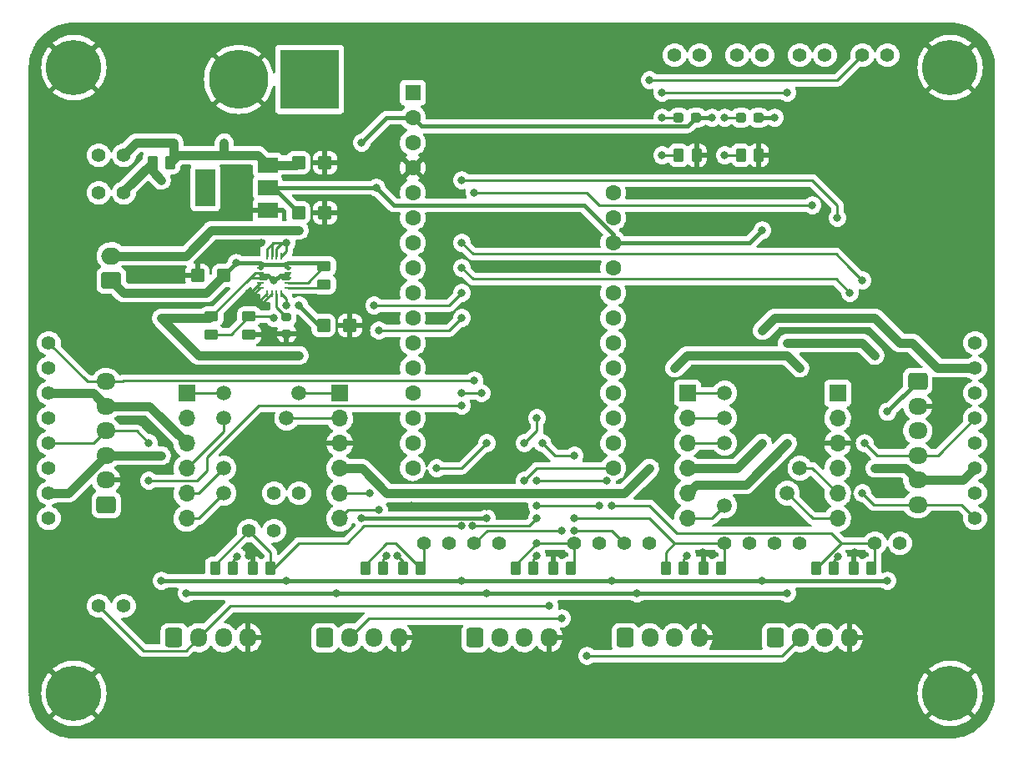
<source format=gbr>
%TF.GenerationSoftware,KiCad,Pcbnew,(6.0.6)*%
%TF.CreationDate,2024-02-28T23:36:51-08:00*%
%TF.ProjectId,Interface-PCBA,496e7465-7266-4616-9365-2d504342412e,rev?*%
%TF.SameCoordinates,PX43d3480PY49e1930*%
%TF.FileFunction,Copper,L1,Top*%
%TF.FilePolarity,Positive*%
%FSLAX46Y46*%
G04 Gerber Fmt 4.6, Leading zero omitted, Abs format (unit mm)*
G04 Created by KiCad (PCBNEW (6.0.6)) date 2024-02-28 23:36:51*
%MOMM*%
%LPD*%
G01*
G04 APERTURE LIST*
G04 Aperture macros list*
%AMRoundRect*
0 Rectangle with rounded corners*
0 $1 Rounding radius*
0 $2 $3 $4 $5 $6 $7 $8 $9 X,Y pos of 4 corners*
0 Add a 4 corners polygon primitive as box body*
4,1,4,$2,$3,$4,$5,$6,$7,$8,$9,$2,$3,0*
0 Add four circle primitives for the rounded corners*
1,1,$1+$1,$2,$3*
1,1,$1+$1,$4,$5*
1,1,$1+$1,$6,$7*
1,1,$1+$1,$8,$9*
0 Add four rect primitives between the rounded corners*
20,1,$1+$1,$2,$3,$4,$5,0*
20,1,$1+$1,$4,$5,$6,$7,0*
20,1,$1+$1,$6,$7,$8,$9,0*
20,1,$1+$1,$8,$9,$2,$3,0*%
G04 Aperture macros list end*
%TA.AperFunction,ComponentPad*%
%ADD10R,1.700000X1.700000*%
%TD*%
%TA.AperFunction,ComponentPad*%
%ADD11O,1.700000X1.700000*%
%TD*%
%TA.AperFunction,SMDPad,CuDef*%
%ADD12RoundRect,0.250000X-0.450000X0.262500X-0.450000X-0.262500X0.450000X-0.262500X0.450000X0.262500X0*%
%TD*%
%TA.AperFunction,SMDPad,CuDef*%
%ADD13RoundRect,0.250000X-0.262500X-0.450000X0.262500X-0.450000X0.262500X0.450000X-0.262500X0.450000X0*%
%TD*%
%TA.AperFunction,SMDPad,CuDef*%
%ADD14RoundRect,0.250000X-0.450000X-0.425000X0.450000X-0.425000X0.450000X0.425000X-0.450000X0.425000X0*%
%TD*%
%TA.AperFunction,SMDPad,CuDef*%
%ADD15C,1.500000*%
%TD*%
%TA.AperFunction,ComponentPad*%
%ADD16C,1.400000*%
%TD*%
%TA.AperFunction,ComponentPad*%
%ADD17RoundRect,0.250000X-0.600000X-0.725000X0.600000X-0.725000X0.600000X0.725000X-0.600000X0.725000X0*%
%TD*%
%TA.AperFunction,ComponentPad*%
%ADD18O,1.700000X1.950000*%
%TD*%
%TA.AperFunction,ComponentPad*%
%ADD19C,5.600000*%
%TD*%
%TA.AperFunction,SMDPad,CuDef*%
%ADD20RoundRect,0.237500X-0.287500X-0.237500X0.287500X-0.237500X0.287500X0.237500X-0.287500X0.237500X0*%
%TD*%
%TA.AperFunction,SMDPad,CuDef*%
%ADD21RoundRect,0.250000X0.262500X0.450000X-0.262500X0.450000X-0.262500X-0.450000X0.262500X-0.450000X0*%
%TD*%
%TA.AperFunction,SMDPad,CuDef*%
%ADD22RoundRect,0.200000X-0.275000X0.200000X-0.275000X-0.200000X0.275000X-0.200000X0.275000X0.200000X0*%
%TD*%
%TA.AperFunction,SMDPad,CuDef*%
%ADD23RoundRect,0.250000X0.450000X0.425000X-0.450000X0.425000X-0.450000X-0.425000X0.450000X-0.425000X0*%
%TD*%
%TA.AperFunction,ComponentPad*%
%ADD24C,6.000000*%
%TD*%
%TA.AperFunction,ComponentPad*%
%ADD25R,6.000000X6.000000*%
%TD*%
%TA.AperFunction,ComponentPad*%
%ADD26R,1.600000X1.600000*%
%TD*%
%TA.AperFunction,ComponentPad*%
%ADD27C,1.600000*%
%TD*%
%TA.AperFunction,SMDPad,CuDef*%
%ADD28R,0.700000X0.250000*%
%TD*%
%TA.AperFunction,SMDPad,CuDef*%
%ADD29R,0.250000X0.700000*%
%TD*%
%TA.AperFunction,SMDPad,CuDef*%
%ADD30R,0.410000X0.250000*%
%TD*%
%TA.AperFunction,SMDPad,CuDef*%
%ADD31R,2.000000X1.500000*%
%TD*%
%TA.AperFunction,SMDPad,CuDef*%
%ADD32R,2.000000X3.800000*%
%TD*%
%TA.AperFunction,ComponentPad*%
%ADD33RoundRect,0.250000X0.750000X-0.600000X0.750000X0.600000X-0.750000X0.600000X-0.750000X-0.600000X0*%
%TD*%
%TA.AperFunction,ComponentPad*%
%ADD34O,2.000000X1.700000*%
%TD*%
%TA.AperFunction,ComponentPad*%
%ADD35RoundRect,0.250000X-0.725000X0.600000X-0.725000X-0.600000X0.725000X-0.600000X0.725000X0.600000X0*%
%TD*%
%TA.AperFunction,ComponentPad*%
%ADD36O,1.950000X1.700000*%
%TD*%
%TA.AperFunction,ComponentPad*%
%ADD37RoundRect,0.250000X0.725000X-0.600000X0.725000X0.600000X-0.725000X0.600000X-0.725000X-0.600000X0*%
%TD*%
%TA.AperFunction,ViaPad*%
%ADD38C,0.800000*%
%TD*%
%TA.AperFunction,Conductor*%
%ADD39C,0.250000*%
%TD*%
%TA.AperFunction,Conductor*%
%ADD40C,0.889000*%
%TD*%
%TA.AperFunction,Conductor*%
%ADD41C,0.381000*%
%TD*%
%TA.AperFunction,Conductor*%
%ADD42C,0.254000*%
%TD*%
G04 APERTURE END LIST*
D10*
%TO.P,J12,1,Pin_1*%
%TO.N,MOTOR_L_A*%
X77495000Y-33045000D03*
D11*
%TO.P,J12,2,Pin_2*%
%TO.N,MOTOR_L_B*%
X77495000Y-35585000D03*
%TO.P,J12,3,Pin_3*%
%TO.N,GND*%
X77495000Y-38125000D03*
%TO.P,J12,4,Pin_4*%
%TO.N,+7.5V*%
X77495000Y-40665000D03*
%TO.P,J12,5,Pin_5*%
%TO.N,Net-(J12-Pad5)*%
X77495000Y-43205000D03*
%TO.P,J12,6,Pin_6*%
%TO.N,Net-(J12-Pad6)*%
X77495000Y-45745000D03*
%TD*%
D12*
%TO.P,R1,1*%
%TO.N,VBAT*%
X25400000Y-20152500D03*
%TO.P,R1,2*%
%TO.N,Net-(R1-Pad2)*%
X25400000Y-21977500D03*
%TD*%
D13*
%TO.P,JP1,1,A*%
%TO.N,+7.5V*%
X7977500Y-9635000D03*
%TO.P,JP1,2,B*%
%TO.N,VBAT*%
X9802500Y-9635000D03*
%TD*%
D10*
%TO.P,J9,1,Pin_1*%
%TO.N,Net-(J9-Pad1)*%
X11455000Y-33045000D03*
D11*
%TO.P,J9,2,Pin_2*%
%TO.N,MOTOR_R_POS*%
X11455000Y-35585000D03*
%TO.P,J9,3,Pin_3*%
%TO.N,MOTOR_R_NEG*%
X11455000Y-38125000D03*
%TO.P,J9,4,Pin_4*%
%TO.N,Net-(J9-Pad4)*%
X11455000Y-40665000D03*
%TO.P,J9,5,Pin_5*%
%TO.N,Net-(J9-Pad5)*%
X11455000Y-43205000D03*
%TO.P,J9,6,Pin_6*%
%TO.N,Net-(J9-Pad6)*%
X11455000Y-45745000D03*
%TD*%
D14*
%TO.P,C5,1*%
%TO.N,+7.5V*%
X25320000Y-26145000D03*
%TO.P,C5,2*%
%TO.N,GND*%
X28020000Y-26145000D03*
%TD*%
D15*
%TO.P,TP1,1,1*%
%TO.N,Net-(J8-Pad1)*%
X66040000Y-33020000D03*
%TD*%
D13*
%TO.P,R14,1*%
%TO.N,Net-(D1-Pad1)*%
X61347500Y-8890000D03*
%TO.P,R14,2*%
%TO.N,GND*%
X63172500Y-8890000D03*
%TD*%
D16*
%TO.P,TP14,1,1*%
%TO.N,ECHO_1*%
X17780000Y-46990000D03*
%TO.P,TP14,2*%
%TO.N,N/C*%
X20320000Y-46990000D03*
%TD*%
%TO.P,TP24,1,1*%
%TO.N,+5V*%
X67310000Y1270000D03*
%TO.P,TP24,2*%
%TO.N,N/C*%
X69850000Y1270000D03*
%TD*%
D10*
%TO.P,J8,1,Pin_1*%
%TO.N,Net-(J8-Pad1)*%
X62255000Y-33020000D03*
D11*
%TO.P,J8,2,Pin_2*%
%TO.N,Net-(J8-Pad2)*%
X62255000Y-35560000D03*
%TO.P,J8,3,Pin_3*%
%TO.N,Net-(J8-Pad3)*%
X62255000Y-38100000D03*
%TO.P,J8,4,Pin_4*%
%TO.N,MOTOR_L_POS*%
X62255000Y-40640000D03*
%TO.P,J8,5,Pin_5*%
%TO.N,MOTOR_L_NEG*%
X62255000Y-43180000D03*
%TO.P,J8,6,Pin_6*%
%TO.N,Net-(J8-Pad6)*%
X62255000Y-45720000D03*
%TD*%
D17*
%TO.P,J4,1,Pin_1*%
%TO.N,Net-(J4-Pad1)*%
X25460000Y-57840000D03*
D18*
%TO.P,J4,2,Pin_2*%
%TO.N,TRIG_2*%
X27960000Y-57840000D03*
%TO.P,J4,3,Pin_3*%
%TO.N,Net-(J4-Pad3)*%
X30460000Y-57840000D03*
%TO.P,J4,4,Pin_4*%
%TO.N,GND*%
X32960000Y-57840000D03*
%TD*%
D15*
%TO.P,TP3,1,1*%
%TO.N,Net-(J8-Pad3)*%
X66040000Y-38100000D03*
%TD*%
%TO.P,TP6,1,1*%
%TO.N,Net-(J9-Pad4)*%
X15240000Y-35560000D03*
%TD*%
D19*
%TO.P,H4,1,1*%
%TO.N,GND*%
X0Y-63500000D03*
%TD*%
D13*
%TO.P,R8,1*%
%TO.N,ECHO_3*%
X44807500Y-50800000D03*
%TO.P,R8,2*%
%TO.N,Net-(J5-Pad3)*%
X46632500Y-50800000D03*
%TD*%
D16*
%TO.P,TP26,1,1*%
%TO.N,ECHO_4*%
X66040000Y-48260000D03*
%TO.P,TP26,2*%
%TO.N,N/C*%
X68580000Y-48260000D03*
%TD*%
D20*
%TO.P,D1,1,K*%
%TO.N,Net-(D1-Pad1)*%
X61385000Y-5080000D03*
%TO.P,D1,2,A*%
%TO.N,+3V3*%
X63135000Y-5080000D03*
%TD*%
D21*
%TO.P,R3,1*%
%TO.N,ECHO_1*%
X19962500Y-50800000D03*
%TO.P,R3,2*%
%TO.N,GND*%
X18137500Y-50800000D03*
%TD*%
D13*
%TO.P,R15,1*%
%TO.N,Net-(D2-Pad1)*%
X67667500Y-8890000D03*
%TO.P,R15,2*%
%TO.N,GND*%
X69492500Y-8890000D03*
%TD*%
D16*
%TO.P,TP13,1,1*%
%TO.N,TRIG_1*%
X2540000Y-54610000D03*
%TO.P,TP13,2*%
%TO.N,N/C*%
X5080000Y-54610000D03*
%TD*%
%TO.P,TP25,1,1*%
%TO.N,+3V3*%
X60960000Y1270000D03*
%TO.P,TP25,2*%
%TO.N,N/C*%
X63500000Y1270000D03*
%TD*%
D14*
%TO.P,C4,1*%
%TO.N,+5V*%
X22780000Y-14715000D03*
%TO.P,C4,2*%
%TO.N,GND*%
X25480000Y-14715000D03*
%TD*%
D10*
%TO.P,J13,1,Pin_1*%
%TO.N,Net-(J13-Pad1)*%
X26980000Y-33045000D03*
D11*
%TO.P,J13,2,Pin_2*%
%TO.N,Net-(J13-Pad2)*%
X26980000Y-35585000D03*
%TO.P,J13,3,Pin_3*%
%TO.N,GND*%
X26980000Y-38125000D03*
%TO.P,J13,4,Pin_4*%
%TO.N,+7.5V*%
X26980000Y-40665000D03*
%TO.P,J13,5,Pin_5*%
%TO.N,MOTOR_R_A*%
X26980000Y-43205000D03*
%TO.P,J13,6,Pin_6*%
%TO.N,MOTOR_R_B*%
X26980000Y-45745000D03*
%TD*%
D16*
%TO.P,TP27,1,1*%
%TO.N,TRIG_5*%
X71120000Y-48260000D03*
%TO.P,TP27,2*%
%TO.N,N/C*%
X73660000Y-48260000D03*
%TD*%
D14*
%TO.P,C3,1*%
%TO.N,VBAT*%
X22780000Y-9635000D03*
%TO.P,C3,2*%
%TO.N,GND*%
X25480000Y-9635000D03*
%TD*%
D12*
%TO.P,R4,1*%
%TO.N,+7.5V*%
X13970000Y-25232500D03*
%TO.P,R4,2*%
%TO.N,Net-(R4-Pad2)*%
X13970000Y-27057500D03*
%TD*%
D16*
%TO.P,TP16,1,1*%
%TO.N,SCL*%
X80010000Y1270000D03*
%TO.P,TP16,2*%
%TO.N,N/C*%
X82550000Y1270000D03*
%TD*%
D17*
%TO.P,J1,1,Pin_1*%
%TO.N,Net-(J1-Pad1)*%
X10160000Y-57840000D03*
D18*
%TO.P,J1,2,Pin_2*%
%TO.N,TRIG_1*%
X12660000Y-57840000D03*
%TO.P,J1,3,Pin_3*%
%TO.N,Net-(J1-Pad3)*%
X15160000Y-57840000D03*
%TO.P,J1,4,Pin_4*%
%TO.N,GND*%
X17660000Y-57840000D03*
%TD*%
D15*
%TO.P,TP2,1,1*%
%TO.N,Net-(J8-Pad2)*%
X66040000Y-35560000D03*
%TD*%
D17*
%TO.P,J5,1,Pin_1*%
%TO.N,Net-(J5-Pad1)*%
X40700000Y-57840000D03*
D18*
%TO.P,J5,2,Pin_2*%
%TO.N,TRIG_3*%
X43200000Y-57840000D03*
%TO.P,J5,3,Pin_3*%
%TO.N,Net-(J5-Pad3)*%
X45700000Y-57840000D03*
%TO.P,J5,4,Pin_4*%
%TO.N,GND*%
X48200000Y-57840000D03*
%TD*%
D16*
%TO.P,TP19,1,1*%
%TO.N,TRIG_3*%
X40640000Y-48260000D03*
%TO.P,TP19,2*%
%TO.N,N/C*%
X43180000Y-48260000D03*
%TD*%
%TO.P,TP29,2*%
%TO.N,N/C*%
X91440000Y-33020000D03*
%TO.P,TP29,1,1*%
%TO.N,ENC_L_A*%
X91440000Y-35560000D03*
%TD*%
D21*
%TO.P,R13,1*%
%TO.N,ECHO_5*%
X80922500Y-50800000D03*
%TO.P,R13,2*%
%TO.N,GND*%
X79097500Y-50800000D03*
%TD*%
D16*
%TO.P,TP23,1,1*%
%TO.N,+7.5V*%
X5080000Y-12700000D03*
%TO.P,TP23,2*%
%TO.N,N/C*%
X2540000Y-12700000D03*
%TD*%
D15*
%TO.P,TP9,1,1*%
%TO.N,Net-(J12-Pad5)*%
X73660000Y-40640000D03*
%TD*%
D16*
%TO.P,TP15,1,1*%
%TO.N,SDA*%
X73660000Y1270000D03*
%TO.P,TP15,2*%
%TO.N,N/C*%
X76200000Y1270000D03*
%TD*%
D13*
%TO.P,R6,1*%
%TO.N,ECHO_2*%
X29567500Y-50800000D03*
%TO.P,R6,2*%
%TO.N,Net-(J4-Pad3)*%
X31392500Y-50800000D03*
%TD*%
D15*
%TO.P,TP8,1,1*%
%TO.N,Net-(J9-Pad6)*%
X15240000Y-43180000D03*
%TD*%
%TO.P,TP10,1,1*%
%TO.N,Net-(J12-Pad6)*%
X72390000Y-43180000D03*
%TD*%
D16*
%TO.P,TP17,1,1*%
%TO.N,TRIG_2*%
X20320000Y-43180000D03*
%TO.P,TP17,2*%
%TO.N,N/C*%
X22860000Y-43180000D03*
%TD*%
%TO.P,TP32,1,1*%
%TO.N,ECHO_5*%
X81280000Y-48260000D03*
%TO.P,TP32,2*%
%TO.N,N/C*%
X83820000Y-48260000D03*
%TD*%
%TO.P,TP20,1,1*%
%TO.N,ECHO_3*%
X50800000Y-48260000D03*
%TO.P,TP20,2*%
%TO.N,N/C*%
X53340000Y-48260000D03*
%TD*%
%TO.P,TP36,1,1*%
%TO.N,ENC_R_B*%
X-2540000Y-27940000D03*
%TO.P,TP36,2*%
%TO.N,N/C*%
X-2540000Y-30480000D03*
%TD*%
D15*
%TO.P,TP5,1,1*%
%TO.N,Net-(J9-Pad1)*%
X15240000Y-33020000D03*
%TD*%
D13*
%TO.P,R12,1*%
%TO.N,ECHO_5*%
X75287500Y-50800000D03*
%TO.P,R12,2*%
%TO.N,Net-(J10-Pad3)*%
X77112500Y-50800000D03*
%TD*%
D16*
%TO.P,TP30,2*%
%TO.N,N/C*%
X91440000Y-38100000D03*
%TO.P,TP30,1,1*%
%TO.N,MOTOR_L_NEG*%
X91440000Y-40640000D03*
%TD*%
%TO.P,TP31,2*%
%TO.N,N/C*%
X91440000Y-43180000D03*
%TO.P,TP31,1,1*%
%TO.N,ENC_L_B*%
X91440000Y-45720000D03*
%TD*%
D22*
%TO.P,C2,1*%
%TO.N,Net-(C2-Pad1)*%
X21590000Y-25320000D03*
%TO.P,C2,2*%
%TO.N,GND*%
X21590000Y-26970000D03*
%TD*%
D15*
%TO.P,TP4,1,1*%
%TO.N,Net-(J8-Pad6)*%
X66040000Y-44450000D03*
%TD*%
D23*
%TO.P,C1,1*%
%TO.N,VBAT*%
X15240000Y-21065000D03*
%TO.P,C1,2*%
%TO.N,GND*%
X12540000Y-21065000D03*
%TD*%
D21*
%TO.P,R11,1*%
%TO.N,ECHO_4*%
X65682500Y-50800000D03*
%TO.P,R11,2*%
%TO.N,GND*%
X63857500Y-50800000D03*
%TD*%
D17*
%TO.P,J6,1,Pin_1*%
%TO.N,Net-(J6-Pad1)*%
X55940000Y-57840000D03*
D18*
%TO.P,J6,2,Pin_2*%
%TO.N,TRIG_4*%
X58440000Y-57840000D03*
%TO.P,J6,3,Pin_3*%
%TO.N,Net-(J6-Pad3)*%
X60940000Y-57840000D03*
%TO.P,J6,4,Pin_4*%
%TO.N,GND*%
X63440000Y-57840000D03*
%TD*%
D15*
%TO.P,TP11,1,1*%
%TO.N,Net-(J13-Pad1)*%
X22860000Y-33020000D03*
%TD*%
D16*
%TO.P,TP18,1,1*%
%TO.N,ECHO_2*%
X35560000Y-48260000D03*
%TO.P,TP18,2*%
%TO.N,N/C*%
X38100000Y-48260000D03*
%TD*%
D20*
%TO.P,D2,1,K*%
%TO.N,Net-(D2-Pad1)*%
X67705000Y-5080000D03*
%TO.P,D2,2,A*%
%TO.N,+5V*%
X69455000Y-5080000D03*
%TD*%
D15*
%TO.P,TP7,1,1*%
%TO.N,Net-(J9-Pad5)*%
X15240000Y-40640000D03*
%TD*%
%TO.P,TP12,1,1*%
%TO.N,Net-(J13-Pad2)*%
X21590000Y-35560000D03*
%TD*%
D19*
%TO.P,H1,1,1*%
%TO.N,GND*%
X0Y0D03*
%TD*%
D24*
%TO.P,J2,N,NEG*%
%TO.N,GND*%
X16720000Y-1196000D03*
D25*
%TO.P,J2,P,POS*%
%TO.N,Net-(J2-PadP)*%
X23920000Y-1196000D03*
%TD*%
D26*
%TO.P,A1,1,~{RESET}*%
%TO.N,unconnected-(A1-Pad1)*%
X34397500Y-2540000D03*
D27*
%TO.P,A1,2,3V3*%
%TO.N,+3V3*%
X34397500Y-5080000D03*
%TO.P,A1,3,AREF*%
%TO.N,unconnected-(A1-Pad3)*%
X34397500Y-7620000D03*
%TO.P,A1,4,GND*%
%TO.N,GND*%
X34397500Y-10160000D03*
%TO.P,A1,5,A0/GPIO18*%
%TO.N,Net-(A1-Pad5)*%
X34397500Y-12700000D03*
%TO.P,A1,6,A1/GPIO17*%
%TO.N,Net-(A1-Pad6)*%
X34397500Y-15240000D03*
%TO.P,A1,7,A2/GPIO16*%
%TO.N,Net-(A1-Pad7)*%
X34397500Y-17780000D03*
%TO.P,A1,8,A3/GPIO15*%
%TO.N,Net-(A1-Pad8)*%
X34397500Y-20320000D03*
%TO.P,A1,9,A4/GPIO14*%
%TO.N,Net-(A1-Pad9)*%
X34397500Y-22860000D03*
%TO.P,A1,10,A5/GPIO8*%
%TO.N,Net-(A1-Pad10)*%
X34397500Y-25400000D03*
%TO.P,A1,11,SCK/GPIO36*%
%TO.N,Net-(A1-Pad11)*%
X34397500Y-27940000D03*
%TO.P,A1,12,MOSI/GPIO35*%
%TO.N,Net-(A1-Pad12)*%
X34397500Y-30480000D03*
%TO.P,A1,13,MISO/GPIO37*%
%TO.N,Net-(A1-Pad13)*%
X34397500Y-33020000D03*
%TO.P,A1,14,RX/GPIO38*%
%TO.N,Net-(A1-Pad14)*%
X34397500Y-35560000D03*
%TO.P,A1,15,TX/GPIO39*%
%TO.N,Net-(A1-Pad15)*%
X34397500Y-38100000D03*
%TO.P,A1,16,SPARE*%
%TO.N,unconnected-(A1-Pad16)*%
X34397500Y-40640000D03*
%TO.P,A1,17,SDA*%
%TO.N,SDA*%
X54717500Y-40640000D03*
%TO.P,A1,18,SCL*%
%TO.N,SCL*%
X54717500Y-38100000D03*
%TO.P,A1,19,D5/GPIO5*%
%TO.N,Net-(A1-Pad19)*%
X54717500Y-35560000D03*
%TO.P,A1,20,D6/GPIO6*%
%TO.N,Net-(A1-Pad20)*%
X54717500Y-33020000D03*
%TO.P,A1,21,D9/GPIO9*%
%TO.N,Net-(A1-Pad21)*%
X54717500Y-30480000D03*
%TO.P,A1,22,D10/GPIO10*%
%TO.N,Net-(A1-Pad22)*%
X54717500Y-27940000D03*
%TO.P,A1,23,D11/GPIO11*%
%TO.N,Net-(A1-Pad23)*%
X54717500Y-25400000D03*
%TO.P,A1,24,D12/GPIO12*%
%TO.N,Net-(A1-Pad24)*%
X54717500Y-22860000D03*
%TO.P,A1,25,D13/GPIO13*%
%TO.N,Net-(A1-Pad25)*%
X54717500Y-20320000D03*
%TO.P,A1,26,USB*%
%TO.N,+5V*%
X54717500Y-17780000D03*
%TO.P,A1,27,EN*%
%TO.N,unconnected-(A1-Pad27)*%
X54717500Y-15240000D03*
%TO.P,A1,28,VBAT*%
%TO.N,unconnected-(A1-Pad28)*%
X54717500Y-12700000D03*
%TD*%
D16*
%TO.P,TP34,1,1*%
%TO.N,ENC_R_A*%
X-2540000Y-38100000D03*
%TO.P,TP34,2*%
%TO.N,N/C*%
X-2540000Y-40640000D03*
%TD*%
%TO.P,TP22,1,1*%
%TO.N,VBAT*%
X5080000Y-8890000D03*
%TO.P,TP22,2*%
%TO.N,N/C*%
X2540000Y-8890000D03*
%TD*%
D21*
%TO.P,R7,1*%
%TO.N,ECHO_2*%
X35202500Y-50800000D03*
%TO.P,R7,2*%
%TO.N,GND*%
X33377500Y-50800000D03*
%TD*%
D28*
%TO.P,VR1,1,IN*%
%TO.N,VBAT*%
X18920000Y-19815000D03*
%TO.P,VR1,2,IN__1*%
X18920000Y-20315000D03*
%TO.P,VR1,3,OUT*%
%TO.N,+7.5V*%
X18920000Y-20815000D03*
%TO.P,VR1,4,OUT__1*%
X18920000Y-21315000D03*
%TO.P,VR1,5,GND*%
%TO.N,GND*%
X18920000Y-21815000D03*
%TO.P,VR1,6,GND__1*%
X18920000Y-22315000D03*
D29*
%TO.P,VR1,7,ILIM*%
X19570000Y-22965000D03*
%TO.P,VR1,8,IMON*%
X20070000Y-22965000D03*
%TO.P,VR1,9,REF/BYP*%
%TO.N,Net-(C2-Pad1)*%
X20570000Y-22965000D03*
%TO.P,VR1,10,ADJ*%
%TO.N,Net-(R4-Pad2)*%
X21070000Y-22965000D03*
D28*
%TO.P,VR1,11,PWRGD*%
%TO.N,Net-(R1-Pad2)*%
X21720000Y-22315000D03*
%TO.P,VR1,12,~{SHDN}*%
%TO.N,VBAT*%
X21720000Y-21815000D03*
%TO.P,VR1,13,OUT__2*%
%TO.N,+7.5V*%
X21720000Y-21315000D03*
%TO.P,VR1,14,OUT__3*%
X21720000Y-20815000D03*
%TO.P,VR1,15,IN__2*%
%TO.N,VBAT*%
X21720000Y-20315000D03*
%TO.P,VR1,16,IN__3*%
X21720000Y-19815000D03*
D29*
%TO.P,VR1,17,OUT__4*%
%TO.N,+7.5V*%
X21070000Y-19165000D03*
%TO.P,VR1,18,OUT__5*%
X20570000Y-19165000D03*
%TO.P,VR1,19,OUT__6*%
X20070000Y-19165000D03*
%TO.P,VR1,20,OUT__7*%
X19570000Y-19165000D03*
D30*
%TO.P,VR1,21,IN__4*%
%TO.N,VBAT*%
X19710000Y-19965000D03*
%TO.P,VR1,22,IN__5*%
X20930000Y-19965000D03*
%TO.P,VR1,23,OUT__8*%
%TO.N,+7.5V*%
X19710000Y-21046000D03*
%TO.P,VR1,24,OUT__9*%
X20930000Y-21046000D03*
%TD*%
D21*
%TO.P,R9,1*%
%TO.N,ECHO_3*%
X50442500Y-50800000D03*
%TO.P,R9,2*%
%TO.N,GND*%
X48617500Y-50800000D03*
%TD*%
D17*
%TO.P,J10,1,Pin_1*%
%TO.N,Net-(J10-Pad1)*%
X71180000Y-57840000D03*
D18*
%TO.P,J10,2,Pin_2*%
%TO.N,TRIG_5*%
X73680000Y-57840000D03*
%TO.P,J10,3,Pin_3*%
%TO.N,Net-(J10-Pad3)*%
X76180000Y-57840000D03*
%TO.P,J10,4,Pin_4*%
%TO.N,GND*%
X78680000Y-57840000D03*
%TD*%
D13*
%TO.P,R10,1*%
%TO.N,ECHO_4*%
X60047500Y-50800000D03*
%TO.P,R10,2*%
%TO.N,Net-(J6-Pad3)*%
X61872500Y-50800000D03*
%TD*%
D16*
%TO.P,TP33,1,1*%
%TO.N,MOTOR_R_POS*%
X-2540000Y-43180000D03*
%TO.P,TP33,2*%
%TO.N,N/C*%
X-2540000Y-45720000D03*
%TD*%
D13*
%TO.P,R2,1*%
%TO.N,ECHO_1*%
X14327500Y-50800000D03*
%TO.P,R2,2*%
%TO.N,Net-(J1-Pad3)*%
X16152500Y-50800000D03*
%TD*%
D12*
%TO.P,R5,1*%
%TO.N,Net-(R4-Pad2)*%
X17780000Y-25232500D03*
%TO.P,R5,2*%
%TO.N,GND*%
X17780000Y-27057500D03*
%TD*%
D19*
%TO.P,H3,1,1*%
%TO.N,GND*%
X88900000Y-63500000D03*
%TD*%
D31*
%TO.P,U1,1,GND*%
%TO.N,GND*%
X19660000Y-14475000D03*
%TO.P,U1,2,VO*%
%TO.N,+5V*%
X19660000Y-12175000D03*
%TO.P,U1,3,VI*%
%TO.N,VBAT*%
X19660000Y-9875000D03*
D32*
%TO.P,U1,4*%
%TO.N,N/C*%
X13360000Y-12175000D03*
%TD*%
D16*
%TO.P,TP21,1,1*%
%TO.N,TRIG_4*%
X55880000Y-48260000D03*
%TO.P,TP21,2*%
%TO.N,N/C*%
X58420000Y-48260000D03*
%TD*%
%TO.P,TP28,2*%
%TO.N,N/C*%
X91440000Y-27940000D03*
%TO.P,TP28,1,1*%
%TO.N,MOTOR_L_POS*%
X91440000Y-30480000D03*
%TD*%
%TO.P,TP35,1,1*%
%TO.N,MOTOR_R_NEG*%
X-2540000Y-33020000D03*
%TO.P,TP35,2*%
%TO.N,N/C*%
X-2540000Y-35560000D03*
%TD*%
D33*
%TO.P,J3,1,Pin_1*%
%TO.N,VBAT*%
X3810000Y-21590000D03*
D34*
%TO.P,J3,2,Pin_2*%
%TO.N,Net-(J2-PadP)*%
X3810000Y-19090000D03*
%TD*%
D19*
%TO.P,H2,1,1*%
%TO.N,GND*%
X88900000Y0D03*
%TD*%
D35*
%TO.P,J7,1,Pin_1*%
%TO.N,+3V3*%
X85615000Y-31850000D03*
D36*
%TO.P,J7,2,Pin_2*%
%TO.N,GND*%
X85615000Y-34350000D03*
%TO.P,J7,3,Pin_3*%
%TO.N,MOTOR_L_POS*%
X85615000Y-36850000D03*
%TO.P,J7,4,Pin_4*%
%TO.N,ENC_L_A*%
X85615000Y-39350000D03*
%TO.P,J7,5,Pin_5*%
%TO.N,MOTOR_L_NEG*%
X85615000Y-41850000D03*
%TO.P,J7,6,Pin_6*%
%TO.N,ENC_L_B*%
X85615000Y-44350000D03*
%TD*%
D37*
%TO.P,J11,1,Pin_1*%
%TO.N,+3V3*%
X3285000Y-44350000D03*
D36*
%TO.P,J11,2,Pin_2*%
%TO.N,GND*%
X3285000Y-41850000D03*
%TO.P,J11,3,Pin_3*%
%TO.N,MOTOR_R_POS*%
X3285000Y-39350000D03*
%TO.P,J11,4,Pin_4*%
%TO.N,ENC_R_A*%
X3285000Y-36850000D03*
%TO.P,J11,5,Pin_5*%
%TO.N,MOTOR_R_NEG*%
X3285000Y-34350000D03*
%TO.P,J11,6,Pin_6*%
%TO.N,ENC_R_B*%
X3285000Y-31850000D03*
%TD*%
D38*
%TO.N,GND*%
X19050000Y-17780000D03*
X11430000Y-15240000D03*
X11430000Y-16510000D03*
X19050000Y-24130000D03*
X17780000Y-22860000D03*
X34290000Y-44450000D03*
X41867540Y-44566739D03*
X79166888Y-49219716D03*
X63761438Y-49164778D03*
X49444627Y-49394212D03*
X32794157Y-49521726D03*
X17780000Y-49530000D03*
%TO.N,MOTOR_L_B*%
X40640000Y-12700000D03*
X74930000Y-13970000D03*
%TO.N,MOTOR_L_A*%
X77470000Y-15240000D03*
X39370000Y-11430000D03*
%TO.N,ENC_L_B*%
X78740000Y-22860000D03*
X39370000Y-20320000D03*
X80010000Y-43180000D03*
%TO.N,ENC_L_A*%
X39370000Y-17780000D03*
X80010000Y-21590000D03*
X80236000Y-38114046D03*
%TO.N,MOTOR_R_A*%
X39370000Y-22860000D03*
X30480000Y-24130000D03*
X30000000Y-43175516D03*
%TO.N,MOTOR_R_B*%
X39370000Y-25400000D03*
X30960000Y-26670000D03*
X30960000Y-44893259D03*
%TO.N,ECHO_5*%
X46990000Y-35560000D03*
X45720000Y-38100000D03*
X46990000Y-41910000D03*
X54610000Y-44450000D03*
X54064500Y-41910000D03*
%TO.N,ECHO_4*%
X47535500Y-38100000D03*
X50800000Y-39370000D03*
X50800000Y-45720000D03*
%TO.N,ECHO_3*%
X46990000Y-48260000D03*
X46990000Y-45720000D03*
X40418120Y-46510000D03*
%TO.N,ECHO_2*%
X41910000Y-38100000D03*
X36830000Y-40640000D03*
%TO.N,ECHO_1*%
X39370000Y-33020000D03*
X41364500Y-33020000D03*
X39370000Y-46510000D03*
%TO.N,TRIG_5*%
X52070000Y-59690000D03*
%TO.N,TRIG_4*%
X50800000Y-46960497D03*
%TO.N,TRIG_3*%
X49530000Y-46960497D03*
%TO.N,TRIG_2*%
X49530000Y-55880000D03*
%TO.N,TRIG_1*%
X48260000Y-54610000D03*
%TO.N,ENC_R_A*%
X39370000Y-34290000D03*
X7620000Y-38100000D03*
X7620000Y-41910000D03*
%TO.N,ENC_R_B*%
X40640000Y-31750000D03*
%TO.N,SDA*%
X72390000Y-2540000D03*
X59690000Y-2540000D03*
%TO.N,SCL*%
X58420000Y-1270000D03*
X46990000Y-44450000D03*
X53340000Y-44450000D03*
%TO.N,SDA*%
X45720000Y-41910000D03*
%TO.N,MOTOR_L_NEG*%
X81280000Y-40640000D03*
X81280000Y-29210000D03*
X72390000Y-27940000D03*
X72390000Y-38100000D03*
%TO.N,+3V3*%
X82550000Y-34915000D03*
%TO.N,MOTOR_L_POS*%
X83820000Y-27940000D03*
X69850000Y-26670000D03*
X69850000Y-38100000D03*
%TO.N,MOTOR_R_POS*%
X8890000Y-39370000D03*
%TO.N,Net-(D2-Pad1)*%
X66040000Y-8890000D03*
X66040000Y-5080000D03*
%TO.N,Net-(D1-Pad1)*%
X59690000Y-8890000D03*
X59690000Y-5080000D03*
%TO.N,+3V3*%
X82550000Y-52070000D03*
%TO.N,Net-(J10-Pad3)*%
X77526050Y-49586050D03*
%TO.N,Net-(J6-Pad3)*%
X62230000Y-49530000D03*
%TO.N,Net-(J5-Pad3)*%
X46990000Y-49530000D03*
%TO.N,Net-(J4-Pad3)*%
X31750000Y-49530000D03*
%TO.N,Net-(J1-Pad3)*%
X16566050Y-49586050D03*
%TO.N,+3V3*%
X29210000Y-45720000D03*
X41910000Y-45720000D03*
X39370000Y-52070000D03*
X54610000Y-52070000D03*
X69850000Y-52070000D03*
X21590000Y-52070000D03*
X8890000Y-52070000D03*
X29210000Y-7620000D03*
X64770000Y-5080000D03*
%TO.N,+5V*%
X41910000Y-53340000D03*
X57150000Y-53340000D03*
X72390000Y-53340000D03*
X11430000Y-53340000D03*
X26670000Y-53340000D03*
X30698878Y-12175000D03*
X71120000Y-5080000D03*
X69850000Y-16510000D03*
%TO.N,+7.5V*%
X73660000Y-30480000D03*
X60960000Y-30480000D03*
X58420000Y-40640000D03*
X22860000Y-29210000D03*
X8890000Y-25400000D03*
X8890000Y-11430000D03*
X21590000Y-17780000D03*
%TO.N,VBAT*%
X15240000Y-7620000D03*
X16490000Y-19815000D03*
%TO.N,+7.5V*%
X20320000Y-21590000D03*
X22860000Y-24130000D03*
%TO.N,Net-(J2-PadP)*%
X22860000Y-16510000D03*
%TO.N,Net-(R4-Pad2)*%
X20320000Y-25400000D03*
X21590000Y-24130000D03*
%TD*%
D39*
%TO.N,GND*%
X18375000Y-22860000D02*
X18920000Y-22315000D01*
X17780000Y-22860000D02*
X18375000Y-22860000D01*
X17875000Y-22860000D02*
X18920000Y-21815000D01*
X17780000Y-22860000D02*
X17875000Y-22860000D01*
X19050000Y-23985000D02*
X20070000Y-22965000D01*
X19050000Y-24130000D02*
X19050000Y-23985000D01*
X19050000Y-24130000D02*
X19050000Y-23485000D01*
X19050000Y-23485000D02*
X19570000Y-22965000D01*
D40*
%TO.N,MOTOR_R_POS*%
X-545000Y-43180000D02*
X3285000Y-39350000D01*
X-2540000Y-43180000D02*
X-545000Y-43180000D01*
D39*
%TO.N,ENC_R_A*%
X2035000Y-38100000D02*
X3285000Y-36850000D01*
X-2540000Y-38100000D02*
X2035000Y-38100000D01*
D40*
%TO.N,MOTOR_R_NEG*%
X1955000Y-33020000D02*
X3285000Y-34350000D01*
X-2540000Y-33020000D02*
X1955000Y-33020000D01*
D39*
%TO.N,ENC_R_B*%
X1370000Y-31850000D02*
X3285000Y-31850000D01*
X-2540000Y-27940000D02*
X1370000Y-31850000D01*
%TO.N,ENC_L_B*%
X90070000Y-44350000D02*
X91440000Y-45720000D01*
X85615000Y-44350000D02*
X90070000Y-44350000D01*
D40*
%TO.N,MOTOR_L_NEG*%
X85615000Y-41850000D02*
X90230000Y-41850000D01*
X90230000Y-41850000D02*
X91440000Y-40640000D01*
D39*
%TO.N,ENC_L_A*%
X87650000Y-39350000D02*
X91440000Y-35560000D01*
X85615000Y-39350000D02*
X87650000Y-39350000D01*
D40*
%TO.N,MOTOR_L_POS*%
X87630000Y-30480000D02*
X91440000Y-30480000D01*
X85090000Y-27940000D02*
X87630000Y-30480000D01*
D39*
%TO.N,GND*%
X33377500Y-50105069D02*
X32794157Y-49521726D01*
X33377500Y-50800000D02*
X33377500Y-50105069D01*
%TO.N,ECHO_1*%
X19962500Y-49172500D02*
X17780000Y-46990000D01*
X19962500Y-50800000D02*
X19962500Y-49172500D01*
X14327500Y-50442500D02*
X17780000Y-46990000D01*
X14327500Y-50800000D02*
X14327500Y-50442500D01*
%TO.N,MOTOR_L_B*%
X53340000Y-13970000D02*
X52070000Y-12700000D01*
X74930000Y-13970000D02*
X53340000Y-13970000D01*
X52070000Y-12700000D02*
X40640000Y-12700000D01*
%TO.N,MOTOR_L_A*%
X74930000Y-11430000D02*
X39370000Y-11430000D01*
X77470000Y-13970000D02*
X74930000Y-11430000D01*
X77470000Y-15240000D02*
X77470000Y-13970000D01*
%TO.N,ENC_L_B*%
X40495000Y-21445000D02*
X39370000Y-20320000D01*
X77325000Y-21445000D02*
X40495000Y-21445000D01*
X78740000Y-22860000D02*
X77325000Y-21445000D01*
X81180000Y-44350000D02*
X80010000Y-43180000D01*
X85615000Y-44350000D02*
X81180000Y-44350000D01*
%TO.N,ENC_L_A*%
X40495000Y-18905000D02*
X39370000Y-17780000D01*
X77325000Y-18905000D02*
X40495000Y-18905000D01*
X78740000Y-20320000D02*
X77325000Y-18905000D01*
X80010000Y-21590000D02*
X78740000Y-20320000D01*
X81471954Y-39350000D02*
X80236000Y-38114046D01*
X85615000Y-39350000D02*
X81471954Y-39350000D01*
%TO.N,MOTOR_R_A*%
X38100000Y-24130000D02*
X39370000Y-22860000D01*
X30480000Y-24130000D02*
X38100000Y-24130000D01*
X29970516Y-43205000D02*
X30000000Y-43175516D01*
X26980000Y-43205000D02*
X29970516Y-43205000D01*
%TO.N,MOTOR_R_B*%
X27831741Y-44893259D02*
X26980000Y-45745000D01*
X30960000Y-44893259D02*
X27831741Y-44893259D01*
X38100000Y-26670000D02*
X39370000Y-25400000D01*
X30960000Y-26670000D02*
X38100000Y-26670000D01*
%TO.N,ECHO_5*%
X46990000Y-36830000D02*
X46990000Y-35560000D01*
X45720000Y-38100000D02*
X46990000Y-36830000D01*
X54064500Y-41910000D02*
X46990000Y-41910000D01*
X58420000Y-44450000D02*
X54610000Y-44450000D01*
X76802500Y-47235000D02*
X61205000Y-47235000D01*
X77827500Y-48260000D02*
X76802500Y-47235000D01*
X61205000Y-47235000D02*
X58420000Y-44450000D01*
%TO.N,ECHO_4*%
X48805500Y-39370000D02*
X47535500Y-38100000D01*
X50800000Y-39370000D02*
X48805500Y-39370000D01*
X58420000Y-45720000D02*
X50800000Y-45720000D01*
X60960000Y-48260000D02*
X58420000Y-45720000D01*
%TO.N,ECHO_3*%
X46200000Y-46510000D02*
X46990000Y-45720000D01*
X40418120Y-46510000D02*
X46200000Y-46510000D01*
%TO.N,ECHO_2*%
X39370000Y-40640000D02*
X41910000Y-38100000D01*
X36830000Y-40640000D02*
X39370000Y-40640000D01*
%TO.N,ECHO_1*%
X41364500Y-33020000D02*
X39370000Y-33020000D01*
X29445305Y-46510000D02*
X39370000Y-46510000D01*
X27695305Y-48260000D02*
X29445305Y-46510000D01*
X22860000Y-48260000D02*
X27695305Y-48260000D01*
X20320000Y-50800000D02*
X22860000Y-48260000D01*
X19962500Y-50800000D02*
X20320000Y-50800000D01*
%TO.N,TRIG_5*%
X73680000Y-57840000D02*
X71830000Y-59690000D01*
X71830000Y-59690000D02*
X52070000Y-59690000D01*
%TO.N,TRIG_4*%
X54580497Y-46960497D02*
X50800000Y-46960497D01*
X55880000Y-48260000D02*
X54580497Y-46960497D01*
%TO.N,TRIG_3*%
X49530000Y-46960497D02*
X41939503Y-46960497D01*
X41939503Y-46960497D02*
X40640000Y-48260000D01*
%TO.N,TRIG_2*%
X29920000Y-55880000D02*
X49530000Y-55880000D01*
X27960000Y-57840000D02*
X29920000Y-55880000D01*
%TO.N,TRIG_1*%
X12660000Y-57840000D02*
X15890000Y-54610000D01*
X15890000Y-54610000D02*
X48260000Y-54610000D01*
%TO.N,Net-(J13-Pad1)*%
X26955000Y-33020000D02*
X26980000Y-33045000D01*
X22860000Y-33020000D02*
X26955000Y-33020000D01*
%TO.N,Net-(J13-Pad2)*%
X26955000Y-35560000D02*
X26980000Y-35585000D01*
X21590000Y-35560000D02*
X26955000Y-35560000D01*
%TO.N,ENC_R_A*%
X18752512Y-34290000D02*
X39370000Y-34290000D01*
X13539226Y-39503286D02*
X18752512Y-34290000D01*
X13539226Y-40870524D02*
X13539226Y-39503286D01*
X7620000Y-41910000D02*
X12499750Y-41910000D01*
X13398756Y-41010994D02*
X13539226Y-40870524D01*
X6370000Y-36850000D02*
X7620000Y-38100000D01*
X3285000Y-36850000D02*
X6370000Y-36850000D01*
X12499750Y-41910000D02*
X13398756Y-41010994D01*
%TO.N,ENC_R_B*%
X5080000Y-31750000D02*
X40640000Y-31750000D01*
X4980000Y-31850000D02*
X5080000Y-31750000D01*
X3285000Y-31850000D02*
X4980000Y-31850000D01*
%TO.N,SDA*%
X59690000Y-2540000D02*
X72390000Y-2540000D01*
%TO.N,SCL*%
X77470000Y-1270000D02*
X80010000Y1270000D01*
X58420000Y-1270000D02*
X77470000Y-1270000D01*
D40*
%TO.N,+7.5V*%
X60960000Y-30480000D02*
X62230000Y-29210000D01*
X62230000Y-29210000D02*
X72390000Y-29210000D01*
X72390000Y-29210000D02*
X73660000Y-30480000D01*
D39*
%TO.N,SCL*%
X53340000Y-44450000D02*
X46990000Y-44450000D01*
%TO.N,SDA*%
X46990000Y-40640000D02*
X45720000Y-41910000D01*
X54717500Y-40640000D02*
X46990000Y-40640000D01*
%TO.N,Net-(J8-Pad6)*%
X66040000Y-44450000D02*
X64770000Y-45720000D01*
X64770000Y-45720000D02*
X62255000Y-45720000D01*
%TO.N,Net-(J12-Pad6)*%
X72390000Y-43180000D02*
X74955000Y-45745000D01*
X74955000Y-45745000D02*
X77495000Y-45745000D01*
%TO.N,Net-(J12-Pad5)*%
X74930000Y-40640000D02*
X73660000Y-40640000D01*
X77495000Y-43205000D02*
X74930000Y-40640000D01*
D40*
%TO.N,MOTOR_L_POS*%
X85090000Y-27940000D02*
X83820000Y-27940000D01*
%TO.N,MOTOR_L_NEG*%
X84405000Y-40640000D02*
X85615000Y-41850000D01*
X81280000Y-40640000D02*
X84405000Y-40640000D01*
X68160000Y-42330000D02*
X72390000Y-38100000D01*
X80010000Y-27940000D02*
X81280000Y-29210000D01*
X63105000Y-42330000D02*
X68160000Y-42330000D01*
X72390000Y-27940000D02*
X80010000Y-27940000D01*
X62255000Y-43180000D02*
X63105000Y-42330000D01*
D41*
%TO.N,+3V3*%
X85615000Y-31850000D02*
X82550000Y-34915000D01*
D40*
%TO.N,MOTOR_L_POS*%
X81280000Y-25400000D02*
X83820000Y-27940000D01*
X80010000Y-25400000D02*
X81280000Y-25400000D01*
X71120000Y-25400000D02*
X80010000Y-25400000D01*
X69850000Y-26670000D02*
X71120000Y-25400000D01*
X67310000Y-40640000D02*
X69850000Y-38100000D01*
X62255000Y-40640000D02*
X67310000Y-40640000D01*
D39*
%TO.N,Net-(J8-Pad3)*%
X66040000Y-38100000D02*
X62255000Y-38100000D01*
%TO.N,Net-(J8-Pad2)*%
X66040000Y-35560000D02*
X62255000Y-35560000D01*
%TO.N,Net-(J8-Pad1)*%
X66040000Y-33020000D02*
X62255000Y-33020000D01*
D40*
%TO.N,+7.5V*%
X22860000Y-29210000D02*
X12700000Y-29210000D01*
X12700000Y-29210000D02*
X8890000Y-25400000D01*
D39*
%TO.N,Net-(J9-Pad4)*%
X15240000Y-36880000D02*
X11455000Y-40665000D01*
X15240000Y-35560000D02*
X15240000Y-36880000D01*
%TO.N,Net-(J9-Pad6)*%
X12675000Y-45745000D02*
X11455000Y-45745000D01*
X15240000Y-43180000D02*
X12675000Y-45745000D01*
%TO.N,Net-(J9-Pad5)*%
X12675000Y-43205000D02*
X11455000Y-43205000D01*
X15240000Y-40640000D02*
X12675000Y-43205000D01*
%TO.N,Net-(J9-Pad1)*%
X11480000Y-33020000D02*
X11455000Y-33045000D01*
X15240000Y-33020000D02*
X11480000Y-33020000D01*
D40*
%TO.N,MOTOR_R_POS*%
X8870000Y-39350000D02*
X8890000Y-39370000D01*
X3285000Y-39350000D02*
X8870000Y-39350000D01*
%TO.N,MOTOR_R_NEG*%
X7680000Y-34350000D02*
X11455000Y-38125000D01*
X3285000Y-34350000D02*
X7680000Y-34350000D01*
D39*
%TO.N,Net-(D2-Pad1)*%
X66040000Y-8890000D02*
X67667500Y-8890000D01*
X67705000Y-5080000D02*
X66040000Y-5080000D01*
%TO.N,Net-(D1-Pad1)*%
X59690000Y-8890000D02*
X61347500Y-8890000D01*
X61385000Y-5080000D02*
X59690000Y-5080000D01*
D41*
%TO.N,+3V3*%
X69850000Y-52070000D02*
X82550000Y-52070000D01*
D39*
%TO.N,Net-(J10-Pad3)*%
X77112500Y-49999600D02*
X77526050Y-49586050D01*
X77112500Y-50800000D02*
X77112500Y-49999600D01*
%TO.N,ECHO_5*%
X81280000Y-50442500D02*
X81280000Y-48260000D01*
X80922500Y-50800000D02*
X81280000Y-50442500D01*
X77827500Y-48260000D02*
X81280000Y-48260000D01*
X75287500Y-50800000D02*
X77827500Y-48260000D01*
%TO.N,Net-(J6-Pad3)*%
X61872500Y-49887500D02*
X62230000Y-49530000D01*
X61872500Y-50800000D02*
X61872500Y-49887500D01*
%TO.N,ECHO_4*%
X66040000Y-50442500D02*
X66040000Y-48260000D01*
X65682500Y-50800000D02*
X66040000Y-50442500D01*
X60960000Y-48260000D02*
X66040000Y-48260000D01*
X60047500Y-49172500D02*
X60960000Y-48260000D01*
X60047500Y-50800000D02*
X60047500Y-49172500D01*
%TO.N,Net-(J5-Pad3)*%
X46632500Y-49887500D02*
X46990000Y-49530000D01*
X46632500Y-50800000D02*
X46632500Y-49887500D01*
%TO.N,ECHO_3*%
X50800000Y-50442500D02*
X50800000Y-48260000D01*
X50442500Y-50800000D02*
X50800000Y-50442500D01*
X46990000Y-48260000D02*
X50800000Y-48260000D01*
X44807500Y-50442500D02*
X46990000Y-48260000D01*
X44807500Y-50800000D02*
X44807500Y-50442500D01*
%TO.N,TRIG_1*%
X7070000Y-59140000D02*
X2540000Y-54610000D01*
X12660000Y-57840000D02*
X11360000Y-59140000D01*
X11360000Y-59140000D02*
X7070000Y-59140000D01*
%TO.N,ECHO_2*%
X35560000Y-50442500D02*
X35560000Y-48260000D01*
X35202500Y-50800000D02*
X35560000Y-50442500D01*
%TO.N,Net-(J4-Pad3)*%
X31392500Y-49887500D02*
X31750000Y-49530000D01*
X31392500Y-50800000D02*
X31392500Y-49887500D01*
%TO.N,ECHO_2*%
X31750000Y-48260000D02*
X32662500Y-48260000D01*
X29567500Y-50442500D02*
X31750000Y-48260000D01*
X29567500Y-50800000D02*
X29567500Y-50442500D01*
X32662500Y-48260000D02*
X35202500Y-50800000D01*
%TO.N,Net-(J1-Pad3)*%
X16152500Y-49999600D02*
X16566050Y-49586050D01*
X16152500Y-50800000D02*
X16152500Y-49999600D01*
D41*
%TO.N,+3V3*%
X41910000Y-45720000D02*
X29210000Y-45720000D01*
X39370000Y-52070000D02*
X54610000Y-52070000D01*
X21590000Y-52070000D02*
X39370000Y-52070000D01*
X54610000Y-52070000D02*
X69850000Y-52070000D01*
X21590000Y-52070000D02*
X8890000Y-52070000D01*
X31750000Y-5080000D02*
X29210000Y-7620000D01*
X34397500Y-5080000D02*
X31750000Y-5080000D01*
X64770000Y-5080000D02*
X63135000Y-5080000D01*
X62269500Y-5945500D02*
X63135000Y-5080000D01*
X35263000Y-5945500D02*
X62269500Y-5945500D01*
X34397500Y-5080000D02*
X35263000Y-5945500D01*
%TO.N,+5V*%
X41910000Y-53340000D02*
X72390000Y-53340000D01*
X26670000Y-53340000D02*
X41910000Y-53340000D01*
X26670000Y-53340000D02*
X11430000Y-53340000D01*
X71120000Y-5080000D02*
X69455000Y-5080000D01*
X68580000Y-17780000D02*
X69850000Y-16510000D01*
X54717500Y-17780000D02*
X68580000Y-17780000D01*
X54717500Y-16923622D02*
X54717500Y-17780000D01*
X51763878Y-13970000D02*
X54717500Y-16923622D01*
X32493878Y-13970000D02*
X51763878Y-13970000D01*
X19660000Y-12175000D02*
X30698878Y-12175000D01*
X30698878Y-12175000D02*
X32493878Y-13970000D01*
D40*
%TO.N,+7.5V*%
X31750000Y-43180000D02*
X55880000Y-43180000D01*
X29235000Y-40665000D02*
X31750000Y-43180000D01*
X55880000Y-43180000D02*
X58420000Y-40640000D01*
X26980000Y-40665000D02*
X29235000Y-40665000D01*
X8890000Y-25400000D02*
X13802500Y-25400000D01*
X7977500Y-10517500D02*
X8890000Y-11430000D01*
X13802500Y-25400000D02*
X13970000Y-25232500D01*
X7977500Y-9635000D02*
X7977500Y-10517500D01*
D42*
X20070000Y-17962500D02*
X20070000Y-19165000D01*
X21590000Y-17780000D02*
X20252500Y-17780000D01*
X20252500Y-17780000D02*
X20070000Y-17962500D01*
X19570000Y-18415000D02*
X19570000Y-19165000D01*
X20205000Y-17780000D02*
X19570000Y-18415000D01*
X21590000Y-17780000D02*
X20205000Y-17780000D01*
X20570000Y-18347500D02*
X20570000Y-19165000D01*
X21137500Y-17780000D02*
X20570000Y-18347500D01*
X21590000Y-17780000D02*
X21137500Y-17780000D01*
X21590000Y-18645000D02*
X21070000Y-19165000D01*
X21590000Y-17780000D02*
X21590000Y-18645000D01*
D40*
%TO.N,VBAT*%
X15240000Y-8890000D02*
X18675000Y-8890000D01*
X15240000Y-7620000D02*
X15240000Y-8890000D01*
X10547500Y-8890000D02*
X15240000Y-8890000D01*
D42*
%TO.N,+7.5V*%
X18385500Y-20817000D02*
X18920000Y-20817000D01*
X17887500Y-21315000D02*
X18385500Y-20817000D01*
X17887500Y-21315000D02*
X18920000Y-21315000D01*
X13970000Y-25232500D02*
X17887500Y-21315000D01*
%TO.N,VBAT*%
X25400000Y-20152500D02*
X23735500Y-21817000D01*
X23735500Y-21817000D02*
X21720000Y-21817000D01*
D41*
%TO.N,+7.5V*%
X24875000Y-26145000D02*
X22860000Y-24130000D01*
X25320000Y-26145000D02*
X24875000Y-26145000D01*
X19456500Y-21299500D02*
X18920000Y-21299500D01*
X19710000Y-21046000D02*
X19456500Y-21299500D01*
X19085500Y-21046000D02*
X18920000Y-20880500D01*
X19710000Y-21046000D02*
X19085500Y-21046000D01*
X21183500Y-21299500D02*
X21720000Y-21299500D01*
X20930000Y-21046000D02*
X21183500Y-21299500D01*
X21554500Y-21046000D02*
X21720000Y-20880500D01*
X20930000Y-21046000D02*
X21554500Y-21046000D01*
X20386000Y-21590000D02*
X20930000Y-21046000D01*
X20320000Y-21590000D02*
X20386000Y-21590000D01*
X20254000Y-21590000D02*
X19710000Y-21046000D01*
X20320000Y-21590000D02*
X20254000Y-21590000D01*
%TO.N,VBAT*%
X19710000Y-19965000D02*
X20930000Y-19965000D01*
X19070000Y-19965000D02*
X18920000Y-19815000D01*
X19710000Y-19965000D02*
X19070000Y-19965000D01*
X18920000Y-19815000D02*
X18920000Y-20299500D01*
X18920000Y-19815000D02*
X16490000Y-19815000D01*
X16490000Y-19815000D02*
X15240000Y-21065000D01*
X21704500Y-20299500D02*
X21720000Y-20299500D01*
X21570000Y-20165000D02*
X21704500Y-20299500D01*
X21570000Y-19965000D02*
X21570000Y-20165000D01*
X21570000Y-19965000D02*
X20930000Y-19965000D01*
X21720000Y-19815000D02*
X21570000Y-19965000D01*
X25062500Y-19815000D02*
X21720000Y-19815000D01*
X25400000Y-20152500D02*
X25062500Y-19815000D01*
D40*
%TO.N,Net-(J2-PadP)*%
X11390000Y-19090000D02*
X3810000Y-19090000D01*
X13970000Y-16510000D02*
X11390000Y-19090000D01*
X22860000Y-16510000D02*
X13970000Y-16510000D01*
D39*
%TO.N,Net-(R1-Pad2)*%
X21720000Y-22315000D02*
X25062500Y-22315000D01*
X25062500Y-22315000D02*
X25400000Y-21977500D01*
%TO.N,Net-(C2-Pad1)*%
X20570000Y-24300000D02*
X20570000Y-22965000D01*
X21590000Y-25320000D02*
X20570000Y-24300000D01*
%TO.N,Net-(R4-Pad2)*%
X21590000Y-24130000D02*
X21590000Y-23485000D01*
X21590000Y-23485000D02*
X21070000Y-22965000D01*
X20152500Y-25232500D02*
X20320000Y-25400000D01*
X17780000Y-25232500D02*
X20152500Y-25232500D01*
X15955000Y-27057500D02*
X17780000Y-25232500D01*
X13970000Y-27057500D02*
X15955000Y-27057500D01*
D40*
%TO.N,VBAT*%
X22540000Y-9875000D02*
X22780000Y-9635000D01*
X19660000Y-9875000D02*
X22540000Y-9875000D01*
D41*
%TO.N,+5V*%
X20240000Y-12175000D02*
X22780000Y-14715000D01*
X19660000Y-12175000D02*
X20240000Y-12175000D01*
D40*
%TO.N,VBAT*%
X18675000Y-8890000D02*
X19660000Y-9875000D01*
X9802500Y-9635000D02*
X10547500Y-8890000D01*
X10160000Y-9277500D02*
X9802500Y-9635000D01*
X10160000Y-7620000D02*
X10160000Y-9277500D01*
X6350000Y-7620000D02*
X10160000Y-7620000D01*
X5080000Y-8890000D02*
X6350000Y-7620000D01*
%TO.N,+7.5V*%
X5080000Y-12532500D02*
X7977500Y-9635000D01*
X5080000Y-12700000D02*
X5080000Y-12532500D01*
%TO.N,VBAT*%
X13445000Y-22860000D02*
X15240000Y-21065000D01*
X3810000Y-21590000D02*
X5080000Y-22860000D01*
X5080000Y-22860000D02*
X13445000Y-22860000D01*
%TD*%
%TA.AperFunction,Conductor*%
%TO.N,GND*%
G36*
X88870018Y4570000D02*
G01*
X88884851Y4567690D01*
X88884855Y4567690D01*
X88893724Y4566309D01*
X88914183Y4568984D01*
X88936008Y4569928D01*
X89292937Y4554344D01*
X89303886Y4553386D01*
X89688379Y4502767D01*
X89699205Y4500858D01*
X90077822Y4416920D01*
X90088439Y4414075D01*
X90258702Y4360392D01*
X90458302Y4297458D01*
X90468615Y4293705D01*
X90826932Y4145285D01*
X90836876Y4140647D01*
X91180867Y3961577D01*
X91190387Y3956081D01*
X91517468Y3747708D01*
X91526472Y3741403D01*
X91834138Y3505322D01*
X91842558Y3498257D01*
X92092184Y3269518D01*
X92128483Y3236256D01*
X92136252Y3228487D01*
X92170087Y3191563D01*
X92398257Y2942558D01*
X92405322Y2934138D01*
X92641403Y2626472D01*
X92647708Y2617468D01*
X92841994Y2312500D01*
X92856081Y2290387D01*
X92861576Y2280868D01*
X93007716Y2000138D01*
X93040643Y1936885D01*
X93045285Y1926932D01*
X93183533Y1593173D01*
X93193702Y1568623D01*
X93197458Y1558302D01*
X93221940Y1480655D01*
X93314075Y1188439D01*
X93316920Y1177822D01*
X93400858Y799205D01*
X93402767Y788379D01*
X93453386Y403886D01*
X93454344Y392937D01*
X93468233Y74835D01*
X93469603Y43448D01*
X93468223Y18571D01*
X93466309Y6276D01*
X93467473Y-2626D01*
X93467473Y-2628D01*
X93470436Y-25283D01*
X93471500Y-41621D01*
X93471500Y-63450633D01*
X93470000Y-63470018D01*
X93467690Y-63484851D01*
X93467690Y-63484855D01*
X93466309Y-63493724D01*
X93468984Y-63514183D01*
X93469928Y-63536012D01*
X93454344Y-63892936D01*
X93453386Y-63903886D01*
X93402767Y-64288379D01*
X93400858Y-64299205D01*
X93316920Y-64677822D01*
X93314075Y-64688439D01*
X93197461Y-65058294D01*
X93193705Y-65068615D01*
X93127338Y-65228840D01*
X93045289Y-65426923D01*
X93040647Y-65436876D01*
X92861577Y-65780867D01*
X92856081Y-65790387D01*
X92647708Y-66117468D01*
X92641403Y-66126472D01*
X92405322Y-66434138D01*
X92398257Y-66442558D01*
X92267251Y-66585527D01*
X92136256Y-66728483D01*
X92128483Y-66736256D01*
X91842558Y-66998257D01*
X91834138Y-67005322D01*
X91526472Y-67241403D01*
X91517468Y-67247708D01*
X91190387Y-67456081D01*
X91180868Y-67461576D01*
X90836876Y-67640647D01*
X90826932Y-67645285D01*
X90468615Y-67793705D01*
X90458302Y-67797458D01*
X90258702Y-67860392D01*
X90088439Y-67914075D01*
X90077822Y-67916920D01*
X89699205Y-68000858D01*
X89688379Y-68002767D01*
X89303886Y-68053386D01*
X89292937Y-68054344D01*
X88943446Y-68069603D01*
X88918571Y-68068223D01*
X88906276Y-68066309D01*
X88897374Y-68067473D01*
X88897372Y-68067473D01*
X88882323Y-68069441D01*
X88874714Y-68070436D01*
X88858379Y-68071500D01*
X49367Y-68071500D01*
X29982Y-68070000D01*
X15149Y-68067690D01*
X15145Y-68067690D01*
X6276Y-68066309D01*
X-14183Y-68068984D01*
X-36008Y-68069928D01*
X-392937Y-68054344D01*
X-403886Y-68053386D01*
X-788379Y-68002767D01*
X-799205Y-68000858D01*
X-1177822Y-67916920D01*
X-1188439Y-67914075D01*
X-1358702Y-67860392D01*
X-1558302Y-67797458D01*
X-1568615Y-67793705D01*
X-1926932Y-67645285D01*
X-1936876Y-67640647D01*
X-2280868Y-67461576D01*
X-2290387Y-67456081D01*
X-2617468Y-67247708D01*
X-2626472Y-67241403D01*
X-2934138Y-67005322D01*
X-2942558Y-66998257D01*
X-3228483Y-66736256D01*
X-3236256Y-66728483D01*
X-3367250Y-66585527D01*
X-3498257Y-66442558D01*
X-3505322Y-66434138D01*
X-3741403Y-66126472D01*
X-3747708Y-66117468D01*
X-3812107Y-66016381D01*
X-2150840Y-66016381D01*
X-2150763Y-66017470D01*
X-2148302Y-66021206D01*
X-1874368Y-66231404D01*
X-1868738Y-66235259D01*
X-1568409Y-66417862D01*
X-1562407Y-66421080D01*
X-1244103Y-66570184D01*
X-1237798Y-66572732D01*
X-905257Y-66686587D01*
X-898687Y-66688446D01*
X-555817Y-66765714D01*
X-549088Y-66766853D01*
X-199857Y-66806643D01*
X-193067Y-66807046D01*
X158419Y-66808886D01*
X165220Y-66808554D01*
X514853Y-66772423D01*
X521581Y-66771357D01*
X865274Y-66697676D01*
X871822Y-66695897D01*
X1205549Y-66585527D01*
X1211891Y-66583041D01*
X1531718Y-66437288D01*
X1537777Y-66434121D01*
X1839995Y-66254676D01*
X1845659Y-66250884D01*
X2126732Y-66039849D01*
X2131958Y-66035464D01*
X2141613Y-66026428D01*
X2147540Y-66016381D01*
X86749160Y-66016381D01*
X86749237Y-66017470D01*
X86751698Y-66021206D01*
X87025632Y-66231404D01*
X87031262Y-66235259D01*
X87331591Y-66417862D01*
X87337593Y-66421080D01*
X87655897Y-66570184D01*
X87662202Y-66572732D01*
X87994743Y-66686587D01*
X88001313Y-66688446D01*
X88344183Y-66765714D01*
X88350912Y-66766853D01*
X88700143Y-66806643D01*
X88706933Y-66807046D01*
X89058419Y-66808886D01*
X89065220Y-66808554D01*
X89414853Y-66772423D01*
X89421581Y-66771357D01*
X89765274Y-66697676D01*
X89771822Y-66695897D01*
X90105549Y-66585527D01*
X90111891Y-66583041D01*
X90431718Y-66437288D01*
X90437777Y-66434121D01*
X90739995Y-66254676D01*
X90745659Y-66250884D01*
X91026732Y-66039849D01*
X91031958Y-66035464D01*
X91041613Y-66026428D01*
X91049682Y-66012750D01*
X91049654Y-66012024D01*
X91044512Y-66003723D01*
X88912810Y-63872020D01*
X88898869Y-63864408D01*
X88897034Y-63864539D01*
X88890420Y-63868790D01*
X86756774Y-66002437D01*
X86749160Y-66016381D01*
X2147540Y-66016381D01*
X2149682Y-66012750D01*
X2149654Y-66012024D01*
X2144512Y-66003723D01*
X12810Y-63872020D01*
X-1131Y-63864408D01*
X-2966Y-63864539D01*
X-9580Y-63868790D01*
X-2143226Y-66002437D01*
X-2150840Y-66016381D01*
X-3812107Y-66016381D01*
X-3956081Y-65790387D01*
X-3961577Y-65780867D01*
X-4140647Y-65436876D01*
X-4145289Y-65426923D01*
X-4227337Y-65228840D01*
X-4293705Y-65068615D01*
X-4297461Y-65058294D01*
X-4414075Y-64688439D01*
X-4416920Y-64677822D01*
X-4500858Y-64299205D01*
X-4502767Y-64288379D01*
X-4553386Y-63903886D01*
X-4554344Y-63892936D01*
X-4569439Y-63547208D01*
X-4567812Y-63520805D01*
X-4567231Y-63517352D01*
X-4567230Y-63517345D01*
X-4566424Y-63512552D01*
X-4566271Y-63500000D01*
X-4567441Y-63491832D01*
X-3312667Y-63491832D01*
X-3294883Y-63842893D01*
X-3294173Y-63849649D01*
X-3238580Y-64196723D01*
X-3237141Y-64203378D01*
X-3144392Y-64542410D01*
X-3142243Y-64548871D01*
X-3013419Y-64875912D01*
X-3010588Y-64882095D01*
X-2847197Y-65193310D01*
X-2843714Y-65199152D01*
X-2647670Y-65490896D01*
X-2643567Y-65496340D01*
X-2523575Y-65638836D01*
X-2510836Y-65647279D01*
X-2500392Y-65641181D01*
X-372020Y-63512810D01*
X-365643Y-63501131D01*
X364408Y-63501131D01*
X364539Y-63502966D01*
X368790Y-63509580D01*
X2499009Y-65639798D01*
X2512605Y-65647223D01*
X2522218Y-65640522D01*
X2622518Y-65523912D01*
X2626676Y-65518514D01*
X2825762Y-65228840D01*
X2829310Y-65223029D01*
X2995942Y-64913559D01*
X2998849Y-64907381D01*
X3131090Y-64581713D01*
X3133304Y-64575283D01*
X3229598Y-64237237D01*
X3231105Y-64230607D01*
X3290332Y-63884118D01*
X3291112Y-63877378D01*
X3312668Y-63524925D01*
X3312784Y-63521323D01*
X3312853Y-63501819D01*
X3312761Y-63498194D01*
X3312416Y-63491832D01*
X85587333Y-63491832D01*
X85605117Y-63842893D01*
X85605827Y-63849649D01*
X85661420Y-64196723D01*
X85662859Y-64203378D01*
X85755608Y-64542410D01*
X85757757Y-64548871D01*
X85886581Y-64875912D01*
X85889412Y-64882095D01*
X86052803Y-65193310D01*
X86056286Y-65199152D01*
X86252330Y-65490896D01*
X86256433Y-65496340D01*
X86376425Y-65638836D01*
X86389164Y-65647279D01*
X86399608Y-65641181D01*
X88527980Y-63512810D01*
X88534357Y-63501131D01*
X89264408Y-63501131D01*
X89264539Y-63502966D01*
X89268790Y-63509580D01*
X91399009Y-65639798D01*
X91412605Y-65647223D01*
X91422218Y-65640522D01*
X91522518Y-65523912D01*
X91526676Y-65518514D01*
X91725762Y-65228840D01*
X91729310Y-65223029D01*
X91895942Y-64913559D01*
X91898849Y-64907381D01*
X92031090Y-64581713D01*
X92033304Y-64575283D01*
X92129598Y-64237237D01*
X92131105Y-64230607D01*
X92190332Y-63884118D01*
X92191112Y-63877378D01*
X92212668Y-63524925D01*
X92212784Y-63521323D01*
X92212853Y-63501819D01*
X92212761Y-63498194D01*
X92193666Y-63145615D01*
X92192931Y-63138849D01*
X92136130Y-62791985D01*
X92134663Y-62785313D01*
X92040736Y-62446627D01*
X92038562Y-62440163D01*
X91908598Y-62113578D01*
X91905742Y-62107398D01*
X91741269Y-61796763D01*
X91737769Y-61790937D01*
X91540697Y-61499862D01*
X91536590Y-61494453D01*
X91423565Y-61361179D01*
X91410740Y-61352743D01*
X91400416Y-61358795D01*
X89272020Y-63487190D01*
X89264408Y-63501131D01*
X88534357Y-63501131D01*
X88535592Y-63498869D01*
X88535461Y-63497034D01*
X88531210Y-63490420D01*
X86400992Y-61360203D01*
X86387455Y-61352811D01*
X86377753Y-61359599D01*
X86270430Y-61485257D01*
X86266296Y-61490664D01*
X86068215Y-61781041D01*
X86064697Y-61786851D01*
X85899134Y-62096922D01*
X85896259Y-62103087D01*
X85765155Y-62429218D01*
X85762962Y-62435658D01*
X85667846Y-62774044D01*
X85666363Y-62780679D01*
X85608350Y-63127354D01*
X85607591Y-63134126D01*
X85587357Y-63485037D01*
X85587333Y-63491832D01*
X3312416Y-63491832D01*
X3293666Y-63145615D01*
X3292931Y-63138849D01*
X3236130Y-62791985D01*
X3234663Y-62785313D01*
X3140736Y-62446627D01*
X3138562Y-62440163D01*
X3008598Y-62113578D01*
X3005742Y-62107398D01*
X2841269Y-61796763D01*
X2837769Y-61790937D01*
X2640697Y-61499862D01*
X2636590Y-61494453D01*
X2523565Y-61361179D01*
X2510740Y-61352743D01*
X2500416Y-61358795D01*
X372020Y-63487190D01*
X364408Y-63501131D01*
X-365643Y-63501131D01*
X-364408Y-63498869D01*
X-364539Y-63497034D01*
X-368790Y-63490420D01*
X-2499008Y-61360203D01*
X-2512545Y-61352811D01*
X-2522247Y-61359599D01*
X-2629570Y-61485257D01*
X-2633704Y-61490664D01*
X-2831785Y-61781041D01*
X-2835303Y-61786851D01*
X-3000866Y-62096922D01*
X-3003741Y-62103087D01*
X-3134845Y-62429218D01*
X-3137038Y-62435658D01*
X-3232154Y-62774044D01*
X-3233637Y-62780679D01*
X-3291650Y-63127354D01*
X-3292409Y-63134126D01*
X-3312643Y-63485037D01*
X-3312667Y-63491832D01*
X-4567441Y-63491832D01*
X-4570227Y-63472376D01*
X-4571500Y-63454514D01*
X-4571500Y-60986862D01*
X-2150050Y-60986862D01*
X-2150014Y-60987704D01*
X-2144963Y-60995826D01*
X-12810Y-63127980D01*
X1131Y-63135592D01*
X2966Y-63135461D01*
X9580Y-63131210D01*
X2142798Y-60997991D01*
X2148875Y-60986862D01*
X86749950Y-60986862D01*
X86749986Y-60987704D01*
X86755037Y-60995826D01*
X88887190Y-63127980D01*
X88901131Y-63135592D01*
X88902966Y-63135461D01*
X88909580Y-63131210D01*
X91042798Y-60997991D01*
X91050412Y-60984047D01*
X91050344Y-60983089D01*
X91045836Y-60976272D01*
X91044418Y-60975065D01*
X90764813Y-60762064D01*
X90759187Y-60758240D01*
X90458214Y-60576681D01*
X90452202Y-60573484D01*
X90133370Y-60425487D01*
X90127070Y-60422967D01*
X89794129Y-60310273D01*
X89787551Y-60308437D01*
X89444417Y-60232367D01*
X89437678Y-60231251D01*
X89088310Y-60192680D01*
X89081529Y-60192301D01*
X88730015Y-60191687D01*
X88723242Y-60192042D01*
X88373720Y-60229395D01*
X88367010Y-60230482D01*
X88023586Y-60305361D01*
X88017011Y-60307172D01*
X87683683Y-60418702D01*
X87677361Y-60421205D01*
X87358034Y-60568079D01*
X87351991Y-60571265D01*
X87050401Y-60751763D01*
X87044755Y-60755571D01*
X86764408Y-60967596D01*
X86759211Y-60971987D01*
X86757972Y-60973155D01*
X86749950Y-60986862D01*
X2148875Y-60986862D01*
X2150412Y-60984047D01*
X2150344Y-60983089D01*
X2145836Y-60976272D01*
X2144418Y-60975065D01*
X1864813Y-60762064D01*
X1859187Y-60758240D01*
X1558214Y-60576681D01*
X1552202Y-60573484D01*
X1233370Y-60425487D01*
X1227070Y-60422967D01*
X894129Y-60310273D01*
X887551Y-60308437D01*
X544417Y-60232367D01*
X537678Y-60231251D01*
X188310Y-60192680D01*
X181529Y-60192301D01*
X-169985Y-60191687D01*
X-176758Y-60192042D01*
X-526280Y-60229395D01*
X-532990Y-60230482D01*
X-876414Y-60305361D01*
X-882989Y-60307172D01*
X-1216317Y-60418702D01*
X-1222639Y-60421205D01*
X-1541966Y-60568079D01*
X-1548009Y-60571265D01*
X-1849599Y-60751763D01*
X-1855245Y-60755571D01*
X-2135592Y-60967596D01*
X-2140789Y-60971987D01*
X-2142028Y-60973155D01*
X-2150050Y-60986862D01*
X-4571500Y-60986862D01*
X-4571500Y-45720000D01*
X-3753116Y-45720000D01*
X-3734686Y-45930655D01*
X-3733262Y-45935968D01*
X-3733262Y-45935970D01*
X-3702172Y-46051997D01*
X-3679956Y-46134910D01*
X-3677634Y-46139891D01*
X-3677633Y-46139892D01*
X-3593317Y-46320707D01*
X-3590589Y-46326558D01*
X-3469301Y-46499776D01*
X-3319776Y-46649301D01*
X-3146558Y-46770589D01*
X-3141580Y-46772910D01*
X-3141577Y-46772912D01*
X-3106709Y-46789171D01*
X-2954910Y-46859956D01*
X-2949602Y-46861378D01*
X-2949600Y-46861379D01*
X-2755970Y-46913262D01*
X-2755968Y-46913262D01*
X-2750655Y-46914686D01*
X-2540000Y-46933116D01*
X-2329345Y-46914686D01*
X-2324032Y-46913262D01*
X-2324030Y-46913262D01*
X-2130400Y-46861379D01*
X-2130398Y-46861378D01*
X-2125090Y-46859956D01*
X-1973291Y-46789171D01*
X-1938423Y-46772912D01*
X-1938420Y-46772910D01*
X-1933442Y-46770589D01*
X-1760224Y-46649301D01*
X-1610699Y-46499776D01*
X-1489411Y-46326558D01*
X-1486682Y-46320707D01*
X-1402367Y-46139892D01*
X-1402366Y-46139891D01*
X-1400044Y-46134910D01*
X-1377827Y-46051997D01*
X-1346738Y-45935970D01*
X-1346738Y-45935968D01*
X-1345314Y-45930655D01*
X-1326884Y-45720000D01*
X-1345314Y-45509345D01*
X-1350613Y-45489570D01*
X-1398621Y-45310400D01*
X-1398622Y-45310398D01*
X-1400044Y-45305090D01*
X-1402367Y-45300108D01*
X-1487088Y-45118423D01*
X-1487090Y-45118420D01*
X-1489411Y-45113442D01*
X-1610699Y-44940224D01*
X-1760224Y-44790699D01*
X-1933442Y-44669411D01*
X-1938420Y-44667090D01*
X-1938423Y-44667088D01*
X-2120108Y-44582367D01*
X-2120109Y-44582366D01*
X-2125090Y-44580044D01*
X-2130398Y-44578622D01*
X-2130400Y-44578621D01*
X-2156204Y-44571707D01*
X-2216827Y-44534755D01*
X-2247848Y-44470894D01*
X-2239420Y-44400400D01*
X-2194217Y-44345653D01*
X-2156204Y-44328293D01*
X-2130400Y-44321379D01*
X-2130398Y-44321378D01*
X-2125090Y-44319956D01*
X-2120108Y-44317633D01*
X-1938423Y-44232912D01*
X-1938420Y-44232910D01*
X-1933442Y-44230589D01*
X-1854097Y-44175031D01*
X-1826613Y-44155787D01*
X-1754343Y-44133000D01*
X-560450Y-44133000D01*
X-556932Y-44133049D01*
X-481227Y-44135164D01*
X-481224Y-44135164D01*
X-474844Y-44135342D01*
X-418483Y-44125404D01*
X-409335Y-44124135D01*
X-358730Y-44118995D01*
X-358726Y-44118994D01*
X-352384Y-44118350D01*
X-326589Y-44110266D01*
X-310790Y-44106415D01*
X-290466Y-44102832D01*
X-290462Y-44102831D01*
X-284179Y-44101723D01*
X-230957Y-44080651D01*
X-222255Y-44077570D01*
X-167637Y-44060454D01*
X-162050Y-44057357D01*
X-162043Y-44057354D01*
X-143999Y-44047352D01*
X-129299Y-44040403D01*
X-110111Y-44032806D01*
X-110103Y-44032802D01*
X-104168Y-44030452D01*
X-56267Y-43999106D01*
X-48364Y-43994339D01*
X-47034Y-43993602D01*
X1695Y-43966591D01*
X22225Y-43948995D01*
X35221Y-43939238D01*
X53778Y-43927094D01*
X53779Y-43927093D01*
X57835Y-43924439D01*
X62563Y-43920182D01*
X99455Y-43883290D01*
X106553Y-43876717D01*
X148695Y-43840597D01*
X154230Y-43833462D01*
X166479Y-43817670D01*
X176944Y-43805801D01*
X1686684Y-42296061D01*
X1748996Y-42262035D01*
X1819811Y-42267100D01*
X1876647Y-42309647D01*
X1892971Y-42338875D01*
X1937263Y-42451029D01*
X1941994Y-42460561D01*
X2056016Y-42648462D01*
X2062280Y-42657052D01*
X2206327Y-42823052D01*
X2213956Y-42830470D01*
X2245569Y-42856391D01*
X2285564Y-42915051D01*
X2287496Y-42986021D01*
X2250752Y-43046770D01*
X2231983Y-43060969D01*
X2085652Y-43151522D01*
X1960695Y-43276697D01*
X1956855Y-43282927D01*
X1956854Y-43282928D01*
X1881802Y-43404685D01*
X1867885Y-43427262D01*
X1847039Y-43490111D01*
X1814691Y-43587639D01*
X1812203Y-43595139D01*
X1811503Y-43601975D01*
X1811502Y-43601978D01*
X1808912Y-43627260D01*
X1801500Y-43699600D01*
X1801500Y-45000400D01*
X1801837Y-45003646D01*
X1801837Y-45003650D01*
X1811059Y-45092526D01*
X1812474Y-45106166D01*
X1814655Y-45112702D01*
X1814655Y-45112704D01*
X1840034Y-45188774D01*
X1868450Y-45273946D01*
X1961522Y-45424348D01*
X2086697Y-45549305D01*
X2092927Y-45553145D01*
X2092928Y-45553146D01*
X2230090Y-45637694D01*
X2237262Y-45642115D01*
X2311951Y-45666888D01*
X2398611Y-45695632D01*
X2398613Y-45695632D01*
X2405139Y-45697797D01*
X2411975Y-45698497D01*
X2411978Y-45698498D01*
X2455031Y-45702909D01*
X2509600Y-45708500D01*
X4060400Y-45708500D01*
X4063646Y-45708163D01*
X4063650Y-45708163D01*
X4159308Y-45698238D01*
X4159312Y-45698237D01*
X4166166Y-45697526D01*
X4172702Y-45695345D01*
X4172704Y-45695345D01*
X4304806Y-45651272D01*
X4333946Y-45641550D01*
X4484348Y-45548478D01*
X4609305Y-45423303D01*
X4670879Y-45323412D01*
X4698275Y-45278968D01*
X4698276Y-45278966D01*
X4702115Y-45272738D01*
X4741725Y-45153317D01*
X4755632Y-45111389D01*
X4755632Y-45111387D01*
X4757797Y-45104861D01*
X4758655Y-45096492D01*
X4763277Y-45051375D01*
X4768500Y-45000400D01*
X4768500Y-43699600D01*
X4767136Y-43686453D01*
X4758238Y-43600692D01*
X4758237Y-43600688D01*
X4757526Y-43593834D01*
X4743317Y-43551243D01*
X4703868Y-43433002D01*
X4701550Y-43426054D01*
X4608478Y-43275652D01*
X4563400Y-43230652D01*
X4528613Y-43195926D01*
X4483303Y-43150695D01*
X4337220Y-43060647D01*
X4289727Y-43007876D01*
X4278303Y-42937804D01*
X4306577Y-42872680D01*
X4316364Y-42862218D01*
X4426906Y-42756766D01*
X4433941Y-42748814D01*
X4565141Y-42572475D01*
X4570745Y-42563438D01*
X4670357Y-42367516D01*
X4674357Y-42357665D01*
X4739534Y-42147760D01*
X4741817Y-42137376D01*
X4743861Y-42121957D01*
X4741665Y-42107793D01*
X4728478Y-42104000D01*
X3157000Y-42104000D01*
X3088879Y-42083998D01*
X3042386Y-42030342D01*
X3031000Y-41978000D01*
X3031000Y-41722000D01*
X3051002Y-41653879D01*
X3104658Y-41607386D01*
X3157000Y-41596000D01*
X4726192Y-41596000D01*
X4739723Y-41592027D01*
X4741248Y-41581420D01*
X4716523Y-41463579D01*
X4713463Y-41453383D01*
X4632737Y-41248971D01*
X4628006Y-41239439D01*
X4513984Y-41051538D01*
X4507720Y-41042948D01*
X4363673Y-40876948D01*
X4356042Y-40869528D01*
X4186089Y-40730174D01*
X4177326Y-40724152D01*
X4150289Y-40708762D01*
X4100982Y-40657680D01*
X4087120Y-40588049D01*
X4113103Y-40521978D01*
X4142253Y-40494739D01*
X4211593Y-40448056D01*
X4264319Y-40412559D01*
X4298882Y-40379588D01*
X4342655Y-40337830D01*
X4405752Y-40305283D01*
X4429627Y-40303000D01*
X8668570Y-40303000D01*
X8703299Y-40307881D01*
X8714232Y-40311016D01*
X8714236Y-40311017D01*
X8720368Y-40312775D01*
X8816886Y-40320202D01*
X8907045Y-40327140D01*
X8907048Y-40327140D01*
X8913404Y-40327629D01*
X8957966Y-40322000D01*
X9099154Y-40304164D01*
X9099157Y-40304163D01*
X9105484Y-40303364D01*
X9197123Y-40272167D01*
X9282725Y-40243025D01*
X9282726Y-40243024D01*
X9288761Y-40240970D01*
X9455750Y-40142999D01*
X9508789Y-40095242D01*
X9594882Y-40017724D01*
X9594885Y-40017721D01*
X9599627Y-40013451D01*
X9603830Y-40007751D01*
X9656581Y-39936200D01*
X9714517Y-39857618D01*
X9719824Y-39846134D01*
X9779414Y-39717169D01*
X9795726Y-39681866D01*
X9839936Y-39493375D01*
X9844092Y-39344594D01*
X9845164Y-39306227D01*
X9845164Y-39306224D01*
X9845342Y-39299844D01*
X9811723Y-39109179D01*
X9793248Y-39062516D01*
X9742805Y-38935110D01*
X9742803Y-38935107D01*
X9740452Y-38929168D01*
X9677558Y-38833056D01*
X9637093Y-38771219D01*
X9637090Y-38771215D01*
X9634439Y-38767164D01*
X9630182Y-38762437D01*
X9554820Y-38687075D01*
X9552367Y-38684553D01*
X9500310Y-38629504D01*
X9500309Y-38629503D01*
X9495921Y-38624863D01*
X9449041Y-38592037D01*
X9441676Y-38586467D01*
X9402257Y-38554317D01*
X9402254Y-38554315D01*
X9397314Y-38550286D01*
X9385162Y-38543933D01*
X9373359Y-38537763D01*
X9359461Y-38529313D01*
X9355822Y-38526765D01*
X9337328Y-38513815D01*
X9323057Y-38507639D01*
X9300061Y-38497688D01*
X9284802Y-38491084D01*
X9276473Y-38487111D01*
X9231399Y-38463547D01*
X9231391Y-38463544D01*
X9225739Y-38460589D01*
X9219607Y-38458831D01*
X9219603Y-38458829D01*
X9199755Y-38453138D01*
X9184453Y-38447659D01*
X9159645Y-38436924D01*
X9103596Y-38425215D01*
X9094673Y-38423007D01*
X9039632Y-38407224D01*
X9015918Y-38405399D01*
X9012680Y-38405150D01*
X8996582Y-38402859D01*
X8974861Y-38398321D01*
X8974855Y-38398320D01*
X8970129Y-38397333D01*
X8963776Y-38397000D01*
X8911600Y-38397000D01*
X8901936Y-38396629D01*
X8888996Y-38395633D01*
X8852955Y-38392860D01*
X8852952Y-38392860D01*
X8846596Y-38392371D01*
X8817807Y-38396008D01*
X8802029Y-38397000D01*
X8642226Y-38397000D01*
X8574105Y-38376998D01*
X8527612Y-38323342D01*
X8516916Y-38257830D01*
X8532814Y-38106565D01*
X8533504Y-38100000D01*
X8532814Y-38093435D01*
X8514232Y-37916635D01*
X8514232Y-37916633D01*
X8513542Y-37910072D01*
X8454527Y-37728444D01*
X8432837Y-37690875D01*
X8362341Y-37568774D01*
X8359040Y-37563056D01*
X8305418Y-37503502D01*
X8235675Y-37426045D01*
X8235674Y-37426044D01*
X8231253Y-37421134D01*
X8076752Y-37308882D01*
X8070724Y-37306198D01*
X8070722Y-37306197D01*
X7908319Y-37233891D01*
X7908318Y-37233891D01*
X7902288Y-37231206D01*
X7788023Y-37206918D01*
X7721944Y-37192872D01*
X7721939Y-37192872D01*
X7715487Y-37191500D01*
X7659595Y-37191500D01*
X7591474Y-37171498D01*
X7570499Y-37154595D01*
X7230243Y-36814338D01*
X6873647Y-36457742D01*
X6866113Y-36449463D01*
X6862000Y-36442982D01*
X6812348Y-36396356D01*
X6809507Y-36393602D01*
X6789770Y-36373865D01*
X6786573Y-36371385D01*
X6777551Y-36363680D01*
X6774366Y-36360689D01*
X6745321Y-36333414D01*
X6738375Y-36329595D01*
X6738372Y-36329593D01*
X6727566Y-36323652D01*
X6711047Y-36312801D01*
X6710583Y-36312441D01*
X6695041Y-36300386D01*
X6687772Y-36297241D01*
X6687768Y-36297238D01*
X6654463Y-36282826D01*
X6643813Y-36277609D01*
X6605060Y-36256305D01*
X6585437Y-36251267D01*
X6566734Y-36244863D01*
X6555420Y-36239967D01*
X6555419Y-36239967D01*
X6548145Y-36236819D01*
X6540322Y-36235580D01*
X6540312Y-36235577D01*
X6504476Y-36229901D01*
X6492856Y-36227495D01*
X6457711Y-36218472D01*
X6457710Y-36218472D01*
X6450030Y-36216500D01*
X6429776Y-36216500D01*
X6410065Y-36214949D01*
X6397886Y-36213020D01*
X6390057Y-36211780D01*
X6382165Y-36212526D01*
X6346039Y-36215941D01*
X6334181Y-36216500D01*
X4685596Y-36216500D01*
X4617475Y-36196498D01*
X4577877Y-36155866D01*
X4560519Y-36127260D01*
X4511623Y-36046683D01*
X4508126Y-36042653D01*
X4364023Y-35876588D01*
X4364021Y-35876586D01*
X4360523Y-35872555D01*
X4263989Y-35793402D01*
X4186373Y-35729760D01*
X4186367Y-35729756D01*
X4182245Y-35726376D01*
X4150750Y-35708448D01*
X4101445Y-35657368D01*
X4087583Y-35587738D01*
X4113566Y-35521667D01*
X4142716Y-35494427D01*
X4205818Y-35451944D01*
X4264319Y-35412559D01*
X4333980Y-35346106D01*
X4342655Y-35337830D01*
X4405752Y-35305283D01*
X4429627Y-35303000D01*
X7233065Y-35303000D01*
X7301186Y-35323002D01*
X7322160Y-35339905D01*
X10059437Y-38077182D01*
X10093463Y-38139494D01*
X10096133Y-38159024D01*
X10100212Y-38229760D01*
X10105110Y-38314715D01*
X10106247Y-38319761D01*
X10106248Y-38319767D01*
X10120179Y-38381580D01*
X10154222Y-38532639D01*
X10199957Y-38645272D01*
X10235783Y-38733500D01*
X10238266Y-38739616D01*
X10257632Y-38771219D01*
X10341162Y-38907527D01*
X10354987Y-38930088D01*
X10501250Y-39098938D01*
X10673126Y-39241632D01*
X10714233Y-39265653D01*
X10746445Y-39284476D01*
X10795169Y-39336114D01*
X10808240Y-39405897D01*
X10781509Y-39471669D01*
X10741055Y-39505027D01*
X10728607Y-39511507D01*
X10724474Y-39514610D01*
X10724471Y-39514612D01*
X10554100Y-39642530D01*
X10549965Y-39645635D01*
X10546393Y-39649373D01*
X10402249Y-39800211D01*
X10395629Y-39807138D01*
X10392715Y-39811410D01*
X10392714Y-39811411D01*
X10325767Y-39909552D01*
X10269743Y-39991680D01*
X10229894Y-40077528D01*
X10180000Y-40185016D01*
X10175688Y-40194305D01*
X10115989Y-40409570D01*
X10092251Y-40631695D01*
X10092548Y-40636848D01*
X10092548Y-40636851D01*
X10103681Y-40829928D01*
X10105110Y-40854715D01*
X10106247Y-40859761D01*
X10106248Y-40859767D01*
X10114639Y-40897000D01*
X10154222Y-41072639D01*
X10156165Y-41077425D01*
X10156167Y-41077430D01*
X10166589Y-41103097D01*
X10173685Y-41173738D01*
X10141462Y-41237001D01*
X10080152Y-41272801D01*
X10049846Y-41276500D01*
X8328200Y-41276500D01*
X8260079Y-41256498D01*
X8240853Y-41240157D01*
X8240580Y-41240460D01*
X8235668Y-41236037D01*
X8231253Y-41231134D01*
X8181368Y-41194890D01*
X8082094Y-41122763D01*
X8082093Y-41122762D01*
X8076752Y-41118882D01*
X8070724Y-41116198D01*
X8070722Y-41116197D01*
X7908319Y-41043891D01*
X7908318Y-41043891D01*
X7902288Y-41041206D01*
X7789721Y-41017279D01*
X7721944Y-41002872D01*
X7721939Y-41002872D01*
X7715487Y-41001500D01*
X7524513Y-41001500D01*
X7518061Y-41002872D01*
X7518056Y-41002872D01*
X7450279Y-41017279D01*
X7337712Y-41041206D01*
X7331682Y-41043891D01*
X7331681Y-41043891D01*
X7169278Y-41116197D01*
X7169276Y-41116198D01*
X7163248Y-41118882D01*
X7008747Y-41231134D01*
X7004326Y-41236044D01*
X7004325Y-41236045D01*
X6886344Y-41367077D01*
X6880960Y-41373056D01*
X6785473Y-41538444D01*
X6726458Y-41720072D01*
X6725768Y-41726633D01*
X6725768Y-41726635D01*
X6709366Y-41882692D01*
X6706496Y-41910000D01*
X6707186Y-41916565D01*
X6725187Y-42087831D01*
X6726458Y-42099928D01*
X6785473Y-42281556D01*
X6788776Y-42287278D01*
X6788777Y-42287279D01*
X6808903Y-42322138D01*
X6880960Y-42446944D01*
X6885378Y-42451851D01*
X6885379Y-42451852D01*
X6993988Y-42572475D01*
X7008747Y-42588866D01*
X7163248Y-42701118D01*
X7169276Y-42703802D01*
X7169278Y-42703803D01*
X7319577Y-42770720D01*
X7337712Y-42778794D01*
X7419619Y-42796204D01*
X7518056Y-42817128D01*
X7518061Y-42817128D01*
X7524513Y-42818500D01*
X7715487Y-42818500D01*
X7721939Y-42817128D01*
X7721944Y-42817128D01*
X7820381Y-42796204D01*
X7902288Y-42778794D01*
X7920423Y-42770720D01*
X8070722Y-42703803D01*
X8070724Y-42703802D01*
X8076752Y-42701118D01*
X8136998Y-42657347D01*
X8209671Y-42604546D01*
X8231253Y-42588866D01*
X8235668Y-42583963D01*
X8240580Y-42579540D01*
X8241705Y-42580789D01*
X8295014Y-42547949D01*
X8328200Y-42543500D01*
X10066856Y-42543500D01*
X10134977Y-42563502D01*
X10181470Y-42617158D01*
X10191574Y-42687432D01*
X10181145Y-42722547D01*
X10177870Y-42729604D01*
X10175688Y-42734305D01*
X10115989Y-42949570D01*
X10092251Y-43171695D01*
X10092548Y-43176848D01*
X10092548Y-43176851D01*
X10103681Y-43369928D01*
X10105110Y-43394715D01*
X10106247Y-43399761D01*
X10106248Y-43399767D01*
X10121641Y-43468069D01*
X10154222Y-43612639D01*
X10207092Y-43742842D01*
X10235588Y-43813020D01*
X10238266Y-43819616D01*
X10273699Y-43877438D01*
X10346711Y-43996582D01*
X10354987Y-44010088D01*
X10501250Y-44178938D01*
X10673126Y-44321632D01*
X10714233Y-44345653D01*
X10746445Y-44364476D01*
X10795169Y-44416114D01*
X10808240Y-44485897D01*
X10781509Y-44551669D01*
X10741055Y-44585027D01*
X10728607Y-44591507D01*
X10724474Y-44594610D01*
X10724471Y-44594612D01*
X10554100Y-44722530D01*
X10549965Y-44725635D01*
X10519975Y-44757018D01*
X10411618Y-44870407D01*
X10395629Y-44887138D01*
X10392715Y-44891410D01*
X10392714Y-44891411D01*
X10329895Y-44983500D01*
X10269743Y-45071680D01*
X10250358Y-45113442D01*
X10179080Y-45266998D01*
X10175688Y-45274305D01*
X10115989Y-45489570D01*
X10092251Y-45711695D01*
X10092548Y-45716848D01*
X10092548Y-45716851D01*
X10103681Y-45909928D01*
X10105110Y-45934715D01*
X10106247Y-45939761D01*
X10106248Y-45939767D01*
X10106879Y-45942566D01*
X10154222Y-46152639D01*
X10206940Y-46282469D01*
X10235783Y-46353500D01*
X10238266Y-46359616D01*
X10257476Y-46390964D01*
X10341355Y-46527842D01*
X10354987Y-46550088D01*
X10501250Y-46718938D01*
X10673126Y-46861632D01*
X10866000Y-46974338D01*
X10870825Y-46976180D01*
X10870826Y-46976181D01*
X10921352Y-46995475D01*
X11074692Y-47054030D01*
X11079760Y-47055061D01*
X11079763Y-47055062D01*
X11164796Y-47072362D01*
X11293597Y-47098567D01*
X11298772Y-47098757D01*
X11298774Y-47098757D01*
X11511673Y-47106564D01*
X11511677Y-47106564D01*
X11516837Y-47106753D01*
X11521957Y-47106097D01*
X11521959Y-47106097D01*
X11733288Y-47079025D01*
X11733289Y-47079025D01*
X11738416Y-47078368D01*
X11774484Y-47067547D01*
X11947429Y-47015661D01*
X11947434Y-47015659D01*
X11952384Y-47014174D01*
X12152994Y-46915896D01*
X12334860Y-46786173D01*
X12348168Y-46772912D01*
X12489435Y-46632137D01*
X12493096Y-46628489D01*
X12512490Y-46601500D01*
X12620438Y-46451273D01*
X12620439Y-46451272D01*
X12623453Y-46447077D01*
X12625746Y-46442438D01*
X12628381Y-46438053D01*
X12680610Y-46389963D01*
X12732426Y-46377008D01*
X12766970Y-46375922D01*
X12774889Y-46375673D01*
X12794343Y-46370021D01*
X12813700Y-46366013D01*
X12825930Y-46364468D01*
X12825931Y-46364468D01*
X12833797Y-46363474D01*
X12841168Y-46360555D01*
X12841170Y-46360555D01*
X12874912Y-46347196D01*
X12886142Y-46343351D01*
X12920983Y-46333229D01*
X12920984Y-46333229D01*
X12928593Y-46331018D01*
X12935412Y-46326985D01*
X12935417Y-46326983D01*
X12946028Y-46320707D01*
X12963776Y-46312012D01*
X12982617Y-46304552D01*
X13001740Y-46290659D01*
X13018387Y-46278564D01*
X13028307Y-46272048D01*
X13059535Y-46253580D01*
X13059538Y-46253578D01*
X13066362Y-46249542D01*
X13080683Y-46235221D01*
X13095717Y-46222380D01*
X13105694Y-46215131D01*
X13112107Y-46210472D01*
X13140298Y-46176395D01*
X13148288Y-46167616D01*
X14867577Y-44448328D01*
X14929889Y-44414302D01*
X14989283Y-44415716D01*
X15005444Y-44420046D01*
X15020629Y-44424115D01*
X15240000Y-44443307D01*
X15459371Y-44424115D01*
X15672076Y-44367120D01*
X15871654Y-44274056D01*
X16013076Y-44175031D01*
X16047527Y-44150908D01*
X16047529Y-44150906D01*
X16052038Y-44147749D01*
X16207749Y-43992038D01*
X16212616Y-43985088D01*
X16330899Y-43816162D01*
X16330900Y-43816160D01*
X16334056Y-43811653D01*
X16336379Y-43806671D01*
X16336382Y-43806666D01*
X16387798Y-43696402D01*
X16427120Y-43612076D01*
X16484115Y-43399371D01*
X16503307Y-43180000D01*
X19106884Y-43180000D01*
X19125314Y-43390655D01*
X19126738Y-43395968D01*
X19126738Y-43395970D01*
X19178302Y-43588407D01*
X19180044Y-43594910D01*
X19182366Y-43599891D01*
X19182367Y-43599892D01*
X19266683Y-43780707D01*
X19269411Y-43786558D01*
X19390699Y-43959776D01*
X19540224Y-44109301D01*
X19713442Y-44230589D01*
X19718420Y-44232910D01*
X19718423Y-44232912D01*
X19900108Y-44317633D01*
X19905090Y-44319956D01*
X19910398Y-44321378D01*
X19910400Y-44321379D01*
X20104030Y-44373262D01*
X20104032Y-44373262D01*
X20109345Y-44374686D01*
X20320000Y-44393116D01*
X20530655Y-44374686D01*
X20535968Y-44373262D01*
X20535970Y-44373262D01*
X20729600Y-44321379D01*
X20729602Y-44321378D01*
X20734910Y-44319956D01*
X20739892Y-44317633D01*
X20921577Y-44232912D01*
X20921580Y-44232910D01*
X20926558Y-44230589D01*
X21099776Y-44109301D01*
X21249301Y-43959776D01*
X21370589Y-43786558D01*
X21373318Y-43780707D01*
X21457633Y-43599892D01*
X21457634Y-43599891D01*
X21459956Y-43594910D01*
X21461699Y-43588407D01*
X21468293Y-43563796D01*
X21505245Y-43503173D01*
X21569106Y-43472152D01*
X21639600Y-43480580D01*
X21694347Y-43525783D01*
X21711707Y-43563796D01*
X21718302Y-43588407D01*
X21720044Y-43594910D01*
X21722366Y-43599891D01*
X21722367Y-43599892D01*
X21806683Y-43780707D01*
X21809411Y-43786558D01*
X21930699Y-43959776D01*
X22080224Y-44109301D01*
X22253442Y-44230589D01*
X22258420Y-44232910D01*
X22258423Y-44232912D01*
X22440108Y-44317633D01*
X22445090Y-44319956D01*
X22450398Y-44321378D01*
X22450400Y-44321379D01*
X22644030Y-44373262D01*
X22644032Y-44373262D01*
X22649345Y-44374686D01*
X22860000Y-44393116D01*
X23070655Y-44374686D01*
X23075968Y-44373262D01*
X23075970Y-44373262D01*
X23269600Y-44321379D01*
X23269602Y-44321378D01*
X23274910Y-44319956D01*
X23279892Y-44317633D01*
X23461577Y-44232912D01*
X23461580Y-44232910D01*
X23466558Y-44230589D01*
X23639776Y-44109301D01*
X23789301Y-43959776D01*
X23910589Y-43786558D01*
X23913318Y-43780707D01*
X23997633Y-43599892D01*
X23997634Y-43599891D01*
X23999956Y-43594910D01*
X24001699Y-43588407D01*
X24053262Y-43395970D01*
X24053262Y-43395968D01*
X24054686Y-43390655D01*
X24073116Y-43180000D01*
X24054686Y-42969345D01*
X24049387Y-42949570D01*
X24001379Y-42770400D01*
X24001378Y-42770398D01*
X23999956Y-42765090D01*
X23997633Y-42760108D01*
X23912912Y-42578423D01*
X23912910Y-42578420D01*
X23910589Y-42573442D01*
X23789301Y-42400224D01*
X23639776Y-42250699D01*
X23466558Y-42129411D01*
X23461580Y-42127090D01*
X23461577Y-42127088D01*
X23279892Y-42042367D01*
X23279891Y-42042366D01*
X23274910Y-42040044D01*
X23269602Y-42038622D01*
X23269600Y-42038621D01*
X23075970Y-41986738D01*
X23075968Y-41986738D01*
X23070655Y-41985314D01*
X22860000Y-41966884D01*
X22649345Y-41985314D01*
X22644032Y-41986738D01*
X22644030Y-41986738D01*
X22450400Y-42038621D01*
X22450398Y-42038622D01*
X22445090Y-42040044D01*
X22440109Y-42042366D01*
X22440108Y-42042367D01*
X22258423Y-42127088D01*
X22258420Y-42127090D01*
X22253442Y-42129411D01*
X22080224Y-42250699D01*
X21930699Y-42400224D01*
X21809411Y-42573442D01*
X21807090Y-42578420D01*
X21807088Y-42578423D01*
X21722367Y-42760108D01*
X21720044Y-42765090D01*
X21718622Y-42770398D01*
X21718621Y-42770400D01*
X21711707Y-42796204D01*
X21674755Y-42856827D01*
X21610894Y-42887848D01*
X21540400Y-42879420D01*
X21485653Y-42834217D01*
X21468293Y-42796204D01*
X21461379Y-42770400D01*
X21461378Y-42770398D01*
X21459956Y-42765090D01*
X21457633Y-42760108D01*
X21372912Y-42578423D01*
X21372910Y-42578420D01*
X21370589Y-42573442D01*
X21249301Y-42400224D01*
X21099776Y-42250699D01*
X20926558Y-42129411D01*
X20921580Y-42127090D01*
X20921577Y-42127088D01*
X20739892Y-42042367D01*
X20739891Y-42042366D01*
X20734910Y-42040044D01*
X20729602Y-42038622D01*
X20729600Y-42038621D01*
X20535970Y-41986738D01*
X20535968Y-41986738D01*
X20530655Y-41985314D01*
X20320000Y-41966884D01*
X20109345Y-41985314D01*
X20104032Y-41986738D01*
X20104030Y-41986738D01*
X19910400Y-42038621D01*
X19910398Y-42038622D01*
X19905090Y-42040044D01*
X19900109Y-42042366D01*
X19900108Y-42042367D01*
X19718423Y-42127088D01*
X19718420Y-42127090D01*
X19713442Y-42129411D01*
X19540224Y-42250699D01*
X19390699Y-42400224D01*
X19269411Y-42573442D01*
X19267090Y-42578420D01*
X19267088Y-42578423D01*
X19182367Y-42760108D01*
X19180044Y-42765090D01*
X19178622Y-42770398D01*
X19178621Y-42770400D01*
X19130613Y-42949570D01*
X19125314Y-42969345D01*
X19106884Y-43180000D01*
X16503307Y-43180000D01*
X16484115Y-42960629D01*
X16427120Y-42747924D01*
X16354759Y-42592745D01*
X16336382Y-42553334D01*
X16336379Y-42553329D01*
X16334056Y-42548347D01*
X16321076Y-42529810D01*
X16210908Y-42372473D01*
X16210906Y-42372470D01*
X16207749Y-42367962D01*
X16052038Y-42212251D01*
X16041466Y-42204848D01*
X15945106Y-42137376D01*
X15871654Y-42085944D01*
X15866672Y-42083621D01*
X15866667Y-42083618D01*
X15739232Y-42024195D01*
X15685947Y-41977278D01*
X15666486Y-41909001D01*
X15687028Y-41841041D01*
X15739232Y-41795805D01*
X15866667Y-41736382D01*
X15866672Y-41736379D01*
X15871654Y-41734056D01*
X15984693Y-41654905D01*
X16047527Y-41610908D01*
X16047529Y-41610906D01*
X16052038Y-41607749D01*
X16207749Y-41452038D01*
X16210909Y-41447526D01*
X16330899Y-41276162D01*
X16330900Y-41276160D01*
X16334056Y-41271653D01*
X16336379Y-41266671D01*
X16336382Y-41266666D01*
X16395945Y-41138931D01*
X16427120Y-41072076D01*
X16484115Y-40859371D01*
X16503307Y-40640000D01*
X16484115Y-40420629D01*
X16427120Y-40207924D01*
X16378219Y-40103056D01*
X16336382Y-40013334D01*
X16336379Y-40013329D01*
X16334056Y-40008347D01*
X16329980Y-40002526D01*
X16210908Y-39832473D01*
X16210906Y-39832470D01*
X16207749Y-39827962D01*
X16052038Y-39672251D01*
X16041466Y-39664848D01*
X15965603Y-39611728D01*
X15871654Y-39545944D01*
X15672076Y-39452880D01*
X15459371Y-39395885D01*
X15240000Y-39376693D01*
X15020629Y-39395885D01*
X14976569Y-39407691D01*
X14821750Y-39449175D01*
X14750773Y-39447485D01*
X14691977Y-39407691D01*
X14664029Y-39342427D01*
X14675802Y-39272413D01*
X14700043Y-39238373D01*
X16593960Y-37344457D01*
X18978012Y-34960405D01*
X19040324Y-34926379D01*
X19067107Y-34923500D01*
X20300424Y-34923500D01*
X20368545Y-34943502D01*
X20415038Y-34997158D01*
X20425142Y-35067432D01*
X20414618Y-35102751D01*
X20405206Y-35122934D01*
X20405203Y-35122942D01*
X20402880Y-35127924D01*
X20345885Y-35340629D01*
X20326693Y-35560000D01*
X20345885Y-35779371D01*
X20402880Y-35992076D01*
X20428344Y-36046683D01*
X20493618Y-36186666D01*
X20493621Y-36186671D01*
X20495944Y-36191653D01*
X20499100Y-36196160D01*
X20499101Y-36196162D01*
X20617385Y-36365088D01*
X20622251Y-36372038D01*
X20777962Y-36527749D01*
X20782471Y-36530906D01*
X20782473Y-36530908D01*
X20837384Y-36569357D01*
X20958346Y-36654056D01*
X21157924Y-36747120D01*
X21370629Y-36804115D01*
X21590000Y-36823307D01*
X21809371Y-36804115D01*
X22022076Y-36747120D01*
X22221654Y-36654056D01*
X22342616Y-36569357D01*
X22397527Y-36530908D01*
X22397529Y-36530906D01*
X22402038Y-36527749D01*
X22557749Y-36372038D01*
X22562616Y-36365088D01*
X22610125Y-36297238D01*
X22645142Y-36247228D01*
X22700598Y-36202901D01*
X22748354Y-36193500D01*
X25688954Y-36193500D01*
X25757075Y-36213502D01*
X25796387Y-36253665D01*
X25879987Y-36390088D01*
X26026250Y-36558938D01*
X26198126Y-36701632D01*
X26239233Y-36725653D01*
X26271955Y-36744774D01*
X26320679Y-36796412D01*
X26333750Y-36866195D01*
X26307019Y-36931967D01*
X26266562Y-36965327D01*
X26258457Y-36969546D01*
X26249738Y-36975036D01*
X26079433Y-37102905D01*
X26071726Y-37109748D01*
X25924590Y-37263717D01*
X25918104Y-37271727D01*
X25798098Y-37447649D01*
X25793000Y-37456623D01*
X25703338Y-37649783D01*
X25699775Y-37659470D01*
X25644389Y-37859183D01*
X25645912Y-37867607D01*
X25658292Y-37871000D01*
X28298344Y-37871000D01*
X28311875Y-37867027D01*
X28313180Y-37857947D01*
X28271214Y-37690875D01*
X28267894Y-37681124D01*
X28182972Y-37485814D01*
X28178105Y-37476739D01*
X28062426Y-37297926D01*
X28056136Y-37289757D01*
X27912806Y-37132240D01*
X27905273Y-37125215D01*
X27738139Y-36993222D01*
X27729556Y-36987520D01*
X27692602Y-36967120D01*
X27642631Y-36916687D01*
X27627859Y-36847245D01*
X27652975Y-36780839D01*
X27680327Y-36754232D01*
X27744731Y-36708293D01*
X27859860Y-36626173D01*
X27873168Y-36612912D01*
X27956339Y-36530031D01*
X28018096Y-36468489D01*
X28025819Y-36457742D01*
X28145435Y-36291277D01*
X28148453Y-36287077D01*
X28161776Y-36260121D01*
X28245136Y-36091453D01*
X28245137Y-36091451D01*
X28247430Y-36086811D01*
X28291155Y-35942897D01*
X28310865Y-35878023D01*
X28310865Y-35878021D01*
X28312370Y-35873069D01*
X28341529Y-35651590D01*
X28341611Y-35648240D01*
X28343074Y-35588365D01*
X28343074Y-35588361D01*
X28343156Y-35585000D01*
X28324852Y-35362361D01*
X28270431Y-35145702D01*
X28265011Y-35133235D01*
X28251755Y-35102751D01*
X28250447Y-35099742D01*
X28241626Y-35029297D01*
X28272292Y-34965265D01*
X28332708Y-34927977D01*
X28365996Y-34923500D01*
X33052755Y-34923500D01*
X33120876Y-34943502D01*
X33167369Y-34997158D01*
X33177473Y-35067432D01*
X33166949Y-35102751D01*
X33163216Y-35110757D01*
X33161794Y-35116065D01*
X33161793Y-35116067D01*
X33109907Y-35309707D01*
X33103957Y-35331913D01*
X33084002Y-35560000D01*
X33103957Y-35788087D01*
X33105381Y-35793400D01*
X33105381Y-35793402D01*
X33157416Y-35987596D01*
X33163216Y-36009243D01*
X33165539Y-36014224D01*
X33165539Y-36014225D01*
X33257651Y-36211762D01*
X33257654Y-36211767D01*
X33259977Y-36216749D01*
X33321941Y-36305242D01*
X33381351Y-36390088D01*
X33391302Y-36404300D01*
X33553200Y-36566198D01*
X33557708Y-36569355D01*
X33557711Y-36569357D01*
X33577947Y-36583526D01*
X33740751Y-36697523D01*
X33745733Y-36699846D01*
X33745738Y-36699849D01*
X33779957Y-36715805D01*
X33833242Y-36762722D01*
X33852703Y-36830999D01*
X33832161Y-36898959D01*
X33779957Y-36944195D01*
X33745738Y-36960151D01*
X33745733Y-36960154D01*
X33740751Y-36962477D01*
X33635988Y-37035833D01*
X33557711Y-37090643D01*
X33557708Y-37090645D01*
X33553200Y-37093802D01*
X33391302Y-37255700D01*
X33388145Y-37260208D01*
X33388143Y-37260211D01*
X33354063Y-37308882D01*
X33259977Y-37443251D01*
X33257654Y-37448233D01*
X33257651Y-37448238D01*
X33194895Y-37582820D01*
X33163216Y-37650757D01*
X33161794Y-37656065D01*
X33161793Y-37656067D01*
X33109907Y-37849707D01*
X33103957Y-37871913D01*
X33084002Y-38100000D01*
X33103957Y-38328087D01*
X33105381Y-38333400D01*
X33105381Y-38333402D01*
X33157416Y-38527596D01*
X33163216Y-38549243D01*
X33165539Y-38554224D01*
X33165539Y-38554225D01*
X33257651Y-38751762D01*
X33257654Y-38751767D01*
X33259977Y-38756749D01*
X33288018Y-38796795D01*
X33381351Y-38930088D01*
X33391302Y-38944300D01*
X33553200Y-39106198D01*
X33557708Y-39109355D01*
X33557711Y-39109357D01*
X33566430Y-39115462D01*
X33740751Y-39237523D01*
X33745733Y-39239846D01*
X33745738Y-39239849D01*
X33779957Y-39255805D01*
X33833242Y-39302722D01*
X33852703Y-39370999D01*
X33832161Y-39438959D01*
X33779957Y-39484195D01*
X33745738Y-39500151D01*
X33745733Y-39500154D01*
X33740751Y-39502477D01*
X33678674Y-39545944D01*
X33557711Y-39630643D01*
X33557708Y-39630645D01*
X33553200Y-39633802D01*
X33391302Y-39795700D01*
X33388145Y-39800208D01*
X33388143Y-39800211D01*
X33347946Y-39857618D01*
X33259977Y-39983251D01*
X33257654Y-39988233D01*
X33257651Y-39988238D01*
X33175756Y-40163865D01*
X33163216Y-40190757D01*
X33161794Y-40196065D01*
X33161793Y-40196067D01*
X33109907Y-40389707D01*
X33103957Y-40411913D01*
X33084002Y-40640000D01*
X33103957Y-40868087D01*
X33105381Y-40873400D01*
X33105381Y-40873402D01*
X33158434Y-41071395D01*
X33163216Y-41089243D01*
X33165539Y-41094224D01*
X33165539Y-41094225D01*
X33257651Y-41291762D01*
X33257654Y-41291767D01*
X33259977Y-41296749D01*
X33278773Y-41323592D01*
X33387395Y-41478720D01*
X33391302Y-41484300D01*
X33553200Y-41646198D01*
X33557708Y-41649355D01*
X33557711Y-41649357D01*
X33612091Y-41687434D01*
X33740751Y-41777523D01*
X33745733Y-41779846D01*
X33745738Y-41779849D01*
X33918482Y-41860400D01*
X33948257Y-41874284D01*
X33953565Y-41875706D01*
X33953567Y-41875707D01*
X34164098Y-41932119D01*
X34164100Y-41932119D01*
X34169413Y-41933543D01*
X34397500Y-41953498D01*
X34625587Y-41933543D01*
X34630900Y-41932119D01*
X34630902Y-41932119D01*
X34841433Y-41875707D01*
X34841435Y-41875706D01*
X34846743Y-41874284D01*
X34876518Y-41860400D01*
X35049262Y-41779849D01*
X35049267Y-41779846D01*
X35054249Y-41777523D01*
X35182909Y-41687434D01*
X35237289Y-41649357D01*
X35237292Y-41649355D01*
X35241800Y-41646198D01*
X35403698Y-41484300D01*
X35407606Y-41478720D01*
X35516227Y-41323592D01*
X35535023Y-41296749D01*
X35537346Y-41291767D01*
X35537349Y-41291762D01*
X35629461Y-41094225D01*
X35629461Y-41094224D01*
X35631784Y-41089243D01*
X35636567Y-41071395D01*
X35689619Y-40873402D01*
X35689619Y-40873400D01*
X35691043Y-40868087D01*
X35691759Y-40859905D01*
X35692196Y-40858788D01*
X35692478Y-40857188D01*
X35692799Y-40857245D01*
X35717619Y-40793785D01*
X35775121Y-40752143D01*
X35846008Y-40748200D01*
X35907774Y-40783206D01*
X35937113Y-40831944D01*
X35995473Y-41011556D01*
X35998776Y-41017278D01*
X35998777Y-41017279D01*
X36017438Y-41049600D01*
X36090960Y-41176944D01*
X36095378Y-41181851D01*
X36095379Y-41181852D01*
X36194342Y-41291762D01*
X36218747Y-41318866D01*
X36373248Y-41431118D01*
X36379276Y-41433802D01*
X36379278Y-41433803D01*
X36480164Y-41478720D01*
X36547712Y-41508794D01*
X36641112Y-41528647D01*
X36728056Y-41547128D01*
X36728061Y-41547128D01*
X36734513Y-41548500D01*
X36925487Y-41548500D01*
X36931939Y-41547128D01*
X36931944Y-41547128D01*
X37018888Y-41528647D01*
X37112288Y-41508794D01*
X37179836Y-41478720D01*
X37280722Y-41433803D01*
X37280724Y-41433802D01*
X37286752Y-41431118D01*
X37372527Y-41368799D01*
X37434748Y-41323592D01*
X37441253Y-41318866D01*
X37445668Y-41313963D01*
X37450580Y-41309540D01*
X37451705Y-41310789D01*
X37505014Y-41277949D01*
X37538200Y-41273500D01*
X39291233Y-41273500D01*
X39302416Y-41274027D01*
X39309909Y-41275702D01*
X39317835Y-41275453D01*
X39317836Y-41275453D01*
X39377986Y-41273562D01*
X39381945Y-41273500D01*
X39409856Y-41273500D01*
X39413791Y-41273003D01*
X39413856Y-41272995D01*
X39425693Y-41272062D01*
X39457951Y-41271048D01*
X39461970Y-41270922D01*
X39469889Y-41270673D01*
X39489343Y-41265021D01*
X39508700Y-41261013D01*
X39520930Y-41259468D01*
X39520931Y-41259468D01*
X39528797Y-41258474D01*
X39536168Y-41255555D01*
X39536170Y-41255555D01*
X39569912Y-41242196D01*
X39581142Y-41238351D01*
X39615983Y-41228229D01*
X39615984Y-41228229D01*
X39623593Y-41226018D01*
X39630412Y-41221985D01*
X39630417Y-41221983D01*
X39641028Y-41215707D01*
X39658776Y-41207012D01*
X39677617Y-41199552D01*
X39713148Y-41173738D01*
X39713387Y-41173564D01*
X39723307Y-41167048D01*
X39754535Y-41148580D01*
X39754538Y-41148578D01*
X39761362Y-41144542D01*
X39775683Y-41130221D01*
X39790717Y-41117380D01*
X39800694Y-41110131D01*
X39807107Y-41105472D01*
X39835298Y-41071395D01*
X39843288Y-41062616D01*
X41860499Y-39045405D01*
X41922811Y-39011379D01*
X41949594Y-39008500D01*
X42005487Y-39008500D01*
X42011939Y-39007128D01*
X42011944Y-39007128D01*
X42119752Y-38984212D01*
X42192288Y-38968794D01*
X42267944Y-38935110D01*
X42360722Y-38893803D01*
X42360724Y-38893802D01*
X42366752Y-38891118D01*
X42521253Y-38778866D01*
X42525675Y-38773955D01*
X42644621Y-38641852D01*
X42644622Y-38641851D01*
X42649040Y-38636944D01*
X42722562Y-38509600D01*
X42741223Y-38477279D01*
X42741224Y-38477278D01*
X42744527Y-38471556D01*
X42803542Y-38289928D01*
X42810236Y-38226244D01*
X42822814Y-38106565D01*
X42823504Y-38100000D01*
X42822814Y-38093435D01*
X42804232Y-37916635D01*
X42804232Y-37916633D01*
X42803542Y-37910072D01*
X42744527Y-37728444D01*
X42722837Y-37690875D01*
X42652341Y-37568774D01*
X42649040Y-37563056D01*
X42595418Y-37503502D01*
X42525675Y-37426045D01*
X42525674Y-37426044D01*
X42521253Y-37421134D01*
X42366752Y-37308882D01*
X42360724Y-37306198D01*
X42360722Y-37306197D01*
X42198319Y-37233891D01*
X42198318Y-37233891D01*
X42192288Y-37231206D01*
X42078023Y-37206918D01*
X42011944Y-37192872D01*
X42011939Y-37192872D01*
X42005487Y-37191500D01*
X41814513Y-37191500D01*
X41808061Y-37192872D01*
X41808056Y-37192872D01*
X41741977Y-37206918D01*
X41627712Y-37231206D01*
X41621682Y-37233891D01*
X41621681Y-37233891D01*
X41459278Y-37306197D01*
X41459276Y-37306198D01*
X41453248Y-37308882D01*
X41298747Y-37421134D01*
X41294326Y-37426044D01*
X41294325Y-37426045D01*
X41224583Y-37503502D01*
X41170960Y-37563056D01*
X41167659Y-37568774D01*
X41097164Y-37690875D01*
X41075473Y-37728444D01*
X41016458Y-37910072D01*
X41015768Y-37916633D01*
X41015768Y-37916635D01*
X41014982Y-37924118D01*
X40999997Y-38066695D01*
X40999093Y-38075292D01*
X40972080Y-38140949D01*
X40962878Y-38151217D01*
X39144500Y-39969595D01*
X39082188Y-40003621D01*
X39055405Y-40006500D01*
X37538200Y-40006500D01*
X37470079Y-39986498D01*
X37450853Y-39970157D01*
X37450580Y-39970460D01*
X37445668Y-39966037D01*
X37441253Y-39961134D01*
X37385544Y-39920659D01*
X37292094Y-39852763D01*
X37292093Y-39852762D01*
X37286752Y-39848882D01*
X37280724Y-39846198D01*
X37280722Y-39846197D01*
X37118319Y-39773891D01*
X37118318Y-39773891D01*
X37112288Y-39771206D01*
X36988322Y-39744856D01*
X36931944Y-39732872D01*
X36931939Y-39732872D01*
X36925487Y-39731500D01*
X36734513Y-39731500D01*
X36728061Y-39732872D01*
X36728056Y-39732872D01*
X36671678Y-39744856D01*
X36547712Y-39771206D01*
X36541682Y-39773891D01*
X36541681Y-39773891D01*
X36379278Y-39846197D01*
X36379276Y-39846198D01*
X36373248Y-39848882D01*
X36367907Y-39852762D01*
X36367906Y-39852763D01*
X36321353Y-39886586D01*
X36218747Y-39961134D01*
X36214326Y-39966044D01*
X36214325Y-39966045D01*
X36105203Y-40087238D01*
X36090960Y-40103056D01*
X35995473Y-40268444D01*
X35972928Y-40337830D01*
X35937113Y-40448056D01*
X35897039Y-40506661D01*
X35831642Y-40534298D01*
X35761686Y-40522191D01*
X35709380Y-40474185D01*
X35692635Y-40422784D01*
X35692478Y-40422812D01*
X35692282Y-40421700D01*
X35691759Y-40420095D01*
X35691523Y-40417396D01*
X35691522Y-40417393D01*
X35691043Y-40411913D01*
X35685093Y-40389707D01*
X35633207Y-40196067D01*
X35633206Y-40196065D01*
X35631784Y-40190757D01*
X35619244Y-40163865D01*
X35537349Y-39988238D01*
X35537346Y-39988233D01*
X35535023Y-39983251D01*
X35447054Y-39857618D01*
X35406857Y-39800211D01*
X35406855Y-39800208D01*
X35403698Y-39795700D01*
X35241800Y-39633802D01*
X35237292Y-39630645D01*
X35237289Y-39630643D01*
X35116326Y-39545944D01*
X35054249Y-39502477D01*
X35049267Y-39500154D01*
X35049262Y-39500151D01*
X35015043Y-39484195D01*
X34961758Y-39437278D01*
X34942297Y-39369001D01*
X34962839Y-39301041D01*
X35015043Y-39255805D01*
X35049262Y-39239849D01*
X35049267Y-39239846D01*
X35054249Y-39237523D01*
X35228570Y-39115462D01*
X35237289Y-39109357D01*
X35237292Y-39109355D01*
X35241800Y-39106198D01*
X35403698Y-38944300D01*
X35413650Y-38930088D01*
X35506982Y-38796795D01*
X35535023Y-38756749D01*
X35537346Y-38751767D01*
X35537349Y-38751762D01*
X35629461Y-38554225D01*
X35629461Y-38554224D01*
X35631784Y-38549243D01*
X35637585Y-38527596D01*
X35689619Y-38333402D01*
X35689619Y-38333400D01*
X35691043Y-38328087D01*
X35710998Y-38100000D01*
X35691043Y-37871913D01*
X35685093Y-37849707D01*
X35633207Y-37656067D01*
X35633206Y-37656065D01*
X35631784Y-37650757D01*
X35600105Y-37582820D01*
X35537349Y-37448238D01*
X35537346Y-37448233D01*
X35535023Y-37443251D01*
X35440937Y-37308882D01*
X35406857Y-37260211D01*
X35406855Y-37260208D01*
X35403698Y-37255700D01*
X35241800Y-37093802D01*
X35237292Y-37090645D01*
X35237289Y-37090643D01*
X35159012Y-37035833D01*
X35054249Y-36962477D01*
X35049267Y-36960154D01*
X35049262Y-36960151D01*
X35015043Y-36944195D01*
X34961758Y-36897278D01*
X34942297Y-36829001D01*
X34962839Y-36761041D01*
X35015043Y-36715805D01*
X35049262Y-36699849D01*
X35049267Y-36699846D01*
X35054249Y-36697523D01*
X35217053Y-36583526D01*
X35237289Y-36569357D01*
X35237292Y-36569355D01*
X35241800Y-36566198D01*
X35403698Y-36404300D01*
X35413650Y-36390088D01*
X35473059Y-36305242D01*
X35535023Y-36216749D01*
X35537346Y-36211767D01*
X35537349Y-36211762D01*
X35629461Y-36014225D01*
X35629461Y-36014224D01*
X35631784Y-36009243D01*
X35637585Y-35987596D01*
X35689619Y-35793402D01*
X35689619Y-35793400D01*
X35691043Y-35788087D01*
X35710998Y-35560000D01*
X35691043Y-35331913D01*
X35685093Y-35309707D01*
X35633207Y-35116067D01*
X35633206Y-35116065D01*
X35631784Y-35110757D01*
X35628052Y-35102753D01*
X35627831Y-35101296D01*
X35627578Y-35100602D01*
X35627718Y-35100551D01*
X35617389Y-35032562D01*
X35646367Y-34967748D01*
X35705785Y-34928890D01*
X35742245Y-34923500D01*
X38661800Y-34923500D01*
X38729921Y-34943502D01*
X38749147Y-34959843D01*
X38749420Y-34959540D01*
X38754332Y-34963963D01*
X38758747Y-34968866D01*
X38770713Y-34977560D01*
X38888914Y-35063438D01*
X38913248Y-35081118D01*
X38919276Y-35083802D01*
X38919278Y-35083803D01*
X39069577Y-35150720D01*
X39087712Y-35158794D01*
X39181112Y-35178647D01*
X39268056Y-35197128D01*
X39268061Y-35197128D01*
X39274513Y-35198500D01*
X39465487Y-35198500D01*
X39471939Y-35197128D01*
X39471944Y-35197128D01*
X39558888Y-35178647D01*
X39652288Y-35158794D01*
X39670423Y-35150720D01*
X39820722Y-35083803D01*
X39820724Y-35083802D01*
X39826752Y-35081118D01*
X39851087Y-35063438D01*
X39939993Y-34998843D01*
X39981253Y-34968866D01*
X39997109Y-34951256D01*
X40104621Y-34831852D01*
X40104622Y-34831851D01*
X40109040Y-34826944D01*
X40181097Y-34702138D01*
X40201223Y-34667279D01*
X40201224Y-34667278D01*
X40204527Y-34661556D01*
X40263542Y-34479928D01*
X40268565Y-34432143D01*
X40282814Y-34296565D01*
X40283504Y-34290000D01*
X40279750Y-34254284D01*
X40264232Y-34106635D01*
X40264232Y-34106633D01*
X40263542Y-34100072D01*
X40204527Y-33918444D01*
X40187409Y-33888794D01*
X40160681Y-33842500D01*
X40143943Y-33773504D01*
X40167164Y-33706413D01*
X40222971Y-33662526D01*
X40269800Y-33653500D01*
X40656300Y-33653500D01*
X40724421Y-33673502D01*
X40743647Y-33689843D01*
X40743920Y-33689540D01*
X40748832Y-33693963D01*
X40753247Y-33698866D01*
X40907748Y-33811118D01*
X40913776Y-33813802D01*
X40913778Y-33813803D01*
X40954735Y-33832038D01*
X41082212Y-33888794D01*
X41175612Y-33908647D01*
X41262556Y-33927128D01*
X41262561Y-33927128D01*
X41269013Y-33928500D01*
X41459987Y-33928500D01*
X41466439Y-33927128D01*
X41466444Y-33927128D01*
X41553388Y-33908647D01*
X41646788Y-33888794D01*
X41774265Y-33832038D01*
X41815222Y-33813803D01*
X41815224Y-33813802D01*
X41821252Y-33811118D01*
X41975753Y-33698866D01*
X41987497Y-33685823D01*
X42099121Y-33561852D01*
X42099122Y-33561851D01*
X42103540Y-33556944D01*
X42189981Y-33407224D01*
X42195723Y-33397279D01*
X42195724Y-33397278D01*
X42199027Y-33391556D01*
X42258042Y-33209928D01*
X42259346Y-33197526D01*
X42277314Y-33026565D01*
X42278004Y-33020000D01*
X42258042Y-32830072D01*
X42199027Y-32648444D01*
X42103540Y-32483056D01*
X42092697Y-32471013D01*
X41980175Y-32346045D01*
X41980174Y-32346044D01*
X41975753Y-32341134D01*
X41821252Y-32228882D01*
X41815224Y-32226198D01*
X41815222Y-32226197D01*
X41652819Y-32153891D01*
X41652818Y-32153891D01*
X41646788Y-32151206D01*
X41640333Y-32149834D01*
X41640324Y-32149831D01*
X41613522Y-32144134D01*
X41551049Y-32110406D01*
X41516728Y-32048256D01*
X41519887Y-31981954D01*
X41533542Y-31939928D01*
X41534407Y-31931703D01*
X41552814Y-31756565D01*
X41553504Y-31750000D01*
X41548291Y-31700400D01*
X41534232Y-31566635D01*
X41534232Y-31566633D01*
X41533542Y-31560072D01*
X41474527Y-31378444D01*
X41469597Y-31369904D01*
X41417525Y-31279714D01*
X41379040Y-31213056D01*
X41361354Y-31193413D01*
X41255675Y-31076045D01*
X41255674Y-31076044D01*
X41251253Y-31071134D01*
X41096752Y-30958882D01*
X41090724Y-30956198D01*
X41090722Y-30956197D01*
X40928319Y-30883891D01*
X40928318Y-30883891D01*
X40922288Y-30881206D01*
X40828888Y-30861353D01*
X40741944Y-30842872D01*
X40741939Y-30842872D01*
X40735487Y-30841500D01*
X40544513Y-30841500D01*
X40538061Y-30842872D01*
X40538056Y-30842872D01*
X40451112Y-30861353D01*
X40357712Y-30881206D01*
X40351682Y-30883891D01*
X40351681Y-30883891D01*
X40189278Y-30956197D01*
X40189276Y-30956198D01*
X40183248Y-30958882D01*
X40177907Y-30962762D01*
X40177906Y-30962763D01*
X40050329Y-31055454D01*
X40028747Y-31071134D01*
X40024332Y-31076037D01*
X40019420Y-31080460D01*
X40018295Y-31079211D01*
X39964986Y-31112051D01*
X39931800Y-31116500D01*
X35742245Y-31116500D01*
X35674124Y-31096498D01*
X35627631Y-31042842D01*
X35617527Y-30972568D01*
X35628052Y-30937247D01*
X35629459Y-30934230D01*
X35629461Y-30934225D01*
X35631784Y-30929243D01*
X35642407Y-30889600D01*
X35689619Y-30713402D01*
X35689619Y-30713400D01*
X35691043Y-30708087D01*
X35710998Y-30480000D01*
X35691043Y-30251913D01*
X35685698Y-30231966D01*
X35633207Y-30036067D01*
X35633206Y-30036065D01*
X35631784Y-30030757D01*
X35627810Y-30022235D01*
X35537349Y-29828238D01*
X35537346Y-29828233D01*
X35535023Y-29823251D01*
X35403698Y-29635700D01*
X35241800Y-29473802D01*
X35237292Y-29470645D01*
X35237289Y-29470643D01*
X35083170Y-29362728D01*
X35054249Y-29342477D01*
X35049267Y-29340154D01*
X35049262Y-29340151D01*
X35015043Y-29324195D01*
X34961758Y-29277278D01*
X34942297Y-29209001D01*
X34962839Y-29141041D01*
X35015043Y-29095805D01*
X35049262Y-29079849D01*
X35049267Y-29079846D01*
X35054249Y-29077523D01*
X35196254Y-28978090D01*
X35237289Y-28949357D01*
X35237292Y-28949355D01*
X35241800Y-28946198D01*
X35403698Y-28784300D01*
X35407606Y-28778720D01*
X35464155Y-28697958D01*
X35535023Y-28596749D01*
X35537346Y-28591767D01*
X35537349Y-28591762D01*
X35629461Y-28394225D01*
X35629461Y-28394224D01*
X35631784Y-28389243D01*
X35655842Y-28299460D01*
X35689619Y-28173402D01*
X35689619Y-28173400D01*
X35691043Y-28168087D01*
X35710998Y-27940000D01*
X35691043Y-27711913D01*
X35688759Y-27703390D01*
X35633207Y-27496067D01*
X35633206Y-27496065D01*
X35631784Y-27490757D01*
X35628052Y-27482753D01*
X35627831Y-27481296D01*
X35627578Y-27480602D01*
X35627718Y-27480551D01*
X35617389Y-27412562D01*
X35646367Y-27347748D01*
X35705785Y-27308890D01*
X35742245Y-27303500D01*
X38021233Y-27303500D01*
X38032416Y-27304027D01*
X38039909Y-27305702D01*
X38047835Y-27305453D01*
X38047836Y-27305453D01*
X38107986Y-27303562D01*
X38111945Y-27303500D01*
X38139856Y-27303500D01*
X38143791Y-27303003D01*
X38143856Y-27302995D01*
X38155693Y-27302062D01*
X38187951Y-27301048D01*
X38191970Y-27300922D01*
X38199889Y-27300673D01*
X38219343Y-27295021D01*
X38238700Y-27291013D01*
X38250930Y-27289468D01*
X38250931Y-27289468D01*
X38258797Y-27288474D01*
X38266168Y-27285555D01*
X38266170Y-27285555D01*
X38299912Y-27272196D01*
X38311142Y-27268351D01*
X38345983Y-27258229D01*
X38345984Y-27258229D01*
X38353593Y-27256018D01*
X38360412Y-27251985D01*
X38360417Y-27251983D01*
X38371028Y-27245707D01*
X38388776Y-27237012D01*
X38407617Y-27229552D01*
X38443387Y-27203564D01*
X38453307Y-27197048D01*
X38484535Y-27178580D01*
X38484538Y-27178578D01*
X38491362Y-27174542D01*
X38505683Y-27160221D01*
X38520717Y-27147380D01*
X38530694Y-27140131D01*
X38537107Y-27135472D01*
X38565298Y-27101395D01*
X38573288Y-27092616D01*
X39320499Y-26345405D01*
X39382811Y-26311379D01*
X39409594Y-26308500D01*
X39465487Y-26308500D01*
X39471939Y-26307128D01*
X39471944Y-26307128D01*
X39558887Y-26288647D01*
X39652288Y-26268794D01*
X39707303Y-26244300D01*
X39820722Y-26193803D01*
X39820724Y-26193802D01*
X39826752Y-26191118D01*
X39833040Y-26186550D01*
X39906667Y-26133056D01*
X39981253Y-26078866D01*
X40001167Y-26056749D01*
X40104621Y-25941852D01*
X40104622Y-25941851D01*
X40109040Y-25936944D01*
X40204527Y-25771556D01*
X40263542Y-25589928D01*
X40267473Y-25552532D01*
X40282814Y-25406565D01*
X40283504Y-25400000D01*
X40269325Y-25265091D01*
X40264232Y-25216635D01*
X40264232Y-25216633D01*
X40263542Y-25210072D01*
X40204527Y-25028444D01*
X40109040Y-24863056D01*
X40085722Y-24837158D01*
X39985675Y-24726045D01*
X39985674Y-24726044D01*
X39981253Y-24721134D01*
X39864719Y-24636467D01*
X39832094Y-24612763D01*
X39832093Y-24612762D01*
X39826752Y-24608882D01*
X39820724Y-24606198D01*
X39820722Y-24606197D01*
X39658319Y-24533891D01*
X39658318Y-24533891D01*
X39652288Y-24531206D01*
X39539721Y-24507279D01*
X39471944Y-24492872D01*
X39471939Y-24492872D01*
X39465487Y-24491500D01*
X39274513Y-24491500D01*
X39268061Y-24492872D01*
X39268056Y-24492872D01*
X39200279Y-24507279D01*
X39087712Y-24531206D01*
X39081682Y-24533891D01*
X39081681Y-24533891D01*
X38919278Y-24606197D01*
X38919276Y-24606198D01*
X38913248Y-24608882D01*
X38907907Y-24612762D01*
X38907906Y-24612763D01*
X38759515Y-24720576D01*
X38725965Y-24732547D01*
X38709193Y-24775624D01*
X38703049Y-24782993D01*
X38630960Y-24863056D01*
X38535473Y-25028444D01*
X38476458Y-25210072D01*
X38475768Y-25216633D01*
X38475768Y-25216635D01*
X38459093Y-25375292D01*
X38432080Y-25440949D01*
X38422878Y-25451217D01*
X37874500Y-25999595D01*
X37812188Y-26033621D01*
X37785405Y-26036500D01*
X35742245Y-26036500D01*
X35674124Y-26016498D01*
X35627631Y-25962842D01*
X35617527Y-25892568D01*
X35628052Y-25857247D01*
X35629459Y-25854230D01*
X35629461Y-25854225D01*
X35631784Y-25849243D01*
X35638557Y-25823968D01*
X35689619Y-25633402D01*
X35689619Y-25633400D01*
X35691043Y-25628087D01*
X35710998Y-25400000D01*
X35691043Y-25171913D01*
X35679035Y-25127099D01*
X35633207Y-24956067D01*
X35633206Y-24956065D01*
X35631784Y-24950757D01*
X35628052Y-24942753D01*
X35627831Y-24941296D01*
X35627578Y-24940602D01*
X35627718Y-24940551D01*
X35617389Y-24872562D01*
X35646367Y-24807748D01*
X35705785Y-24768890D01*
X35742245Y-24763500D01*
X38021233Y-24763500D01*
X38032416Y-24764027D01*
X38039909Y-24765702D01*
X38047835Y-24765453D01*
X38047836Y-24765453D01*
X38107986Y-24763562D01*
X38111945Y-24763500D01*
X38139856Y-24763500D01*
X38143791Y-24763003D01*
X38143856Y-24762995D01*
X38155693Y-24762062D01*
X38187951Y-24761048D01*
X38191970Y-24760922D01*
X38199889Y-24760673D01*
X38219343Y-24755021D01*
X38238700Y-24751013D01*
X38250930Y-24749468D01*
X38250931Y-24749468D01*
X38258797Y-24748474D01*
X38266168Y-24745555D01*
X38266170Y-24745555D01*
X38299912Y-24732196D01*
X38311142Y-24728351D01*
X38345983Y-24718229D01*
X38345984Y-24718229D01*
X38353593Y-24716018D01*
X38360412Y-24711985D01*
X38360417Y-24711983D01*
X38371028Y-24705707D01*
X38388776Y-24697012D01*
X38407617Y-24689552D01*
X38415287Y-24683980D01*
X38443387Y-24663564D01*
X38453307Y-24657048D01*
X38484535Y-24638580D01*
X38484538Y-24638578D01*
X38491362Y-24634542D01*
X38505683Y-24620221D01*
X38520717Y-24607380D01*
X38535352Y-24596747D01*
X38568902Y-24584776D01*
X38585674Y-24541699D01*
X38596359Y-24529545D01*
X39320499Y-23805405D01*
X39382811Y-23771379D01*
X39409594Y-23768500D01*
X39465487Y-23768500D01*
X39471939Y-23767128D01*
X39471944Y-23767128D01*
X39558887Y-23748647D01*
X39652288Y-23728794D01*
X39658319Y-23726109D01*
X39820722Y-23653803D01*
X39820724Y-23653802D01*
X39826752Y-23651118D01*
X39981253Y-23538866D01*
X39997108Y-23521257D01*
X40104621Y-23401852D01*
X40104622Y-23401851D01*
X40109040Y-23396944D01*
X40188201Y-23259834D01*
X40201223Y-23237279D01*
X40201224Y-23237278D01*
X40204527Y-23231556D01*
X40263542Y-23049928D01*
X40266514Y-23021656D01*
X40282814Y-22866565D01*
X40283504Y-22860000D01*
X40276748Y-22795724D01*
X40264232Y-22676635D01*
X40264232Y-22676633D01*
X40263542Y-22670072D01*
X40204527Y-22488444D01*
X40109040Y-22323056D01*
X40079637Y-22290400D01*
X39985675Y-22186045D01*
X39985674Y-22186044D01*
X39981253Y-22181134D01*
X39867520Y-22098502D01*
X39832094Y-22072763D01*
X39832093Y-22072762D01*
X39826752Y-22068882D01*
X39820724Y-22066198D01*
X39820722Y-22066197D01*
X39658319Y-21993891D01*
X39658318Y-21993891D01*
X39652288Y-21991206D01*
X39539721Y-21967279D01*
X39471944Y-21952872D01*
X39471939Y-21952872D01*
X39465487Y-21951500D01*
X39274513Y-21951500D01*
X39268061Y-21952872D01*
X39268056Y-21952872D01*
X39200279Y-21967279D01*
X39087712Y-21991206D01*
X39081682Y-21993891D01*
X39081681Y-21993891D01*
X38919278Y-22066197D01*
X38919276Y-22066198D01*
X38913248Y-22068882D01*
X38907907Y-22072762D01*
X38907906Y-22072763D01*
X38872480Y-22098502D01*
X38758747Y-22181134D01*
X38754326Y-22186044D01*
X38754325Y-22186045D01*
X38660364Y-22290400D01*
X38630960Y-22323056D01*
X38535473Y-22488444D01*
X38476458Y-22670072D01*
X38475768Y-22676633D01*
X38475768Y-22676635D01*
X38459093Y-22835292D01*
X38432080Y-22900949D01*
X38422878Y-22911217D01*
X37874500Y-23459595D01*
X37812188Y-23493621D01*
X37785405Y-23496500D01*
X35742245Y-23496500D01*
X35674124Y-23476498D01*
X35627631Y-23422842D01*
X35617527Y-23352568D01*
X35628052Y-23317247D01*
X35629459Y-23314230D01*
X35629461Y-23314225D01*
X35631784Y-23309243D01*
X35641266Y-23273858D01*
X35689619Y-23093402D01*
X35689619Y-23093400D01*
X35691043Y-23088087D01*
X35710998Y-22860000D01*
X35691043Y-22631913D01*
X35673614Y-22566866D01*
X35633207Y-22416067D01*
X35633206Y-22416065D01*
X35631784Y-22410757D01*
X35617963Y-22381118D01*
X35537349Y-22208238D01*
X35537346Y-22208233D01*
X35535023Y-22203251D01*
X35439972Y-22067505D01*
X35406857Y-22020211D01*
X35406855Y-22020208D01*
X35403698Y-22015700D01*
X35241800Y-21853802D01*
X35237292Y-21850645D01*
X35237289Y-21850643D01*
X35080881Y-21741125D01*
X35054249Y-21722477D01*
X35049267Y-21720154D01*
X35049262Y-21720151D01*
X35015043Y-21704195D01*
X34961758Y-21657278D01*
X34942297Y-21589001D01*
X34962839Y-21521041D01*
X35015043Y-21475805D01*
X35049262Y-21459849D01*
X35049267Y-21459846D01*
X35054249Y-21457523D01*
X35159111Y-21384098D01*
X35237289Y-21329357D01*
X35237292Y-21329355D01*
X35241800Y-21326198D01*
X35403698Y-21164300D01*
X35439057Y-21113803D01*
X35462947Y-21079684D01*
X35535023Y-20976749D01*
X35537346Y-20971767D01*
X35537349Y-20971762D01*
X35629461Y-20774225D01*
X35629461Y-20774224D01*
X35631784Y-20769243D01*
X35635852Y-20754063D01*
X35689619Y-20553402D01*
X35689620Y-20553399D01*
X35691043Y-20548087D01*
X35710998Y-20320000D01*
X35691043Y-20091913D01*
X35678929Y-20046704D01*
X35633207Y-19876067D01*
X35633206Y-19876065D01*
X35631784Y-19870757D01*
X35618778Y-19842866D01*
X35537349Y-19668238D01*
X35537346Y-19668233D01*
X35535023Y-19663251D01*
X35439972Y-19527505D01*
X35406857Y-19480211D01*
X35406855Y-19480208D01*
X35403698Y-19475700D01*
X35241800Y-19313802D01*
X35237292Y-19310645D01*
X35237289Y-19310643D01*
X35151863Y-19250827D01*
X35054249Y-19182477D01*
X35049267Y-19180154D01*
X35049262Y-19180151D01*
X35015043Y-19164195D01*
X34961758Y-19117278D01*
X34942297Y-19049001D01*
X34962839Y-18981041D01*
X35015043Y-18935805D01*
X35049262Y-18919849D01*
X35049267Y-18919846D01*
X35054249Y-18917523D01*
X35177848Y-18830978D01*
X35237289Y-18789357D01*
X35237292Y-18789355D01*
X35241800Y-18786198D01*
X35403698Y-18624300D01*
X35410189Y-18615031D01*
X35486181Y-18506502D01*
X35535023Y-18436749D01*
X35537346Y-18431767D01*
X35537349Y-18431762D01*
X35629461Y-18234225D01*
X35629461Y-18234224D01*
X35631784Y-18229243D01*
X35639912Y-18198911D01*
X35689619Y-18013402D01*
X35689620Y-18013399D01*
X35691043Y-18008087D01*
X35710998Y-17780000D01*
X35691043Y-17551913D01*
X35689619Y-17546598D01*
X35633207Y-17336067D01*
X35633206Y-17336065D01*
X35631784Y-17330757D01*
X35617963Y-17301118D01*
X35537349Y-17128238D01*
X35537346Y-17128233D01*
X35535023Y-17123251D01*
X35440937Y-16988882D01*
X35406857Y-16940211D01*
X35406855Y-16940208D01*
X35403698Y-16935700D01*
X35241800Y-16773802D01*
X35237292Y-16770645D01*
X35237289Y-16770643D01*
X35083170Y-16662728D01*
X35054249Y-16642477D01*
X35049267Y-16640154D01*
X35049262Y-16640151D01*
X35015043Y-16624195D01*
X34961758Y-16577278D01*
X34942297Y-16509001D01*
X34962839Y-16441041D01*
X35015043Y-16395805D01*
X35049262Y-16379849D01*
X35049267Y-16379846D01*
X35054249Y-16377523D01*
X35205271Y-16271776D01*
X35237289Y-16249357D01*
X35237292Y-16249355D01*
X35241800Y-16246198D01*
X35403698Y-16084300D01*
X35439057Y-16033803D01*
X35514868Y-15925533D01*
X35535023Y-15896749D01*
X35537346Y-15891767D01*
X35537349Y-15891762D01*
X35629461Y-15694225D01*
X35629461Y-15694224D01*
X35631784Y-15689243D01*
X35653886Y-15606760D01*
X35689619Y-15473402D01*
X35689619Y-15473400D01*
X35691043Y-15468087D01*
X35710998Y-15240000D01*
X35691043Y-15011913D01*
X35680744Y-14973475D01*
X35641659Y-14827611D01*
X35643349Y-14756635D01*
X35683143Y-14697839D01*
X35748407Y-14669891D01*
X35763366Y-14669000D01*
X51422153Y-14669000D01*
X51490274Y-14689002D01*
X51511248Y-14705905D01*
X53648790Y-16843447D01*
X53682816Y-16905759D01*
X53677751Y-16976574D01*
X53662908Y-17004813D01*
X53583134Y-17118742D01*
X53583133Y-17118744D01*
X53579977Y-17123251D01*
X53577654Y-17128233D01*
X53577651Y-17128238D01*
X53497037Y-17301118D01*
X53483216Y-17330757D01*
X53481794Y-17336065D01*
X53481793Y-17336067D01*
X53425381Y-17546598D01*
X53423957Y-17551913D01*
X53404002Y-17780000D01*
X53423957Y-18008087D01*
X53452039Y-18112888D01*
X53450349Y-18183865D01*
X53410555Y-18242661D01*
X53345291Y-18270609D01*
X53330332Y-18271500D01*
X40809595Y-18271500D01*
X40741474Y-18251498D01*
X40720500Y-18234595D01*
X40317122Y-17831217D01*
X40283096Y-17768905D01*
X40280907Y-17755292D01*
X40279892Y-17745629D01*
X40274977Y-17698866D01*
X40264232Y-17596635D01*
X40264232Y-17596633D01*
X40263542Y-17590072D01*
X40204527Y-17408444D01*
X40194141Y-17390454D01*
X40140321Y-17297237D01*
X40109040Y-17243056D01*
X40063744Y-17192749D01*
X39985675Y-17106045D01*
X39985674Y-17106044D01*
X39981253Y-17101134D01*
X39826752Y-16988882D01*
X39820724Y-16986198D01*
X39820722Y-16986197D01*
X39658319Y-16913891D01*
X39658318Y-16913891D01*
X39652288Y-16911206D01*
X39539721Y-16887279D01*
X39471944Y-16872872D01*
X39471939Y-16872872D01*
X39465487Y-16871500D01*
X39274513Y-16871500D01*
X39268061Y-16872872D01*
X39268056Y-16872872D01*
X39200279Y-16887279D01*
X39087712Y-16911206D01*
X39081682Y-16913891D01*
X39081681Y-16913891D01*
X38919278Y-16986197D01*
X38919276Y-16986198D01*
X38913248Y-16988882D01*
X38758747Y-17101134D01*
X38754326Y-17106044D01*
X38754325Y-17106045D01*
X38676257Y-17192749D01*
X38630960Y-17243056D01*
X38599679Y-17297237D01*
X38545860Y-17390454D01*
X38535473Y-17408444D01*
X38476458Y-17590072D01*
X38475768Y-17596633D01*
X38475768Y-17596635D01*
X38461593Y-17731500D01*
X38456496Y-17780000D01*
X38457186Y-17786565D01*
X38471363Y-17921447D01*
X38476458Y-17969928D01*
X38535473Y-18151556D01*
X38538776Y-18157278D01*
X38538777Y-18157279D01*
X38553568Y-18182897D01*
X38630960Y-18316944D01*
X38635378Y-18321851D01*
X38635379Y-18321852D01*
X38729507Y-18426392D01*
X38758747Y-18458866D01*
X38913248Y-18571118D01*
X38919276Y-18573802D01*
X38919278Y-18573803D01*
X39032697Y-18624300D01*
X39087712Y-18648794D01*
X39181112Y-18668647D01*
X39268056Y-18687128D01*
X39268061Y-18687128D01*
X39274513Y-18688500D01*
X39330406Y-18688500D01*
X39398527Y-18708502D01*
X39419501Y-18725405D01*
X39991343Y-19297247D01*
X39998887Y-19305537D01*
X40003000Y-19312018D01*
X40008777Y-19317443D01*
X40052667Y-19358658D01*
X40055509Y-19361413D01*
X40075230Y-19381134D01*
X40078425Y-19383612D01*
X40087447Y-19391318D01*
X40119679Y-19421586D01*
X40126628Y-19425406D01*
X40137432Y-19431346D01*
X40153956Y-19442199D01*
X40169959Y-19454613D01*
X40210543Y-19472176D01*
X40221173Y-19477383D01*
X40259940Y-19498695D01*
X40267617Y-19500666D01*
X40267622Y-19500668D01*
X40279558Y-19503732D01*
X40298266Y-19510137D01*
X40316855Y-19518181D01*
X40324683Y-19519421D01*
X40324690Y-19519423D01*
X40360524Y-19525099D01*
X40372144Y-19527505D01*
X40407289Y-19536528D01*
X40414970Y-19538500D01*
X40435224Y-19538500D01*
X40454934Y-19540051D01*
X40474943Y-19543220D01*
X40482835Y-19542474D01*
X40518961Y-19539059D01*
X40530819Y-19538500D01*
X53440369Y-19538500D01*
X53508490Y-19558502D01*
X53554983Y-19612158D01*
X53565087Y-19682432D01*
X53554564Y-19717749D01*
X53483216Y-19870757D01*
X53481794Y-19876065D01*
X53481793Y-19876067D01*
X53436071Y-20046704D01*
X53423957Y-20091913D01*
X53404002Y-20320000D01*
X53423957Y-20548087D01*
X53452039Y-20652888D01*
X53450349Y-20723865D01*
X53410555Y-20782661D01*
X53345291Y-20810609D01*
X53330332Y-20811500D01*
X40809595Y-20811500D01*
X40741474Y-20791498D01*
X40720500Y-20774595D01*
X40317122Y-20371217D01*
X40283096Y-20308905D01*
X40280907Y-20295292D01*
X40264232Y-20136635D01*
X40264232Y-20136633D01*
X40263542Y-20130072D01*
X40204527Y-19948444D01*
X40109040Y-19783056D01*
X40064721Y-19733834D01*
X39985675Y-19646045D01*
X39985674Y-19646044D01*
X39981253Y-19641134D01*
X39847407Y-19543889D01*
X39832094Y-19532763D01*
X39832093Y-19532762D01*
X39826752Y-19528882D01*
X39820724Y-19526198D01*
X39820722Y-19526197D01*
X39658319Y-19453891D01*
X39658318Y-19453891D01*
X39652288Y-19451206D01*
X39558855Y-19431346D01*
X39471944Y-19412872D01*
X39471939Y-19412872D01*
X39465487Y-19411500D01*
X39274513Y-19411500D01*
X39268061Y-19412872D01*
X39268056Y-19412872D01*
X39181145Y-19431346D01*
X39087712Y-19451206D01*
X39081682Y-19453891D01*
X39081681Y-19453891D01*
X38919278Y-19526197D01*
X38919276Y-19526198D01*
X38913248Y-19528882D01*
X38907907Y-19532762D01*
X38907906Y-19532763D01*
X38892593Y-19543889D01*
X38758747Y-19641134D01*
X38754326Y-19646044D01*
X38754325Y-19646045D01*
X38675280Y-19733834D01*
X38630960Y-19783056D01*
X38535473Y-19948444D01*
X38476458Y-20130072D01*
X38475768Y-20136633D01*
X38475768Y-20136635D01*
X38464963Y-20239437D01*
X38456496Y-20320000D01*
X38457186Y-20326565D01*
X38473853Y-20485139D01*
X38476458Y-20509928D01*
X38535473Y-20691556D01*
X38630960Y-20856944D01*
X38635378Y-20861851D01*
X38635379Y-20861852D01*
X38754325Y-20993955D01*
X38758747Y-20998866D01*
X38824312Y-21046502D01*
X38886844Y-21091934D01*
X38913248Y-21111118D01*
X38919276Y-21113802D01*
X38919278Y-21113803D01*
X39032697Y-21164300D01*
X39087712Y-21188794D01*
X39181113Y-21208647D01*
X39268056Y-21227128D01*
X39268061Y-21227128D01*
X39274513Y-21228500D01*
X39330406Y-21228500D01*
X39398527Y-21248502D01*
X39419501Y-21265405D01*
X39991343Y-21837247D01*
X39998887Y-21845537D01*
X40003000Y-21852018D01*
X40008777Y-21857443D01*
X40052667Y-21898658D01*
X40055509Y-21901413D01*
X40075230Y-21921134D01*
X40078425Y-21923612D01*
X40087447Y-21931318D01*
X40119679Y-21961586D01*
X40126628Y-21965406D01*
X40137432Y-21971346D01*
X40153956Y-21982199D01*
X40169959Y-21994613D01*
X40210543Y-22012176D01*
X40221173Y-22017383D01*
X40259940Y-22038695D01*
X40267617Y-22040666D01*
X40267622Y-22040668D01*
X40279558Y-22043732D01*
X40298266Y-22050137D01*
X40316855Y-22058181D01*
X40324683Y-22059421D01*
X40324690Y-22059423D01*
X40360524Y-22065099D01*
X40372144Y-22067505D01*
X40407289Y-22076528D01*
X40414970Y-22078500D01*
X40435224Y-22078500D01*
X40454934Y-22080051D01*
X40474943Y-22083220D01*
X40482835Y-22082474D01*
X40518961Y-22079059D01*
X40530819Y-22078500D01*
X53440369Y-22078500D01*
X53508490Y-22098502D01*
X53554983Y-22152158D01*
X53565087Y-22222432D01*
X53554564Y-22257749D01*
X53547570Y-22272749D01*
X53498847Y-22377237D01*
X53483216Y-22410757D01*
X53481794Y-22416065D01*
X53481793Y-22416067D01*
X53441386Y-22566866D01*
X53423957Y-22631913D01*
X53404002Y-22860000D01*
X53423957Y-23088087D01*
X53425381Y-23093400D01*
X53425381Y-23093402D01*
X53473735Y-23273858D01*
X53483216Y-23309243D01*
X53485539Y-23314224D01*
X53485539Y-23314225D01*
X53577651Y-23511762D01*
X53577654Y-23511767D01*
X53579977Y-23516749D01*
X53616318Y-23568649D01*
X53705620Y-23696185D01*
X53711302Y-23704300D01*
X53873200Y-23866198D01*
X53877708Y-23869355D01*
X53877711Y-23869357D01*
X53955889Y-23924098D01*
X54060751Y-23997523D01*
X54065733Y-23999846D01*
X54065738Y-23999849D01*
X54099957Y-24015805D01*
X54153242Y-24062722D01*
X54172703Y-24130999D01*
X54152161Y-24198959D01*
X54099957Y-24244195D01*
X54065738Y-24260151D01*
X54065733Y-24260154D01*
X54060751Y-24262477D01*
X53990104Y-24311945D01*
X53877711Y-24390643D01*
X53877708Y-24390645D01*
X53873200Y-24393802D01*
X53711302Y-24555700D01*
X53708145Y-24560208D01*
X53708143Y-24560211D01*
X53658386Y-24631271D01*
X53579977Y-24743251D01*
X53577654Y-24748233D01*
X53577651Y-24748238D01*
X53487975Y-24940551D01*
X53483216Y-24950757D01*
X53481794Y-24956065D01*
X53481793Y-24956067D01*
X53435965Y-25127099D01*
X53423957Y-25171913D01*
X53404002Y-25400000D01*
X53423957Y-25628087D01*
X53425381Y-25633400D01*
X53425381Y-25633402D01*
X53476444Y-25823968D01*
X53483216Y-25849243D01*
X53485539Y-25854224D01*
X53485539Y-25854225D01*
X53577651Y-26051762D01*
X53577654Y-26051767D01*
X53579977Y-26056749D01*
X53644114Y-26148346D01*
X53700239Y-26228500D01*
X53711302Y-26244300D01*
X53873200Y-26406198D01*
X53877708Y-26409355D01*
X53877711Y-26409357D01*
X53953215Y-26462225D01*
X54060751Y-26537523D01*
X54065733Y-26539846D01*
X54065738Y-26539849D01*
X54099957Y-26555805D01*
X54153242Y-26602722D01*
X54172703Y-26670999D01*
X54152161Y-26738959D01*
X54099957Y-26784195D01*
X54065738Y-26800151D01*
X54065733Y-26800154D01*
X54060751Y-26802477D01*
X53969737Y-26866206D01*
X53877711Y-26930643D01*
X53877708Y-26930645D01*
X53873200Y-26933802D01*
X53711302Y-27095700D01*
X53708145Y-27100208D01*
X53708143Y-27100211D01*
X53666124Y-27160221D01*
X53579977Y-27283251D01*
X53577654Y-27288233D01*
X53577651Y-27288238D01*
X53487628Y-27481296D01*
X53483216Y-27490757D01*
X53481794Y-27496065D01*
X53481793Y-27496067D01*
X53426241Y-27703390D01*
X53423957Y-27711913D01*
X53404002Y-27940000D01*
X53423957Y-28168087D01*
X53425381Y-28173400D01*
X53425381Y-28173402D01*
X53459159Y-28299460D01*
X53483216Y-28389243D01*
X53485539Y-28394224D01*
X53485539Y-28394225D01*
X53577651Y-28591762D01*
X53577654Y-28591767D01*
X53579977Y-28596749D01*
X53650845Y-28697958D01*
X53707395Y-28778720D01*
X53711302Y-28784300D01*
X53873200Y-28946198D01*
X53877708Y-28949355D01*
X53877711Y-28949357D01*
X53918746Y-28978090D01*
X54060751Y-29077523D01*
X54065733Y-29079846D01*
X54065738Y-29079849D01*
X54099957Y-29095805D01*
X54153242Y-29142722D01*
X54172703Y-29210999D01*
X54152161Y-29278959D01*
X54099957Y-29324195D01*
X54065738Y-29340151D01*
X54065733Y-29340154D01*
X54060751Y-29342477D01*
X54031830Y-29362728D01*
X53877711Y-29470643D01*
X53877708Y-29470645D01*
X53873200Y-29473802D01*
X53711302Y-29635700D01*
X53579977Y-29823251D01*
X53577654Y-29828233D01*
X53577651Y-29828238D01*
X53487190Y-30022235D01*
X53483216Y-30030757D01*
X53481794Y-30036065D01*
X53481793Y-30036067D01*
X53429302Y-30231966D01*
X53423957Y-30251913D01*
X53404002Y-30480000D01*
X53423957Y-30708087D01*
X53425381Y-30713400D01*
X53425381Y-30713402D01*
X53472594Y-30889600D01*
X53483216Y-30929243D01*
X53485539Y-30934224D01*
X53485539Y-30934225D01*
X53577651Y-31131762D01*
X53577654Y-31131767D01*
X53579977Y-31136749D01*
X53637412Y-31218774D01*
X53705620Y-31316185D01*
X53711302Y-31324300D01*
X53873200Y-31486198D01*
X53877708Y-31489355D01*
X53877711Y-31489357D01*
X53932091Y-31527434D01*
X54060751Y-31617523D01*
X54065733Y-31619846D01*
X54065738Y-31619849D01*
X54099957Y-31635805D01*
X54153242Y-31682722D01*
X54172703Y-31750999D01*
X54152161Y-31818959D01*
X54099957Y-31864195D01*
X54065738Y-31880151D01*
X54065733Y-31880154D01*
X54060751Y-31882477D01*
X53998674Y-31925944D01*
X53877711Y-32010643D01*
X53877708Y-32010645D01*
X53873200Y-32013802D01*
X53711302Y-32175700D01*
X53708145Y-32180208D01*
X53708143Y-32180211D01*
X53674063Y-32228882D01*
X53579977Y-32363251D01*
X53577654Y-32368233D01*
X53577651Y-32368238D01*
X53491779Y-32552394D01*
X53483216Y-32570757D01*
X53481794Y-32576065D01*
X53481793Y-32576067D01*
X53425381Y-32786598D01*
X53423957Y-32791913D01*
X53404002Y-33020000D01*
X53423957Y-33248087D01*
X53425381Y-33253400D01*
X53425381Y-33253402D01*
X53480426Y-33458829D01*
X53483216Y-33469243D01*
X53485539Y-33474224D01*
X53485539Y-33474225D01*
X53577651Y-33671762D01*
X53577654Y-33671767D01*
X53579977Y-33676749D01*
X53612358Y-33722994D01*
X53691441Y-33835935D01*
X53711302Y-33864300D01*
X53873200Y-34026198D01*
X53877708Y-34029355D01*
X53877711Y-34029357D01*
X53899815Y-34044834D01*
X54060751Y-34157523D01*
X54065733Y-34159846D01*
X54065738Y-34159849D01*
X54099957Y-34175805D01*
X54153242Y-34222722D01*
X54172703Y-34290999D01*
X54152161Y-34358959D01*
X54099957Y-34404195D01*
X54065738Y-34420151D01*
X54065733Y-34420154D01*
X54060751Y-34422477D01*
X54011243Y-34457143D01*
X53877711Y-34550643D01*
X53877708Y-34550645D01*
X53873200Y-34553802D01*
X53711302Y-34715700D01*
X53708145Y-34720208D01*
X53708143Y-34720211D01*
X53674063Y-34768882D01*
X53579977Y-34903251D01*
X53577654Y-34908233D01*
X53577651Y-34908238D01*
X53497037Y-35081118D01*
X53483216Y-35110757D01*
X53481794Y-35116065D01*
X53481793Y-35116067D01*
X53429907Y-35309707D01*
X53423957Y-35331913D01*
X53404002Y-35560000D01*
X53423957Y-35788087D01*
X53425381Y-35793400D01*
X53425381Y-35793402D01*
X53477416Y-35987596D01*
X53483216Y-36009243D01*
X53485539Y-36014224D01*
X53485539Y-36014225D01*
X53577651Y-36211762D01*
X53577654Y-36211767D01*
X53579977Y-36216749D01*
X53641941Y-36305242D01*
X53701351Y-36390088D01*
X53711302Y-36404300D01*
X53873200Y-36566198D01*
X53877708Y-36569355D01*
X53877711Y-36569357D01*
X53897947Y-36583526D01*
X54060751Y-36697523D01*
X54065733Y-36699846D01*
X54065738Y-36699849D01*
X54099957Y-36715805D01*
X54153242Y-36762722D01*
X54172703Y-36830999D01*
X54152161Y-36898959D01*
X54099957Y-36944195D01*
X54065738Y-36960151D01*
X54065733Y-36960154D01*
X54060751Y-36962477D01*
X53955988Y-37035833D01*
X53877711Y-37090643D01*
X53877708Y-37090645D01*
X53873200Y-37093802D01*
X53711302Y-37255700D01*
X53708145Y-37260208D01*
X53708143Y-37260211D01*
X53674063Y-37308882D01*
X53579977Y-37443251D01*
X53577654Y-37448233D01*
X53577651Y-37448238D01*
X53514895Y-37582820D01*
X53483216Y-37650757D01*
X53481794Y-37656065D01*
X53481793Y-37656067D01*
X53429907Y-37849707D01*
X53423957Y-37871913D01*
X53404002Y-38100000D01*
X53423957Y-38328087D01*
X53425381Y-38333400D01*
X53425381Y-38333402D01*
X53477416Y-38527596D01*
X53483216Y-38549243D01*
X53485539Y-38554224D01*
X53485539Y-38554225D01*
X53577651Y-38751762D01*
X53577654Y-38751767D01*
X53579977Y-38756749D01*
X53608018Y-38796795D01*
X53701351Y-38930088D01*
X53711302Y-38944300D01*
X53873200Y-39106198D01*
X53877708Y-39109355D01*
X53877711Y-39109357D01*
X53886430Y-39115462D01*
X54060751Y-39237523D01*
X54065733Y-39239846D01*
X54065738Y-39239849D01*
X54099957Y-39255805D01*
X54153242Y-39302722D01*
X54172703Y-39370999D01*
X54152161Y-39438959D01*
X54099957Y-39484195D01*
X54065738Y-39500151D01*
X54065733Y-39500154D01*
X54060751Y-39502477D01*
X53998674Y-39545944D01*
X53877711Y-39630643D01*
X53877708Y-39630645D01*
X53873200Y-39633802D01*
X53711302Y-39795700D01*
X53708145Y-39800208D01*
X53708143Y-39800211D01*
X53601319Y-39952771D01*
X53545862Y-39997099D01*
X53498106Y-40006500D01*
X51699800Y-40006500D01*
X51631679Y-39986498D01*
X51585186Y-39932842D01*
X51575082Y-39862568D01*
X51590681Y-39817500D01*
X51631223Y-39747279D01*
X51631224Y-39747278D01*
X51634527Y-39741556D01*
X51693542Y-39559928D01*
X51699155Y-39506529D01*
X51712814Y-39376565D01*
X51713504Y-39370000D01*
X51710241Y-39338955D01*
X51694232Y-39186635D01*
X51694232Y-39186633D01*
X51693542Y-39180072D01*
X51634527Y-38998444D01*
X51539040Y-38833056D01*
X51515722Y-38807158D01*
X51415675Y-38696045D01*
X51415674Y-38696044D01*
X51411253Y-38691134D01*
X51274858Y-38592037D01*
X51262094Y-38582763D01*
X51262093Y-38582762D01*
X51256752Y-38578882D01*
X51250724Y-38576198D01*
X51250722Y-38576197D01*
X51088319Y-38503891D01*
X51088318Y-38503891D01*
X51082288Y-38501206D01*
X50969721Y-38477279D01*
X50901944Y-38462872D01*
X50901939Y-38462872D01*
X50895487Y-38461500D01*
X50704513Y-38461500D01*
X50698061Y-38462872D01*
X50698056Y-38462872D01*
X50630279Y-38477279D01*
X50517712Y-38501206D01*
X50511682Y-38503891D01*
X50511681Y-38503891D01*
X50349278Y-38576197D01*
X50349276Y-38576198D01*
X50343248Y-38578882D01*
X50337907Y-38582762D01*
X50337906Y-38582763D01*
X50251870Y-38645272D01*
X50188747Y-38691134D01*
X50184332Y-38696037D01*
X50179420Y-38700460D01*
X50178295Y-38699211D01*
X50124986Y-38732051D01*
X50091800Y-38736500D01*
X49120095Y-38736500D01*
X49051974Y-38716498D01*
X49031000Y-38699595D01*
X48482622Y-38151217D01*
X48448596Y-38088905D01*
X48446407Y-38075292D01*
X48445504Y-38066695D01*
X48430518Y-37924118D01*
X48429732Y-37916635D01*
X48429732Y-37916633D01*
X48429042Y-37910072D01*
X48370027Y-37728444D01*
X48348337Y-37690875D01*
X48277841Y-37568774D01*
X48274540Y-37563056D01*
X48220918Y-37503502D01*
X48151175Y-37426045D01*
X48151174Y-37426044D01*
X48146753Y-37421134D01*
X47992252Y-37308882D01*
X47986224Y-37306198D01*
X47986222Y-37306197D01*
X47823819Y-37233891D01*
X47823818Y-37233891D01*
X47817788Y-37231206D01*
X47683878Y-37202742D01*
X47621406Y-37169015D01*
X47587084Y-37106865D01*
X47588025Y-37048199D01*
X47588723Y-37045477D01*
X47595138Y-37026730D01*
X47600033Y-37015419D01*
X47603181Y-37008145D01*
X47604421Y-37000317D01*
X47604423Y-37000310D01*
X47610099Y-36964476D01*
X47612505Y-36952856D01*
X47621528Y-36917711D01*
X47621528Y-36917710D01*
X47623500Y-36910030D01*
X47623500Y-36889776D01*
X47625051Y-36870065D01*
X47626980Y-36857886D01*
X47628220Y-36850057D01*
X47624059Y-36806038D01*
X47623500Y-36794181D01*
X47623500Y-36262524D01*
X47643502Y-36194403D01*
X47655858Y-36178221D01*
X47729040Y-36096944D01*
X47802562Y-35969600D01*
X47821223Y-35937279D01*
X47821224Y-35937278D01*
X47824527Y-35931556D01*
X47883542Y-35749928D01*
X47886018Y-35726376D01*
X47902814Y-35566565D01*
X47903504Y-35560000D01*
X47896310Y-35491550D01*
X47884232Y-35376635D01*
X47884232Y-35376633D01*
X47883542Y-35370072D01*
X47824527Y-35188444D01*
X47729040Y-35023056D01*
X47705722Y-34997158D01*
X47605675Y-34886045D01*
X47605674Y-34886044D01*
X47601253Y-34881134D01*
X47446752Y-34768882D01*
X47440724Y-34766198D01*
X47440722Y-34766197D01*
X47278319Y-34693891D01*
X47278318Y-34693891D01*
X47272288Y-34691206D01*
X47159721Y-34667279D01*
X47091944Y-34652872D01*
X47091939Y-34652872D01*
X47085487Y-34651500D01*
X46894513Y-34651500D01*
X46888061Y-34652872D01*
X46888056Y-34652872D01*
X46820279Y-34667279D01*
X46707712Y-34691206D01*
X46701682Y-34693891D01*
X46701681Y-34693891D01*
X46539278Y-34766197D01*
X46539276Y-34766198D01*
X46533248Y-34768882D01*
X46378747Y-34881134D01*
X46374326Y-34886044D01*
X46374325Y-34886045D01*
X46274279Y-34997158D01*
X46250960Y-35023056D01*
X46155473Y-35188444D01*
X46096458Y-35370072D01*
X46095768Y-35376633D01*
X46095768Y-35376635D01*
X46083690Y-35491550D01*
X46076496Y-35560000D01*
X46077186Y-35566565D01*
X46093983Y-35726376D01*
X46096458Y-35749928D01*
X46155473Y-35931556D01*
X46158776Y-35937278D01*
X46158777Y-35937279D01*
X46177438Y-35969600D01*
X46250960Y-36096944D01*
X46324137Y-36178215D01*
X46354853Y-36242221D01*
X46356500Y-36262524D01*
X46356500Y-36515405D01*
X46336498Y-36583526D01*
X46319595Y-36604500D01*
X45769500Y-37154595D01*
X45707188Y-37188621D01*
X45680405Y-37191500D01*
X45624513Y-37191500D01*
X45618061Y-37192872D01*
X45618056Y-37192872D01*
X45551977Y-37206918D01*
X45437712Y-37231206D01*
X45431682Y-37233891D01*
X45431681Y-37233891D01*
X45269278Y-37306197D01*
X45269276Y-37306198D01*
X45263248Y-37308882D01*
X45108747Y-37421134D01*
X45104326Y-37426044D01*
X45104325Y-37426045D01*
X45034583Y-37503502D01*
X44980960Y-37563056D01*
X44977659Y-37568774D01*
X44907164Y-37690875D01*
X44885473Y-37728444D01*
X44826458Y-37910072D01*
X44825768Y-37916633D01*
X44825768Y-37916635D01*
X44807186Y-38093435D01*
X44806496Y-38100000D01*
X44807186Y-38106565D01*
X44819765Y-38226244D01*
X44826458Y-38289928D01*
X44885473Y-38471556D01*
X44888776Y-38477278D01*
X44888777Y-38477279D01*
X44907438Y-38509600D01*
X44980960Y-38636944D01*
X44985378Y-38641851D01*
X44985379Y-38641852D01*
X45104325Y-38773955D01*
X45108747Y-38778866D01*
X45263248Y-38891118D01*
X45269276Y-38893802D01*
X45269278Y-38893803D01*
X45362056Y-38935110D01*
X45437712Y-38968794D01*
X45510248Y-38984212D01*
X45618056Y-39007128D01*
X45618061Y-39007128D01*
X45624513Y-39008500D01*
X45815487Y-39008500D01*
X45821939Y-39007128D01*
X45821944Y-39007128D01*
X45929752Y-38984212D01*
X46002288Y-38968794D01*
X46077944Y-38935110D01*
X46170722Y-38893803D01*
X46170724Y-38893802D01*
X46176752Y-38891118D01*
X46331253Y-38778866D01*
X46335675Y-38773955D01*
X46454621Y-38641852D01*
X46454622Y-38641851D01*
X46459040Y-38636944D01*
X46513479Y-38542653D01*
X46518631Y-38533730D01*
X46570014Y-38484737D01*
X46639727Y-38471301D01*
X46705638Y-38497688D01*
X46736869Y-38533730D01*
X46742021Y-38542653D01*
X46796460Y-38636944D01*
X46800878Y-38641851D01*
X46800879Y-38641852D01*
X46919825Y-38773955D01*
X46924247Y-38778866D01*
X47078748Y-38891118D01*
X47084776Y-38893802D01*
X47084778Y-38893803D01*
X47177556Y-38935110D01*
X47253212Y-38968794D01*
X47325748Y-38984212D01*
X47433556Y-39007128D01*
X47433561Y-39007128D01*
X47440013Y-39008500D01*
X47495906Y-39008500D01*
X47564027Y-39028502D01*
X47585001Y-39045405D01*
X48301843Y-39762247D01*
X48309387Y-39770537D01*
X48313500Y-39777018D01*
X48319277Y-39782443D01*
X48325886Y-39788649D01*
X48361852Y-39849862D01*
X48359015Y-39920802D01*
X48318275Y-39978946D01*
X48252567Y-40005835D01*
X48239634Y-40006500D01*
X47068767Y-40006500D01*
X47057584Y-40005973D01*
X47050091Y-40004298D01*
X47042165Y-40004547D01*
X47042164Y-40004547D01*
X46982014Y-40006438D01*
X46978055Y-40006500D01*
X46950144Y-40006500D01*
X46946210Y-40006997D01*
X46946209Y-40006997D01*
X46946144Y-40007005D01*
X46934307Y-40007938D01*
X46902490Y-40008938D01*
X46898029Y-40009078D01*
X46890110Y-40009327D01*
X46872454Y-40014456D01*
X46870658Y-40014978D01*
X46851306Y-40018986D01*
X46844235Y-40019880D01*
X46831203Y-40021526D01*
X46823834Y-40024443D01*
X46823832Y-40024444D01*
X46790097Y-40037800D01*
X46778869Y-40041645D01*
X46736407Y-40053982D01*
X46729585Y-40058016D01*
X46729579Y-40058019D01*
X46718968Y-40064294D01*
X46701218Y-40072990D01*
X46689756Y-40077528D01*
X46689751Y-40077531D01*
X46682383Y-40080448D01*
X46664970Y-40093099D01*
X46646625Y-40106427D01*
X46636707Y-40112943D01*
X46625463Y-40119593D01*
X46598637Y-40135458D01*
X46584313Y-40149782D01*
X46569281Y-40162621D01*
X46552893Y-40174528D01*
X46525265Y-40207924D01*
X46524712Y-40208593D01*
X46516722Y-40217373D01*
X45769500Y-40964595D01*
X45707188Y-40998621D01*
X45680405Y-41001500D01*
X45624513Y-41001500D01*
X45618061Y-41002872D01*
X45618056Y-41002872D01*
X45550279Y-41017279D01*
X45437712Y-41041206D01*
X45431682Y-41043891D01*
X45431681Y-41043891D01*
X45269278Y-41116197D01*
X45269276Y-41116198D01*
X45263248Y-41118882D01*
X45108747Y-41231134D01*
X45104326Y-41236044D01*
X45104325Y-41236045D01*
X44986344Y-41367077D01*
X44980960Y-41373056D01*
X44885473Y-41538444D01*
X44826458Y-41720072D01*
X44825768Y-41726633D01*
X44825768Y-41726635D01*
X44809366Y-41882692D01*
X44806496Y-41910000D01*
X44807186Y-41916565D01*
X44825186Y-42087830D01*
X44812414Y-42157668D01*
X44763912Y-42209515D01*
X44699876Y-42227000D01*
X32196935Y-42227000D01*
X32128814Y-42206998D01*
X32107840Y-42190095D01*
X29919820Y-40002075D01*
X29917367Y-39999553D01*
X29865310Y-39944504D01*
X29865309Y-39944503D01*
X29860921Y-39939863D01*
X29854145Y-39935118D01*
X29814041Y-39907037D01*
X29806676Y-39901467D01*
X29767257Y-39869317D01*
X29767254Y-39869315D01*
X29762314Y-39865286D01*
X29749487Y-39858580D01*
X29738359Y-39852763D01*
X29724461Y-39844313D01*
X29707556Y-39832476D01*
X29702328Y-39828815D01*
X29649802Y-39806084D01*
X29641473Y-39802111D01*
X29596399Y-39778547D01*
X29596391Y-39778544D01*
X29590739Y-39775589D01*
X29584607Y-39773831D01*
X29584603Y-39773829D01*
X29564755Y-39768138D01*
X29549453Y-39762659D01*
X29524645Y-39751924D01*
X29468596Y-39740215D01*
X29459673Y-39738007D01*
X29404632Y-39722224D01*
X29380918Y-39720399D01*
X29377680Y-39720150D01*
X29361582Y-39717859D01*
X29339861Y-39713321D01*
X29339855Y-39713320D01*
X29335129Y-39712333D01*
X29328776Y-39712000D01*
X29276600Y-39712000D01*
X29266936Y-39711629D01*
X29253996Y-39710633D01*
X29217955Y-39707860D01*
X29217952Y-39707860D01*
X29211596Y-39707371D01*
X29182807Y-39711008D01*
X29167029Y-39712000D01*
X28005364Y-39712000D01*
X27937243Y-39691998D01*
X27917233Y-39675079D01*
X27916932Y-39675402D01*
X27913149Y-39671874D01*
X27909670Y-39668051D01*
X27780713Y-39566206D01*
X27738414Y-39532800D01*
X27738410Y-39532798D01*
X27734359Y-39529598D01*
X27692569Y-39506529D01*
X27642598Y-39456097D01*
X27627826Y-39386654D01*
X27652942Y-39320248D01*
X27680294Y-39293641D01*
X27855328Y-39168792D01*
X27863200Y-39162139D01*
X28014052Y-39011812D01*
X28020730Y-39003965D01*
X28145003Y-38831020D01*
X28150313Y-38822183D01*
X28244670Y-38631267D01*
X28248469Y-38621672D01*
X28310377Y-38417910D01*
X28312555Y-38407837D01*
X28313986Y-38396962D01*
X28311775Y-38382778D01*
X28298617Y-38379000D01*
X25663225Y-38379000D01*
X25649694Y-38382973D01*
X25648257Y-38392966D01*
X25678565Y-38527446D01*
X25681645Y-38537275D01*
X25761770Y-38734603D01*
X25766413Y-38743794D01*
X25877694Y-38925388D01*
X25883777Y-38933699D01*
X26023213Y-39094667D01*
X26030580Y-39101883D01*
X26194434Y-39237916D01*
X26202881Y-39243831D01*
X26271969Y-39284203D01*
X26320693Y-39335842D01*
X26333764Y-39405625D01*
X26307033Y-39471396D01*
X26266584Y-39504752D01*
X26253607Y-39511507D01*
X26249474Y-39514610D01*
X26249471Y-39514612D01*
X26079100Y-39642530D01*
X26074965Y-39645635D01*
X26071393Y-39649373D01*
X25927249Y-39800211D01*
X25920629Y-39807138D01*
X25917715Y-39811410D01*
X25917714Y-39811411D01*
X25850767Y-39909552D01*
X25794743Y-39991680D01*
X25754894Y-40077528D01*
X25705000Y-40185016D01*
X25700688Y-40194305D01*
X25640989Y-40409570D01*
X25617251Y-40631695D01*
X25617548Y-40636848D01*
X25617548Y-40636851D01*
X25628681Y-40829928D01*
X25630110Y-40854715D01*
X25631247Y-40859761D01*
X25631248Y-40859767D01*
X25639639Y-40897000D01*
X25679222Y-41072639D01*
X25728863Y-41194890D01*
X25761010Y-41274059D01*
X25763266Y-41279616D01*
X25812829Y-41360496D01*
X25866162Y-41447527D01*
X25879987Y-41470088D01*
X26026250Y-41638938D01*
X26198126Y-41781632D01*
X26239233Y-41805653D01*
X26271445Y-41824476D01*
X26320169Y-41876114D01*
X26333240Y-41945897D01*
X26306509Y-42011669D01*
X26266055Y-42045027D01*
X26253607Y-42051507D01*
X26249474Y-42054610D01*
X26249471Y-42054612D01*
X26103283Y-42164373D01*
X26074965Y-42185635D01*
X26056605Y-42204848D01*
X25944520Y-42322138D01*
X25920629Y-42347138D01*
X25917715Y-42351410D01*
X25917714Y-42351411D01*
X25849198Y-42451852D01*
X25794743Y-42531680D01*
X25770478Y-42583955D01*
X25712293Y-42709305D01*
X25700688Y-42734305D01*
X25640989Y-42949570D01*
X25617251Y-43171695D01*
X25617548Y-43176848D01*
X25617548Y-43176851D01*
X25628681Y-43369928D01*
X25630110Y-43394715D01*
X25631247Y-43399761D01*
X25631248Y-43399767D01*
X25646641Y-43468069D01*
X25679222Y-43612639D01*
X25732092Y-43742842D01*
X25760588Y-43813020D01*
X25763266Y-43819616D01*
X25798699Y-43877438D01*
X25871711Y-43996582D01*
X25879987Y-44010088D01*
X26026250Y-44178938D01*
X26198126Y-44321632D01*
X26239233Y-44345653D01*
X26271445Y-44364476D01*
X26320169Y-44416114D01*
X26333240Y-44485897D01*
X26306509Y-44551669D01*
X26266055Y-44585027D01*
X26253607Y-44591507D01*
X26249474Y-44594610D01*
X26249471Y-44594612D01*
X26079100Y-44722530D01*
X26074965Y-44725635D01*
X26044975Y-44757018D01*
X25936618Y-44870407D01*
X25920629Y-44887138D01*
X25917715Y-44891410D01*
X25917714Y-44891411D01*
X25854895Y-44983500D01*
X25794743Y-45071680D01*
X25775358Y-45113442D01*
X25704080Y-45266998D01*
X25700688Y-45274305D01*
X25640989Y-45489570D01*
X25617251Y-45711695D01*
X25617548Y-45716848D01*
X25617548Y-45716851D01*
X25628681Y-45909928D01*
X25630110Y-45934715D01*
X25631247Y-45939761D01*
X25631248Y-45939767D01*
X25631879Y-45942566D01*
X25679222Y-46152639D01*
X25731940Y-46282469D01*
X25760783Y-46353500D01*
X25763266Y-46359616D01*
X25782476Y-46390964D01*
X25866355Y-46527842D01*
X25879987Y-46550088D01*
X26026250Y-46718938D01*
X26198126Y-46861632D01*
X26391000Y-46974338D01*
X26395825Y-46976180D01*
X26395826Y-46976181D01*
X26446352Y-46995475D01*
X26599692Y-47054030D01*
X26604760Y-47055061D01*
X26604763Y-47055062D01*
X26689796Y-47072362D01*
X26818597Y-47098567D01*
X26823772Y-47098757D01*
X26823774Y-47098757D01*
X27036673Y-47106564D01*
X27036677Y-47106564D01*
X27041837Y-47106753D01*
X27046957Y-47106097D01*
X27046959Y-47106097D01*
X27258288Y-47079025D01*
X27258289Y-47079025D01*
X27263416Y-47078368D01*
X27299484Y-47067547D01*
X27472429Y-47015661D01*
X27472434Y-47015659D01*
X27477384Y-47014174D01*
X27677994Y-46915896D01*
X27859860Y-46786173D01*
X27873168Y-46772912D01*
X28014435Y-46632137D01*
X28018096Y-46628489D01*
X28037490Y-46601500D01*
X28145435Y-46451277D01*
X28148453Y-46447077D01*
X28243493Y-46254777D01*
X28291605Y-46202571D01*
X28360306Y-46184664D01*
X28427783Y-46206742D01*
X28465567Y-46247603D01*
X28470960Y-46256944D01*
X28548016Y-46342524D01*
X28578732Y-46406529D01*
X28569968Y-46476983D01*
X28543474Y-46515927D01*
X28005370Y-47054030D01*
X27469805Y-47589595D01*
X27407493Y-47623621D01*
X27380710Y-47626500D01*
X22938763Y-47626500D01*
X22927579Y-47625973D01*
X22920091Y-47624299D01*
X22912168Y-47624548D01*
X22852033Y-47626438D01*
X22848075Y-47626500D01*
X22820144Y-47626500D01*
X22816229Y-47626995D01*
X22816225Y-47626995D01*
X22816167Y-47627003D01*
X22816138Y-47627006D01*
X22804296Y-47627939D01*
X22760110Y-47629327D01*
X22742744Y-47634372D01*
X22740658Y-47634978D01*
X22721306Y-47638986D01*
X22709068Y-47640532D01*
X22709066Y-47640533D01*
X22701203Y-47641526D01*
X22660086Y-47657806D01*
X22648885Y-47661641D01*
X22606406Y-47673982D01*
X22599587Y-47678015D01*
X22599582Y-47678017D01*
X22588971Y-47684293D01*
X22571221Y-47692990D01*
X22552383Y-47700448D01*
X22545967Y-47705109D01*
X22545966Y-47705110D01*
X22516625Y-47726428D01*
X22506701Y-47732947D01*
X22475460Y-47751422D01*
X22475455Y-47751426D01*
X22468637Y-47755458D01*
X22454313Y-47769782D01*
X22439283Y-47782620D01*
X22422893Y-47794528D01*
X22394712Y-47828593D01*
X22386722Y-47837373D01*
X20811095Y-49413000D01*
X20748783Y-49447026D01*
X20677968Y-49441961D01*
X20621132Y-49399414D01*
X20596321Y-49332894D01*
X20596000Y-49323905D01*
X20596000Y-49251267D01*
X20596527Y-49240084D01*
X20598202Y-49232591D01*
X20596941Y-49192460D01*
X20596062Y-49164514D01*
X20596000Y-49160555D01*
X20596000Y-49132644D01*
X20595495Y-49128644D01*
X20594562Y-49116801D01*
X20593422Y-49080529D01*
X20593173Y-49072610D01*
X20587522Y-49053158D01*
X20583514Y-49033806D01*
X20581967Y-49021563D01*
X20580974Y-49013703D01*
X20573314Y-48994355D01*
X20564700Y-48972597D01*
X20560855Y-48961370D01*
X20553902Y-48937440D01*
X20548518Y-48918907D01*
X20539289Y-48903301D01*
X20538207Y-48901472D01*
X20529512Y-48883724D01*
X20522052Y-48864883D01*
X20505415Y-48841983D01*
X20496064Y-48829113D01*
X20489548Y-48819193D01*
X20471080Y-48787965D01*
X20471078Y-48787962D01*
X20467042Y-48781138D01*
X20452721Y-48766817D01*
X20439880Y-48751783D01*
X20432631Y-48741806D01*
X20427972Y-48735393D01*
X20421868Y-48730343D01*
X20421863Y-48730338D01*
X20393902Y-48707207D01*
X20385122Y-48699217D01*
X20092488Y-48406583D01*
X20058462Y-48344271D01*
X20063527Y-48273456D01*
X20106074Y-48216620D01*
X20172594Y-48191809D01*
X20192565Y-48191967D01*
X20314525Y-48202637D01*
X20320000Y-48203116D01*
X20530655Y-48184686D01*
X20535968Y-48183262D01*
X20535970Y-48183262D01*
X20729600Y-48131379D01*
X20729602Y-48131378D01*
X20734910Y-48129956D01*
X20739892Y-48127633D01*
X20921577Y-48042912D01*
X20921580Y-48042910D01*
X20926558Y-48040589D01*
X21099776Y-47919301D01*
X21249301Y-47769776D01*
X21370589Y-47596558D01*
X21396395Y-47541218D01*
X21457633Y-47409892D01*
X21457634Y-47409891D01*
X21459956Y-47404910D01*
X21482296Y-47321538D01*
X21513262Y-47205970D01*
X21513262Y-47205968D01*
X21514686Y-47200655D01*
X21533116Y-46990000D01*
X21514686Y-46779345D01*
X21512340Y-46770589D01*
X21461379Y-46580400D01*
X21461378Y-46580398D01*
X21459956Y-46575090D01*
X21449879Y-46553479D01*
X21372912Y-46388423D01*
X21372910Y-46388420D01*
X21370589Y-46383442D01*
X21249301Y-46210224D01*
X21099776Y-46060699D01*
X20926558Y-45939411D01*
X20921580Y-45937090D01*
X20921577Y-45937088D01*
X20739892Y-45852367D01*
X20739891Y-45852366D01*
X20734910Y-45850044D01*
X20729602Y-45848622D01*
X20729600Y-45848621D01*
X20535970Y-45796738D01*
X20535968Y-45796738D01*
X20530655Y-45795314D01*
X20320000Y-45776884D01*
X20109345Y-45795314D01*
X20104032Y-45796738D01*
X20104030Y-45796738D01*
X19910400Y-45848621D01*
X19910398Y-45848622D01*
X19905090Y-45850044D01*
X19900109Y-45852366D01*
X19900108Y-45852367D01*
X19718423Y-45937088D01*
X19718420Y-45937090D01*
X19713442Y-45939411D01*
X19540224Y-46060699D01*
X19390699Y-46210224D01*
X19269411Y-46383442D01*
X19267090Y-46388420D01*
X19267088Y-46388423D01*
X19190121Y-46553479D01*
X19180044Y-46575090D01*
X19178622Y-46580398D01*
X19178621Y-46580400D01*
X19171707Y-46606204D01*
X19134755Y-46666827D01*
X19070894Y-46697848D01*
X19000400Y-46689420D01*
X18945653Y-46644217D01*
X18928293Y-46606204D01*
X18921379Y-46580400D01*
X18921378Y-46580398D01*
X18919956Y-46575090D01*
X18909879Y-46553479D01*
X18832912Y-46388423D01*
X18832910Y-46388420D01*
X18830589Y-46383442D01*
X18709301Y-46210224D01*
X18559776Y-46060699D01*
X18386558Y-45939411D01*
X18381580Y-45937090D01*
X18381577Y-45937088D01*
X18199892Y-45852367D01*
X18199891Y-45852366D01*
X18194910Y-45850044D01*
X18189602Y-45848622D01*
X18189600Y-45848621D01*
X17995970Y-45796738D01*
X17995968Y-45796738D01*
X17990655Y-45795314D01*
X17780000Y-45776884D01*
X17569345Y-45795314D01*
X17564032Y-45796738D01*
X17564030Y-45796738D01*
X17370400Y-45848621D01*
X17370398Y-45848622D01*
X17365090Y-45850044D01*
X17360109Y-45852366D01*
X17360108Y-45852367D01*
X17178423Y-45937088D01*
X17178420Y-45937090D01*
X17173442Y-45939411D01*
X17000224Y-46060699D01*
X16850699Y-46210224D01*
X16729411Y-46383442D01*
X16727090Y-46388420D01*
X16727088Y-46388423D01*
X16650121Y-46553479D01*
X16640044Y-46575090D01*
X16638622Y-46580398D01*
X16638621Y-46580400D01*
X16587660Y-46770589D01*
X16585314Y-46779345D01*
X16566884Y-46990000D01*
X16567363Y-46995475D01*
X16584835Y-47195175D01*
X16585314Y-47200655D01*
X16586736Y-47205961D01*
X16587547Y-47210561D01*
X16579679Y-47281121D01*
X16552557Y-47321538D01*
X14319500Y-49554595D01*
X14257188Y-49588621D01*
X14230405Y-49591500D01*
X14014600Y-49591500D01*
X14011354Y-49591837D01*
X14011350Y-49591837D01*
X13915692Y-49601762D01*
X13915688Y-49601763D01*
X13908834Y-49602474D01*
X13902298Y-49604655D01*
X13902296Y-49604655D01*
X13818844Y-49632497D01*
X13741054Y-49658450D01*
X13590652Y-49751522D01*
X13465695Y-49876697D01*
X13461855Y-49882927D01*
X13461854Y-49882928D01*
X13450372Y-49901556D01*
X13372885Y-50027262D01*
X13317203Y-50195139D01*
X13306500Y-50299600D01*
X13306500Y-51245000D01*
X13286498Y-51313121D01*
X13232842Y-51359614D01*
X13180500Y-51371000D01*
X9514481Y-51371000D01*
X9446360Y-51350998D01*
X9440420Y-51346936D01*
X9352094Y-51282763D01*
X9352093Y-51282762D01*
X9346752Y-51278882D01*
X9340724Y-51276198D01*
X9340722Y-51276197D01*
X9178319Y-51203891D01*
X9178318Y-51203891D01*
X9172288Y-51201206D01*
X9078888Y-51181353D01*
X8991944Y-51162872D01*
X8991939Y-51162872D01*
X8985487Y-51161500D01*
X8794513Y-51161500D01*
X8788061Y-51162872D01*
X8788056Y-51162872D01*
X8701112Y-51181353D01*
X8607712Y-51201206D01*
X8601682Y-51203891D01*
X8601681Y-51203891D01*
X8439278Y-51276197D01*
X8439276Y-51276198D01*
X8433248Y-51278882D01*
X8278747Y-51391134D01*
X8150960Y-51533056D01*
X8055473Y-51698444D01*
X7996458Y-51880072D01*
X7976496Y-52070000D01*
X7996458Y-52259928D01*
X8055473Y-52441556D01*
X8150960Y-52606944D01*
X8278747Y-52748866D01*
X8433248Y-52861118D01*
X8439276Y-52863802D01*
X8439278Y-52863803D01*
X8601681Y-52936109D01*
X8607712Y-52938794D01*
X8698073Y-52958001D01*
X8788056Y-52977128D01*
X8788061Y-52977128D01*
X8794513Y-52978500D01*
X8985487Y-52978500D01*
X8991939Y-52977128D01*
X8991944Y-52977128D01*
X9081927Y-52958001D01*
X9172288Y-52938794D01*
X9178319Y-52936109D01*
X9340722Y-52863803D01*
X9340724Y-52863802D01*
X9346752Y-52861118D01*
X9400712Y-52821914D01*
X9440420Y-52793064D01*
X9507288Y-52769206D01*
X9514481Y-52769000D01*
X10492384Y-52769000D01*
X10560505Y-52789002D01*
X10606998Y-52842658D01*
X10617102Y-52912932D01*
X10601504Y-52957998D01*
X10595473Y-52968444D01*
X10536458Y-53150072D01*
X10516496Y-53340000D01*
X10536458Y-53529928D01*
X10595473Y-53711556D01*
X10690960Y-53876944D01*
X10818747Y-54018866D01*
X10973248Y-54131118D01*
X10979276Y-54133802D01*
X10979278Y-54133803D01*
X11141681Y-54206109D01*
X11147712Y-54208794D01*
X11229619Y-54226204D01*
X11328056Y-54247128D01*
X11328061Y-54247128D01*
X11334513Y-54248500D01*
X11525487Y-54248500D01*
X11531939Y-54247128D01*
X11531944Y-54247128D01*
X11630381Y-54226204D01*
X11712288Y-54208794D01*
X11718319Y-54206109D01*
X11880722Y-54133803D01*
X11880724Y-54133802D01*
X11886752Y-54131118D01*
X11940712Y-54091914D01*
X11980420Y-54063064D01*
X12047288Y-54039206D01*
X12054481Y-54039000D01*
X15260906Y-54039000D01*
X15329027Y-54059002D01*
X15375520Y-54112658D01*
X15385624Y-54182932D01*
X15356130Y-54247512D01*
X15350001Y-54254095D01*
X14265947Y-55338148D01*
X13211018Y-56393077D01*
X13148706Y-56427103D01*
X13084558Y-56424314D01*
X13076630Y-56421852D01*
X12952773Y-56383393D01*
X12947484Y-56382692D01*
X12729511Y-56353802D01*
X12729506Y-56353802D01*
X12724226Y-56353102D01*
X12718897Y-56353302D01*
X12718895Y-56353302D01*
X12609034Y-56357427D01*
X12493842Y-56361751D01*
X12488623Y-56362846D01*
X12466566Y-56367474D01*
X12268209Y-56409093D01*
X12263250Y-56411051D01*
X12263248Y-56411052D01*
X12058744Y-56491815D01*
X12058742Y-56491816D01*
X12053779Y-56493776D01*
X12049220Y-56496543D01*
X12049217Y-56496544D01*
X11954607Y-56553955D01*
X11856683Y-56613377D01*
X11852653Y-56616874D01*
X11686590Y-56760976D01*
X11682555Y-56764477D01*
X11653330Y-56800120D01*
X11594671Y-56840114D01*
X11523701Y-56842046D01*
X11462952Y-56805302D01*
X11448752Y-56786532D01*
X11362332Y-56646880D01*
X11358478Y-56640652D01*
X11233303Y-56515695D01*
X11202965Y-56496994D01*
X11088968Y-56426725D01*
X11088966Y-56426724D01*
X11082738Y-56422885D01*
X10969353Y-56385277D01*
X10921389Y-56369368D01*
X10921387Y-56369368D01*
X10914861Y-56367203D01*
X10908025Y-56366503D01*
X10908022Y-56366502D01*
X10864969Y-56362091D01*
X10810400Y-56356500D01*
X9509600Y-56356500D01*
X9506354Y-56356837D01*
X9506350Y-56356837D01*
X9410692Y-56366762D01*
X9410688Y-56366763D01*
X9403834Y-56367474D01*
X9397298Y-56369655D01*
X9397296Y-56369655D01*
X9265194Y-56413728D01*
X9236054Y-56423450D01*
X9085652Y-56516522D01*
X9080479Y-56521704D01*
X9032684Y-56569582D01*
X8960695Y-56641697D01*
X8956855Y-56647927D01*
X8956854Y-56647928D01*
X8882466Y-56768608D01*
X8867885Y-56792262D01*
X8849180Y-56848656D01*
X8816432Y-56947390D01*
X8812203Y-56960139D01*
X8811503Y-56966975D01*
X8811502Y-56966978D01*
X8809669Y-56984867D01*
X8801500Y-57064600D01*
X8801500Y-58380500D01*
X8781498Y-58448621D01*
X8727842Y-58495114D01*
X8675500Y-58506500D01*
X7384595Y-58506500D01*
X7316474Y-58486498D01*
X7295500Y-58469595D01*
X4852488Y-56026583D01*
X4818462Y-55964271D01*
X4823527Y-55893456D01*
X4866074Y-55836620D01*
X4932594Y-55811809D01*
X4952565Y-55811967D01*
X5074525Y-55822637D01*
X5080000Y-55823116D01*
X5290655Y-55804686D01*
X5295968Y-55803262D01*
X5295970Y-55803262D01*
X5489600Y-55751379D01*
X5489602Y-55751378D01*
X5494910Y-55749956D01*
X5499892Y-55747633D01*
X5681577Y-55662912D01*
X5681580Y-55662910D01*
X5686558Y-55660589D01*
X5859776Y-55539301D01*
X6009301Y-55389776D01*
X6130589Y-55216558D01*
X6135492Y-55206045D01*
X6217633Y-55029892D01*
X6217634Y-55029891D01*
X6219956Y-55024910D01*
X6227273Y-54997605D01*
X6273262Y-54825970D01*
X6273262Y-54825968D01*
X6274686Y-54820655D01*
X6293116Y-54610000D01*
X6274686Y-54399345D01*
X6238479Y-54264217D01*
X6221379Y-54200400D01*
X6221378Y-54200398D01*
X6219956Y-54195090D01*
X6196379Y-54144528D01*
X6132912Y-54008423D01*
X6132910Y-54008420D01*
X6130589Y-54003442D01*
X6009301Y-53830224D01*
X5859776Y-53680699D01*
X5686558Y-53559411D01*
X5681580Y-53557090D01*
X5681577Y-53557088D01*
X5499892Y-53472367D01*
X5499891Y-53472366D01*
X5494910Y-53470044D01*
X5489602Y-53468622D01*
X5489600Y-53468621D01*
X5295970Y-53416738D01*
X5295968Y-53416738D01*
X5290655Y-53415314D01*
X5080000Y-53396884D01*
X4869345Y-53415314D01*
X4864032Y-53416738D01*
X4864030Y-53416738D01*
X4670400Y-53468621D01*
X4670398Y-53468622D01*
X4665090Y-53470044D01*
X4660109Y-53472366D01*
X4660108Y-53472367D01*
X4478423Y-53557088D01*
X4478420Y-53557090D01*
X4473442Y-53559411D01*
X4300224Y-53680699D01*
X4150699Y-53830224D01*
X4029411Y-54003442D01*
X4027090Y-54008420D01*
X4027088Y-54008423D01*
X3963621Y-54144528D01*
X3940044Y-54195090D01*
X3938622Y-54200398D01*
X3938621Y-54200400D01*
X3931707Y-54226204D01*
X3894755Y-54286827D01*
X3830894Y-54317848D01*
X3760400Y-54309420D01*
X3705653Y-54264217D01*
X3688293Y-54226204D01*
X3681379Y-54200400D01*
X3681378Y-54200398D01*
X3679956Y-54195090D01*
X3656379Y-54144528D01*
X3592912Y-54008423D01*
X3592910Y-54008420D01*
X3590589Y-54003442D01*
X3469301Y-53830224D01*
X3319776Y-53680699D01*
X3146558Y-53559411D01*
X3141580Y-53557090D01*
X3141577Y-53557088D01*
X2959892Y-53472367D01*
X2959891Y-53472366D01*
X2954910Y-53470044D01*
X2949602Y-53468622D01*
X2949600Y-53468621D01*
X2755970Y-53416738D01*
X2755968Y-53416738D01*
X2750655Y-53415314D01*
X2540000Y-53396884D01*
X2329345Y-53415314D01*
X2324032Y-53416738D01*
X2324030Y-53416738D01*
X2130400Y-53468621D01*
X2130398Y-53468622D01*
X2125090Y-53470044D01*
X2120109Y-53472366D01*
X2120108Y-53472367D01*
X1938423Y-53557088D01*
X1938420Y-53557090D01*
X1933442Y-53559411D01*
X1760224Y-53680699D01*
X1610699Y-53830224D01*
X1489411Y-54003442D01*
X1487090Y-54008420D01*
X1487088Y-54008423D01*
X1423621Y-54144528D01*
X1400044Y-54195090D01*
X1398622Y-54200398D01*
X1398621Y-54200400D01*
X1381521Y-54264217D01*
X1345314Y-54399345D01*
X1326884Y-54610000D01*
X1345314Y-54820655D01*
X1346738Y-54825968D01*
X1346738Y-54825970D01*
X1392728Y-54997605D01*
X1400044Y-55024910D01*
X1402366Y-55029891D01*
X1402367Y-55029892D01*
X1484509Y-55206045D01*
X1489411Y-55216558D01*
X1610699Y-55389776D01*
X1760224Y-55539301D01*
X1933442Y-55660589D01*
X1938420Y-55662910D01*
X1938423Y-55662912D01*
X2120108Y-55747633D01*
X2125090Y-55749956D01*
X2130398Y-55751378D01*
X2130400Y-55751379D01*
X2324030Y-55803262D01*
X2324032Y-55803262D01*
X2329345Y-55804686D01*
X2540000Y-55823116D01*
X2750655Y-55804686D01*
X2755971Y-55803262D01*
X2760563Y-55802452D01*
X2831123Y-55810321D01*
X2871539Y-55837443D01*
X6566343Y-59532247D01*
X6573887Y-59540537D01*
X6578000Y-59547018D01*
X6583777Y-59552443D01*
X6627667Y-59593658D01*
X6630509Y-59596413D01*
X6650230Y-59616134D01*
X6653425Y-59618612D01*
X6662447Y-59626318D01*
X6694679Y-59656586D01*
X6701628Y-59660406D01*
X6712432Y-59666346D01*
X6728956Y-59677199D01*
X6744959Y-59689613D01*
X6785543Y-59707176D01*
X6796173Y-59712383D01*
X6834940Y-59733695D01*
X6842617Y-59735666D01*
X6842622Y-59735668D01*
X6854558Y-59738732D01*
X6873266Y-59745137D01*
X6891855Y-59753181D01*
X6899680Y-59754420D01*
X6899682Y-59754421D01*
X6935519Y-59760097D01*
X6947140Y-59762504D01*
X6978959Y-59770673D01*
X6989970Y-59773500D01*
X7010231Y-59773500D01*
X7029940Y-59775051D01*
X7049943Y-59778219D01*
X7057835Y-59777473D01*
X7063062Y-59776979D01*
X7093954Y-59774059D01*
X7105811Y-59773500D01*
X11281233Y-59773500D01*
X11292416Y-59774027D01*
X11299909Y-59775702D01*
X11307835Y-59775453D01*
X11307836Y-59775453D01*
X11367986Y-59773562D01*
X11371945Y-59773500D01*
X11399856Y-59773500D01*
X11403791Y-59773003D01*
X11403856Y-59772995D01*
X11415693Y-59772062D01*
X11447951Y-59771048D01*
X11451970Y-59770922D01*
X11459889Y-59770673D01*
X11479343Y-59765021D01*
X11498700Y-59761013D01*
X11510930Y-59759468D01*
X11510931Y-59759468D01*
X11518797Y-59758474D01*
X11526168Y-59755555D01*
X11526170Y-59755555D01*
X11559912Y-59742196D01*
X11571142Y-59738351D01*
X11605983Y-59728229D01*
X11605984Y-59728229D01*
X11613593Y-59726018D01*
X11620412Y-59721985D01*
X11620417Y-59721983D01*
X11631028Y-59715707D01*
X11648776Y-59707012D01*
X11667617Y-59699552D01*
X11680765Y-59690000D01*
X51156496Y-59690000D01*
X51157186Y-59696565D01*
X51165504Y-59775702D01*
X51176458Y-59879928D01*
X51235473Y-60061556D01*
X51330960Y-60226944D01*
X51335378Y-60231851D01*
X51335379Y-60231852D01*
X51417452Y-60323003D01*
X51458747Y-60368866D01*
X51613248Y-60481118D01*
X51619276Y-60483802D01*
X51619278Y-60483803D01*
X51781681Y-60556109D01*
X51787712Y-60558794D01*
X51856823Y-60573484D01*
X51968056Y-60597128D01*
X51968061Y-60597128D01*
X51974513Y-60598500D01*
X52165487Y-60598500D01*
X52171939Y-60597128D01*
X52171944Y-60597128D01*
X52283177Y-60573484D01*
X52352288Y-60558794D01*
X52358319Y-60556109D01*
X52520722Y-60483803D01*
X52520724Y-60483802D01*
X52526752Y-60481118D01*
X52681253Y-60368866D01*
X52685668Y-60363963D01*
X52690580Y-60359540D01*
X52691705Y-60360789D01*
X52745014Y-60327949D01*
X52778200Y-60323500D01*
X71751233Y-60323500D01*
X71762416Y-60324027D01*
X71769909Y-60325702D01*
X71777835Y-60325453D01*
X71777836Y-60325453D01*
X71837986Y-60323562D01*
X71841945Y-60323500D01*
X71869856Y-60323500D01*
X71873791Y-60323003D01*
X71873856Y-60322995D01*
X71885693Y-60322062D01*
X71917951Y-60321048D01*
X71921970Y-60320922D01*
X71929889Y-60320673D01*
X71949343Y-60315021D01*
X71968700Y-60311013D01*
X71980930Y-60309468D01*
X71980931Y-60309468D01*
X71988797Y-60308474D01*
X71996168Y-60305555D01*
X71996170Y-60305555D01*
X72029912Y-60292196D01*
X72041142Y-60288351D01*
X72075983Y-60278229D01*
X72075984Y-60278229D01*
X72083593Y-60276018D01*
X72090412Y-60271985D01*
X72090417Y-60271983D01*
X72101028Y-60265707D01*
X72118776Y-60257012D01*
X72137617Y-60249552D01*
X72161271Y-60232367D01*
X72173387Y-60223564D01*
X72183307Y-60217048D01*
X72214535Y-60198580D01*
X72214538Y-60198578D01*
X72221362Y-60194542D01*
X72235683Y-60180221D01*
X72250717Y-60167380D01*
X72260694Y-60160131D01*
X72267107Y-60155472D01*
X72295298Y-60121395D01*
X72303288Y-60112616D01*
X73128981Y-59286923D01*
X73191293Y-59252897D01*
X73255441Y-59255686D01*
X73387227Y-59296607D01*
X73392516Y-59297308D01*
X73610489Y-59326198D01*
X73610494Y-59326198D01*
X73615774Y-59326898D01*
X73621103Y-59326698D01*
X73621105Y-59326698D01*
X73730966Y-59322574D01*
X73846158Y-59318249D01*
X73868802Y-59313498D01*
X74066572Y-59272002D01*
X74071791Y-59270907D01*
X74076750Y-59268949D01*
X74076752Y-59268948D01*
X74281256Y-59188185D01*
X74281258Y-59188184D01*
X74286221Y-59186224D01*
X74291525Y-59183006D01*
X74478757Y-59069390D01*
X74478756Y-59069390D01*
X74483317Y-59066623D01*
X74523134Y-59032072D01*
X74653412Y-58919023D01*
X74653414Y-58919021D01*
X74657445Y-58915523D01*
X74715133Y-58845168D01*
X74800240Y-58741373D01*
X74800244Y-58741367D01*
X74803624Y-58737245D01*
X74821552Y-58705750D01*
X74872632Y-58656445D01*
X74942262Y-58642583D01*
X75008333Y-58668566D01*
X75035573Y-58697716D01*
X75117441Y-58819319D01*
X75276576Y-58986135D01*
X75461542Y-59123754D01*
X75466293Y-59126170D01*
X75466297Y-59126172D01*
X75529481Y-59158296D01*
X75667051Y-59228240D01*
X75672145Y-59229822D01*
X75672148Y-59229823D01*
X75837583Y-59281192D01*
X75887227Y-59296607D01*
X75892516Y-59297308D01*
X76110489Y-59326198D01*
X76110494Y-59326198D01*
X76115774Y-59326898D01*
X76121103Y-59326698D01*
X76121105Y-59326698D01*
X76230966Y-59322574D01*
X76346158Y-59318249D01*
X76368802Y-59313498D01*
X76566572Y-59272002D01*
X76571791Y-59270907D01*
X76576750Y-59268949D01*
X76576752Y-59268948D01*
X76781256Y-59188185D01*
X76781258Y-59188184D01*
X76786221Y-59186224D01*
X76791525Y-59183006D01*
X76978757Y-59069390D01*
X76978756Y-59069390D01*
X76983317Y-59066623D01*
X77023134Y-59032072D01*
X77153412Y-58919023D01*
X77153414Y-58919021D01*
X77157445Y-58915523D01*
X77215133Y-58845168D01*
X77300240Y-58741373D01*
X77300244Y-58741367D01*
X77303624Y-58737245D01*
X77316681Y-58714308D01*
X77321829Y-58705265D01*
X77372912Y-58655959D01*
X77442542Y-58642098D01*
X77508613Y-58668082D01*
X77535851Y-58697232D01*
X77614852Y-58814578D01*
X77621519Y-58822870D01*
X77773228Y-58981900D01*
X77781186Y-58988941D01*
X77957525Y-59120141D01*
X77966562Y-59125745D01*
X78162484Y-59225357D01*
X78172335Y-59229357D01*
X78382240Y-59294534D01*
X78392624Y-59296817D01*
X78408043Y-59298861D01*
X78422207Y-59296665D01*
X78426000Y-59283478D01*
X78426000Y-59281192D01*
X78934000Y-59281192D01*
X78937973Y-59294723D01*
X78948580Y-59296248D01*
X79066421Y-59271523D01*
X79076617Y-59268463D01*
X79281029Y-59187737D01*
X79290561Y-59183006D01*
X79478462Y-59068984D01*
X79487052Y-59062720D01*
X79653052Y-58918673D01*
X79660472Y-58911042D01*
X79799826Y-58741089D01*
X79805850Y-58732322D01*
X79914576Y-58541318D01*
X79919041Y-58531654D01*
X79994031Y-58325059D01*
X79996802Y-58314792D01*
X80033504Y-58111826D01*
X80032085Y-58098586D01*
X80017450Y-58094000D01*
X78952115Y-58094000D01*
X78936876Y-58098475D01*
X78935671Y-58099865D01*
X78934000Y-58107548D01*
X78934000Y-59281192D01*
X78426000Y-59281192D01*
X78426000Y-57567885D01*
X78934000Y-57567885D01*
X78938475Y-57583124D01*
X78939865Y-57584329D01*
X78947548Y-57586000D01*
X80013849Y-57586000D01*
X80028527Y-57581690D01*
X80030590Y-57569807D01*
X80023876Y-57490675D01*
X80022086Y-57480203D01*
X79966870Y-57267465D01*
X79963335Y-57257425D01*
X79873063Y-57057030D01*
X79867894Y-57047744D01*
X79745150Y-56865425D01*
X79738481Y-56857130D01*
X79586772Y-56698100D01*
X79578814Y-56691059D01*
X79402475Y-56559859D01*
X79393438Y-56554255D01*
X79197516Y-56454643D01*
X79187665Y-56450643D01*
X78977760Y-56385466D01*
X78967376Y-56383183D01*
X78951957Y-56381139D01*
X78937793Y-56383335D01*
X78934000Y-56396522D01*
X78934000Y-57567885D01*
X78426000Y-57567885D01*
X78426000Y-56398808D01*
X78422027Y-56385277D01*
X78411420Y-56383752D01*
X78293579Y-56408477D01*
X78283383Y-56411537D01*
X78078971Y-56492263D01*
X78069439Y-56496994D01*
X77881538Y-56611016D01*
X77872948Y-56617280D01*
X77706948Y-56761327D01*
X77699528Y-56768958D01*
X77560174Y-56938911D01*
X77554152Y-56947674D01*
X77538762Y-56974711D01*
X77487680Y-57024018D01*
X77418049Y-57037880D01*
X77351978Y-57011897D01*
X77324739Y-56982747D01*
X77280602Y-56917188D01*
X77242559Y-56860681D01*
X77183918Y-56799209D01*
X77154725Y-56768608D01*
X77083424Y-56693865D01*
X76898458Y-56556246D01*
X76893707Y-56553830D01*
X76893703Y-56553828D01*
X76775588Y-56493776D01*
X76692949Y-56451760D01*
X76687855Y-56450178D01*
X76687852Y-56450177D01*
X76477871Y-56384976D01*
X76472773Y-56383393D01*
X76467484Y-56382692D01*
X76249511Y-56353802D01*
X76249506Y-56353802D01*
X76244226Y-56353102D01*
X76238897Y-56353302D01*
X76238895Y-56353302D01*
X76129034Y-56357427D01*
X76013842Y-56361751D01*
X76008623Y-56362846D01*
X75986566Y-56367474D01*
X75788209Y-56409093D01*
X75783250Y-56411051D01*
X75783248Y-56411052D01*
X75578744Y-56491815D01*
X75578742Y-56491816D01*
X75573779Y-56493776D01*
X75569220Y-56496543D01*
X75569217Y-56496544D01*
X75474607Y-56553955D01*
X75376683Y-56613377D01*
X75372653Y-56616874D01*
X75206590Y-56760976D01*
X75202555Y-56764477D01*
X75199168Y-56768608D01*
X75059760Y-56938627D01*
X75059756Y-56938633D01*
X75056376Y-56942755D01*
X75038448Y-56974250D01*
X74987368Y-57023555D01*
X74917738Y-57037417D01*
X74851667Y-57011434D01*
X74824427Y-56982284D01*
X74797814Y-56942755D01*
X74742559Y-56860681D01*
X74683918Y-56799209D01*
X74654725Y-56768608D01*
X74583424Y-56693865D01*
X74398458Y-56556246D01*
X74393707Y-56553830D01*
X74393703Y-56553828D01*
X74275588Y-56493776D01*
X74192949Y-56451760D01*
X74187855Y-56450178D01*
X74187852Y-56450177D01*
X73977871Y-56384976D01*
X73972773Y-56383393D01*
X73967484Y-56382692D01*
X73749511Y-56353802D01*
X73749506Y-56353802D01*
X73744226Y-56353102D01*
X73738897Y-56353302D01*
X73738895Y-56353302D01*
X73629034Y-56357427D01*
X73513842Y-56361751D01*
X73508623Y-56362846D01*
X73486566Y-56367474D01*
X73288209Y-56409093D01*
X73283250Y-56411051D01*
X73283248Y-56411052D01*
X73078744Y-56491815D01*
X73078742Y-56491816D01*
X73073779Y-56493776D01*
X73069220Y-56496543D01*
X73069217Y-56496544D01*
X72974607Y-56553955D01*
X72876683Y-56613377D01*
X72872653Y-56616874D01*
X72706590Y-56760976D01*
X72702555Y-56764477D01*
X72673330Y-56800120D01*
X72614671Y-56840114D01*
X72543701Y-56842046D01*
X72482952Y-56805302D01*
X72468752Y-56786532D01*
X72382332Y-56646880D01*
X72378478Y-56640652D01*
X72253303Y-56515695D01*
X72222965Y-56496994D01*
X72108968Y-56426725D01*
X72108966Y-56426724D01*
X72102738Y-56422885D01*
X71989353Y-56385277D01*
X71941389Y-56369368D01*
X71941387Y-56369368D01*
X71934861Y-56367203D01*
X71928025Y-56366503D01*
X71928022Y-56366502D01*
X71884969Y-56362091D01*
X71830400Y-56356500D01*
X70529600Y-56356500D01*
X70526354Y-56356837D01*
X70526350Y-56356837D01*
X70430692Y-56366762D01*
X70430688Y-56366763D01*
X70423834Y-56367474D01*
X70417298Y-56369655D01*
X70417296Y-56369655D01*
X70285194Y-56413728D01*
X70256054Y-56423450D01*
X70105652Y-56516522D01*
X70100479Y-56521704D01*
X70052684Y-56569582D01*
X69980695Y-56641697D01*
X69976855Y-56647927D01*
X69976854Y-56647928D01*
X69902466Y-56768608D01*
X69887885Y-56792262D01*
X69869180Y-56848656D01*
X69836432Y-56947390D01*
X69832203Y-56960139D01*
X69831503Y-56966975D01*
X69831502Y-56966978D01*
X69829669Y-56984867D01*
X69821500Y-57064600D01*
X69821500Y-58615400D01*
X69821837Y-58618646D01*
X69821837Y-58618650D01*
X69830875Y-58705752D01*
X69832474Y-58721166D01*
X69834655Y-58727702D01*
X69834655Y-58727704D01*
X69888450Y-58888946D01*
X69885779Y-58889837D01*
X69894597Y-58947226D01*
X69865729Y-59012088D01*
X69806377Y-59051047D01*
X69769712Y-59056500D01*
X64567458Y-59056500D01*
X64499337Y-59036498D01*
X64452844Y-58982842D01*
X64442740Y-58912568D01*
X64470024Y-58850609D01*
X64559826Y-58741089D01*
X64565850Y-58732322D01*
X64674576Y-58541318D01*
X64679041Y-58531654D01*
X64754031Y-58325059D01*
X64756802Y-58314792D01*
X64793504Y-58111826D01*
X64792085Y-58098586D01*
X64777450Y-58094000D01*
X63312000Y-58094000D01*
X63243879Y-58073998D01*
X63197386Y-58020342D01*
X63186000Y-57968000D01*
X63186000Y-57567885D01*
X63694000Y-57567885D01*
X63698475Y-57583124D01*
X63699865Y-57584329D01*
X63707548Y-57586000D01*
X64773849Y-57586000D01*
X64788527Y-57581690D01*
X64790590Y-57569807D01*
X64783876Y-57490675D01*
X64782086Y-57480203D01*
X64726870Y-57267465D01*
X64723335Y-57257425D01*
X64633063Y-57057030D01*
X64627894Y-57047744D01*
X64505150Y-56865425D01*
X64498481Y-56857130D01*
X64346772Y-56698100D01*
X64338814Y-56691059D01*
X64162475Y-56559859D01*
X64153438Y-56554255D01*
X63957516Y-56454643D01*
X63947665Y-56450643D01*
X63737760Y-56385466D01*
X63727376Y-56383183D01*
X63711957Y-56381139D01*
X63697793Y-56383335D01*
X63694000Y-56396522D01*
X63694000Y-57567885D01*
X63186000Y-57567885D01*
X63186000Y-56398808D01*
X63182027Y-56385277D01*
X63171420Y-56383752D01*
X63053579Y-56408477D01*
X63043383Y-56411537D01*
X62838971Y-56492263D01*
X62829439Y-56496994D01*
X62641538Y-56611016D01*
X62632948Y-56617280D01*
X62466948Y-56761327D01*
X62459528Y-56768958D01*
X62320174Y-56938911D01*
X62314152Y-56947674D01*
X62298762Y-56974711D01*
X62247680Y-57024018D01*
X62178049Y-57037880D01*
X62111978Y-57011897D01*
X62084739Y-56982747D01*
X62040602Y-56917188D01*
X62002559Y-56860681D01*
X61943918Y-56799209D01*
X61914725Y-56768608D01*
X61843424Y-56693865D01*
X61658458Y-56556246D01*
X61653707Y-56553830D01*
X61653703Y-56553828D01*
X61535588Y-56493776D01*
X61452949Y-56451760D01*
X61447855Y-56450178D01*
X61447852Y-56450177D01*
X61237871Y-56384976D01*
X61232773Y-56383393D01*
X61227484Y-56382692D01*
X61009511Y-56353802D01*
X61009506Y-56353802D01*
X61004226Y-56353102D01*
X60998897Y-56353302D01*
X60998895Y-56353302D01*
X60889034Y-56357427D01*
X60773842Y-56361751D01*
X60768623Y-56362846D01*
X60746566Y-56367474D01*
X60548209Y-56409093D01*
X60543250Y-56411051D01*
X60543248Y-56411052D01*
X60338744Y-56491815D01*
X60338742Y-56491816D01*
X60333779Y-56493776D01*
X60329220Y-56496543D01*
X60329217Y-56496544D01*
X60234607Y-56553955D01*
X60136683Y-56613377D01*
X60132653Y-56616874D01*
X59966590Y-56760976D01*
X59962555Y-56764477D01*
X59959168Y-56768608D01*
X59819760Y-56938627D01*
X59819756Y-56938633D01*
X59816376Y-56942755D01*
X59798448Y-56974250D01*
X59747368Y-57023555D01*
X59677738Y-57037417D01*
X59611667Y-57011434D01*
X59584427Y-56982284D01*
X59557814Y-56942755D01*
X59502559Y-56860681D01*
X59443918Y-56799209D01*
X59414725Y-56768608D01*
X59343424Y-56693865D01*
X59158458Y-56556246D01*
X59153707Y-56553830D01*
X59153703Y-56553828D01*
X59035588Y-56493776D01*
X58952949Y-56451760D01*
X58947855Y-56450178D01*
X58947852Y-56450177D01*
X58737871Y-56384976D01*
X58732773Y-56383393D01*
X58727484Y-56382692D01*
X58509511Y-56353802D01*
X58509506Y-56353802D01*
X58504226Y-56353102D01*
X58498897Y-56353302D01*
X58498895Y-56353302D01*
X58389034Y-56357427D01*
X58273842Y-56361751D01*
X58268623Y-56362846D01*
X58246566Y-56367474D01*
X58048209Y-56409093D01*
X58043250Y-56411051D01*
X58043248Y-56411052D01*
X57838744Y-56491815D01*
X57838742Y-56491816D01*
X57833779Y-56493776D01*
X57829220Y-56496543D01*
X57829217Y-56496544D01*
X57734607Y-56553955D01*
X57636683Y-56613377D01*
X57632653Y-56616874D01*
X57466590Y-56760976D01*
X57462555Y-56764477D01*
X57433330Y-56800120D01*
X57374671Y-56840114D01*
X57303701Y-56842046D01*
X57242952Y-56805302D01*
X57228752Y-56786532D01*
X57142332Y-56646880D01*
X57138478Y-56640652D01*
X57013303Y-56515695D01*
X56982965Y-56496994D01*
X56868968Y-56426725D01*
X56868966Y-56426724D01*
X56862738Y-56422885D01*
X56749353Y-56385277D01*
X56701389Y-56369368D01*
X56701387Y-56369368D01*
X56694861Y-56367203D01*
X56688025Y-56366503D01*
X56688022Y-56366502D01*
X56644969Y-56362091D01*
X56590400Y-56356500D01*
X55289600Y-56356500D01*
X55286354Y-56356837D01*
X55286350Y-56356837D01*
X55190692Y-56366762D01*
X55190688Y-56366763D01*
X55183834Y-56367474D01*
X55177298Y-56369655D01*
X55177296Y-56369655D01*
X55045194Y-56413728D01*
X55016054Y-56423450D01*
X54865652Y-56516522D01*
X54860479Y-56521704D01*
X54812684Y-56569582D01*
X54740695Y-56641697D01*
X54736855Y-56647927D01*
X54736854Y-56647928D01*
X54662466Y-56768608D01*
X54647885Y-56792262D01*
X54629180Y-56848656D01*
X54596432Y-56947390D01*
X54592203Y-56960139D01*
X54591503Y-56966975D01*
X54591502Y-56966978D01*
X54589669Y-56984867D01*
X54581500Y-57064600D01*
X54581500Y-58615400D01*
X54581837Y-58618646D01*
X54581837Y-58618650D01*
X54590875Y-58705752D01*
X54592474Y-58721166D01*
X54594655Y-58727702D01*
X54594655Y-58727704D01*
X54648450Y-58888946D01*
X54645779Y-58889837D01*
X54654597Y-58947226D01*
X54625729Y-59012088D01*
X54566377Y-59051047D01*
X54529712Y-59056500D01*
X52778200Y-59056500D01*
X52710079Y-59036498D01*
X52690853Y-59020157D01*
X52690580Y-59020460D01*
X52685668Y-59016037D01*
X52681253Y-59011134D01*
X52553992Y-58918673D01*
X52532094Y-58902763D01*
X52532093Y-58902762D01*
X52526752Y-58898882D01*
X52520724Y-58896198D01*
X52520722Y-58896197D01*
X52358319Y-58823891D01*
X52358318Y-58823891D01*
X52352288Y-58821206D01*
X52258888Y-58801353D01*
X52171944Y-58782872D01*
X52171939Y-58782872D01*
X52165487Y-58781500D01*
X51974513Y-58781500D01*
X51968061Y-58782872D01*
X51968056Y-58782872D01*
X51881112Y-58801353D01*
X51787712Y-58821206D01*
X51781682Y-58823891D01*
X51781681Y-58823891D01*
X51619278Y-58896197D01*
X51619276Y-58896198D01*
X51613248Y-58898882D01*
X51607907Y-58902762D01*
X51607906Y-58902763D01*
X51594411Y-58912568D01*
X51458747Y-59011134D01*
X51454326Y-59016044D01*
X51454325Y-59016045D01*
X51357344Y-59123754D01*
X51330960Y-59153056D01*
X51284733Y-59233124D01*
X51248081Y-59296607D01*
X51235473Y-59318444D01*
X51176458Y-59500072D01*
X51175768Y-59506633D01*
X51175768Y-59506635D01*
X51161274Y-59644542D01*
X51156496Y-59690000D01*
X11680765Y-59690000D01*
X11703387Y-59673564D01*
X11713307Y-59667048D01*
X11744535Y-59648580D01*
X11744538Y-59648578D01*
X11751362Y-59644542D01*
X11765683Y-59630221D01*
X11780717Y-59617380D01*
X11782432Y-59616134D01*
X11797107Y-59605472D01*
X11825298Y-59571395D01*
X11833288Y-59562616D01*
X12108981Y-59286923D01*
X12171293Y-59252897D01*
X12235441Y-59255686D01*
X12367227Y-59296607D01*
X12372516Y-59297308D01*
X12590489Y-59326198D01*
X12590494Y-59326198D01*
X12595774Y-59326898D01*
X12601103Y-59326698D01*
X12601105Y-59326698D01*
X12710966Y-59322574D01*
X12826158Y-59318249D01*
X12848802Y-59313498D01*
X13046572Y-59272002D01*
X13051791Y-59270907D01*
X13056750Y-59268949D01*
X13056752Y-59268948D01*
X13261256Y-59188185D01*
X13261258Y-59188184D01*
X13266221Y-59186224D01*
X13271525Y-59183006D01*
X13458757Y-59069390D01*
X13458756Y-59069390D01*
X13463317Y-59066623D01*
X13503134Y-59032072D01*
X13633412Y-58919023D01*
X13633414Y-58919021D01*
X13637445Y-58915523D01*
X13695133Y-58845168D01*
X13780240Y-58741373D01*
X13780244Y-58741367D01*
X13783624Y-58737245D01*
X13801552Y-58705750D01*
X13852632Y-58656445D01*
X13922262Y-58642583D01*
X13988333Y-58668566D01*
X14015573Y-58697716D01*
X14097441Y-58819319D01*
X14256576Y-58986135D01*
X14441542Y-59123754D01*
X14446293Y-59126170D01*
X14446297Y-59126172D01*
X14509481Y-59158296D01*
X14647051Y-59228240D01*
X14652145Y-59229822D01*
X14652148Y-59229823D01*
X14817583Y-59281192D01*
X14867227Y-59296607D01*
X14872516Y-59297308D01*
X15090489Y-59326198D01*
X15090494Y-59326198D01*
X15095774Y-59326898D01*
X15101103Y-59326698D01*
X15101105Y-59326698D01*
X15210966Y-59322574D01*
X15326158Y-59318249D01*
X15348802Y-59313498D01*
X15546572Y-59272002D01*
X15551791Y-59270907D01*
X15556750Y-59268949D01*
X15556752Y-59268948D01*
X15761256Y-59188185D01*
X15761258Y-59188184D01*
X15766221Y-59186224D01*
X15771525Y-59183006D01*
X15958757Y-59069390D01*
X15958756Y-59069390D01*
X15963317Y-59066623D01*
X16003134Y-59032072D01*
X16133412Y-58919023D01*
X16133414Y-58919021D01*
X16137445Y-58915523D01*
X16195133Y-58845168D01*
X16280240Y-58741373D01*
X16280244Y-58741367D01*
X16283624Y-58737245D01*
X16296681Y-58714308D01*
X16301829Y-58705265D01*
X16352912Y-58655959D01*
X16422542Y-58642098D01*
X16488613Y-58668082D01*
X16515851Y-58697232D01*
X16594852Y-58814578D01*
X16601519Y-58822870D01*
X16753228Y-58981900D01*
X16761186Y-58988941D01*
X16937525Y-59120141D01*
X16946562Y-59125745D01*
X17142484Y-59225357D01*
X17152335Y-59229357D01*
X17362240Y-59294534D01*
X17372624Y-59296817D01*
X17388043Y-59298861D01*
X17402207Y-59296665D01*
X17406000Y-59283478D01*
X17406000Y-59281192D01*
X17914000Y-59281192D01*
X17917973Y-59294723D01*
X17928580Y-59296248D01*
X18046421Y-59271523D01*
X18056617Y-59268463D01*
X18261029Y-59187737D01*
X18270561Y-59183006D01*
X18458462Y-59068984D01*
X18467052Y-59062720D01*
X18633052Y-58918673D01*
X18640472Y-58911042D01*
X18779826Y-58741089D01*
X18785850Y-58732322D01*
X18894576Y-58541318D01*
X18899041Y-58531654D01*
X18974031Y-58325059D01*
X18976802Y-58314792D01*
X19013504Y-58111826D01*
X19012085Y-58098586D01*
X18997450Y-58094000D01*
X17932115Y-58094000D01*
X17916876Y-58098475D01*
X17915671Y-58099865D01*
X17914000Y-58107548D01*
X17914000Y-59281192D01*
X17406000Y-59281192D01*
X17406000Y-57567885D01*
X17914000Y-57567885D01*
X17918475Y-57583124D01*
X17919865Y-57584329D01*
X17927548Y-57586000D01*
X18993849Y-57586000D01*
X19008527Y-57581690D01*
X19010590Y-57569807D01*
X19003876Y-57490675D01*
X19002086Y-57480203D01*
X18946870Y-57267465D01*
X18943335Y-57257425D01*
X18853063Y-57057030D01*
X18847894Y-57047744D01*
X18725150Y-56865425D01*
X18718481Y-56857130D01*
X18566772Y-56698100D01*
X18558814Y-56691059D01*
X18382475Y-56559859D01*
X18373438Y-56554255D01*
X18177516Y-56454643D01*
X18167665Y-56450643D01*
X17957760Y-56385466D01*
X17947376Y-56383183D01*
X17931957Y-56381139D01*
X17917793Y-56383335D01*
X17914000Y-56396522D01*
X17914000Y-57567885D01*
X17406000Y-57567885D01*
X17406000Y-56398808D01*
X17402027Y-56385277D01*
X17391420Y-56383752D01*
X17273579Y-56408477D01*
X17263383Y-56411537D01*
X17058971Y-56492263D01*
X17049439Y-56496994D01*
X16861538Y-56611016D01*
X16852948Y-56617280D01*
X16686948Y-56761327D01*
X16679528Y-56768958D01*
X16540174Y-56938911D01*
X16534152Y-56947674D01*
X16518762Y-56974711D01*
X16467680Y-57024018D01*
X16398049Y-57037880D01*
X16331978Y-57011897D01*
X16304739Y-56982747D01*
X16260602Y-56917188D01*
X16222559Y-56860681D01*
X16163918Y-56799209D01*
X16134725Y-56768608D01*
X16063424Y-56693865D01*
X15878458Y-56556246D01*
X15873707Y-56553830D01*
X15873703Y-56553828D01*
X15755588Y-56493776D01*
X15672949Y-56451760D01*
X15667855Y-56450178D01*
X15667852Y-56450177D01*
X15457871Y-56384976D01*
X15452773Y-56383393D01*
X15447487Y-56382692D01*
X15447485Y-56382692D01*
X15349119Y-56369655D01*
X15317044Y-56365404D01*
X15252142Y-56336625D01*
X15213102Y-56277326D01*
X15212319Y-56206333D01*
X15244504Y-56151401D01*
X16115500Y-55280405D01*
X16177812Y-55246379D01*
X16204595Y-55243500D01*
X29356406Y-55243500D01*
X29424527Y-55263502D01*
X29471020Y-55317158D01*
X29481124Y-55387432D01*
X29451630Y-55452012D01*
X29445501Y-55458595D01*
X28511019Y-56393077D01*
X28448707Y-56427103D01*
X28384559Y-56424314D01*
X28381777Y-56423450D01*
X28252773Y-56383393D01*
X28247484Y-56382692D01*
X28029511Y-56353802D01*
X28029506Y-56353802D01*
X28024226Y-56353102D01*
X28018897Y-56353302D01*
X28018895Y-56353302D01*
X27909034Y-56357427D01*
X27793842Y-56361751D01*
X27788623Y-56362846D01*
X27766566Y-56367474D01*
X27568209Y-56409093D01*
X27563250Y-56411051D01*
X27563248Y-56411052D01*
X27358744Y-56491815D01*
X27358742Y-56491816D01*
X27353779Y-56493776D01*
X27349220Y-56496543D01*
X27349217Y-56496544D01*
X27254607Y-56553955D01*
X27156683Y-56613377D01*
X27152653Y-56616874D01*
X26986590Y-56760976D01*
X26982555Y-56764477D01*
X26953330Y-56800120D01*
X26894671Y-56840114D01*
X26823701Y-56842046D01*
X26762952Y-56805302D01*
X26748752Y-56786532D01*
X26662332Y-56646880D01*
X26658478Y-56640652D01*
X26533303Y-56515695D01*
X26502965Y-56496994D01*
X26388968Y-56426725D01*
X26388966Y-56426724D01*
X26382738Y-56422885D01*
X26269353Y-56385277D01*
X26221389Y-56369368D01*
X26221387Y-56369368D01*
X26214861Y-56367203D01*
X26208025Y-56366503D01*
X26208022Y-56366502D01*
X26164969Y-56362091D01*
X26110400Y-56356500D01*
X24809600Y-56356500D01*
X24806354Y-56356837D01*
X24806350Y-56356837D01*
X24710692Y-56366762D01*
X24710688Y-56366763D01*
X24703834Y-56367474D01*
X24697298Y-56369655D01*
X24697296Y-56369655D01*
X24565194Y-56413728D01*
X24536054Y-56423450D01*
X24385652Y-56516522D01*
X24380479Y-56521704D01*
X24332684Y-56569582D01*
X24260695Y-56641697D01*
X24256855Y-56647927D01*
X24256854Y-56647928D01*
X24182466Y-56768608D01*
X24167885Y-56792262D01*
X24149180Y-56848656D01*
X24116432Y-56947390D01*
X24112203Y-56960139D01*
X24111503Y-56966975D01*
X24111502Y-56966978D01*
X24109669Y-56984867D01*
X24101500Y-57064600D01*
X24101500Y-58615400D01*
X24101837Y-58618646D01*
X24101837Y-58618650D01*
X24110875Y-58705752D01*
X24112474Y-58721166D01*
X24114655Y-58727702D01*
X24114655Y-58727704D01*
X24145392Y-58819834D01*
X24168450Y-58888946D01*
X24204515Y-58947226D01*
X24249834Y-59020460D01*
X24261522Y-59039348D01*
X24386697Y-59164305D01*
X24392927Y-59168145D01*
X24392928Y-59168146D01*
X24530090Y-59252694D01*
X24537262Y-59257115D01*
X24572938Y-59268948D01*
X24698611Y-59310632D01*
X24698613Y-59310632D01*
X24705139Y-59312797D01*
X24711975Y-59313497D01*
X24711978Y-59313498D01*
X24747663Y-59317154D01*
X24809600Y-59323500D01*
X26110400Y-59323500D01*
X26113646Y-59323163D01*
X26113650Y-59323163D01*
X26209308Y-59313238D01*
X26209312Y-59313237D01*
X26216166Y-59312526D01*
X26222702Y-59310345D01*
X26222704Y-59310345D01*
X26354806Y-59266272D01*
X26383946Y-59256550D01*
X26534348Y-59163478D01*
X26659305Y-59038303D01*
X26749081Y-58892660D01*
X26801852Y-58845168D01*
X26871924Y-58833744D01*
X26937048Y-58862018D01*
X26947510Y-58871805D01*
X26986396Y-58912568D01*
X27056576Y-58986135D01*
X27241542Y-59123754D01*
X27246293Y-59126170D01*
X27246297Y-59126172D01*
X27309481Y-59158296D01*
X27447051Y-59228240D01*
X27452145Y-59229822D01*
X27452148Y-59229823D01*
X27617583Y-59281192D01*
X27667227Y-59296607D01*
X27672516Y-59297308D01*
X27890489Y-59326198D01*
X27890494Y-59326198D01*
X27895774Y-59326898D01*
X27901103Y-59326698D01*
X27901105Y-59326698D01*
X28010966Y-59322574D01*
X28126158Y-59318249D01*
X28148802Y-59313498D01*
X28346572Y-59272002D01*
X28351791Y-59270907D01*
X28356750Y-59268949D01*
X28356752Y-59268948D01*
X28561256Y-59188185D01*
X28561258Y-59188184D01*
X28566221Y-59186224D01*
X28571525Y-59183006D01*
X28758757Y-59069390D01*
X28758756Y-59069390D01*
X28763317Y-59066623D01*
X28803134Y-59032072D01*
X28933412Y-58919023D01*
X28933414Y-58919021D01*
X28937445Y-58915523D01*
X28995133Y-58845168D01*
X29080240Y-58741373D01*
X29080244Y-58741367D01*
X29083624Y-58737245D01*
X29101552Y-58705750D01*
X29152632Y-58656445D01*
X29222262Y-58642583D01*
X29288333Y-58668566D01*
X29315573Y-58697716D01*
X29397441Y-58819319D01*
X29556576Y-58986135D01*
X29741542Y-59123754D01*
X29746293Y-59126170D01*
X29746297Y-59126172D01*
X29809481Y-59158296D01*
X29947051Y-59228240D01*
X29952145Y-59229822D01*
X29952148Y-59229823D01*
X30117583Y-59281192D01*
X30167227Y-59296607D01*
X30172516Y-59297308D01*
X30390489Y-59326198D01*
X30390494Y-59326198D01*
X30395774Y-59326898D01*
X30401103Y-59326698D01*
X30401105Y-59326698D01*
X30510966Y-59322574D01*
X30626158Y-59318249D01*
X30648802Y-59313498D01*
X30846572Y-59272002D01*
X30851791Y-59270907D01*
X30856750Y-59268949D01*
X30856752Y-59268948D01*
X31061256Y-59188185D01*
X31061258Y-59188184D01*
X31066221Y-59186224D01*
X31071525Y-59183006D01*
X31258757Y-59069390D01*
X31258756Y-59069390D01*
X31263317Y-59066623D01*
X31303134Y-59032072D01*
X31433412Y-58919023D01*
X31433414Y-58919021D01*
X31437445Y-58915523D01*
X31495133Y-58845168D01*
X31580240Y-58741373D01*
X31580244Y-58741367D01*
X31583624Y-58737245D01*
X31596681Y-58714308D01*
X31601829Y-58705265D01*
X31652912Y-58655959D01*
X31722542Y-58642098D01*
X31788613Y-58668082D01*
X31815851Y-58697232D01*
X31894852Y-58814578D01*
X31901519Y-58822870D01*
X32053228Y-58981900D01*
X32061186Y-58988941D01*
X32237525Y-59120141D01*
X32246562Y-59125745D01*
X32442484Y-59225357D01*
X32452335Y-59229357D01*
X32662240Y-59294534D01*
X32672624Y-59296817D01*
X32688043Y-59298861D01*
X32702207Y-59296665D01*
X32706000Y-59283478D01*
X32706000Y-59281192D01*
X33214000Y-59281192D01*
X33217973Y-59294723D01*
X33228580Y-59296248D01*
X33346421Y-59271523D01*
X33356617Y-59268463D01*
X33561029Y-59187737D01*
X33570561Y-59183006D01*
X33758462Y-59068984D01*
X33767052Y-59062720D01*
X33933052Y-58918673D01*
X33940472Y-58911042D01*
X34079826Y-58741089D01*
X34085850Y-58732322D01*
X34194576Y-58541318D01*
X34199041Y-58531654D01*
X34274031Y-58325059D01*
X34276802Y-58314792D01*
X34313504Y-58111826D01*
X34312085Y-58098586D01*
X34297450Y-58094000D01*
X33232115Y-58094000D01*
X33216876Y-58098475D01*
X33215671Y-58099865D01*
X33214000Y-58107548D01*
X33214000Y-59281192D01*
X32706000Y-59281192D01*
X32706000Y-57712000D01*
X32726002Y-57643879D01*
X32779658Y-57597386D01*
X32832000Y-57586000D01*
X34293849Y-57586000D01*
X34308527Y-57581690D01*
X34310590Y-57569807D01*
X34303876Y-57490675D01*
X34302086Y-57480203D01*
X34246870Y-57267465D01*
X34243335Y-57257425D01*
X34153063Y-57057030D01*
X34147894Y-57047744D01*
X34025150Y-56865425D01*
X34018481Y-56857130D01*
X33893838Y-56726472D01*
X33861290Y-56663376D01*
X33868021Y-56592699D01*
X33911895Y-56536881D01*
X33985007Y-56513500D01*
X39354035Y-56513500D01*
X39422156Y-56533502D01*
X39468649Y-56587158D01*
X39478753Y-56657432D01*
X39461296Y-56705613D01*
X39407885Y-56792262D01*
X39389180Y-56848656D01*
X39356432Y-56947390D01*
X39352203Y-56960139D01*
X39351503Y-56966975D01*
X39351502Y-56966978D01*
X39349669Y-56984867D01*
X39341500Y-57064600D01*
X39341500Y-58615400D01*
X39341837Y-58618646D01*
X39341837Y-58618650D01*
X39350875Y-58705752D01*
X39352474Y-58721166D01*
X39354655Y-58727702D01*
X39354655Y-58727704D01*
X39385392Y-58819834D01*
X39408450Y-58888946D01*
X39444515Y-58947226D01*
X39489834Y-59020460D01*
X39501522Y-59039348D01*
X39626697Y-59164305D01*
X39632927Y-59168145D01*
X39632928Y-59168146D01*
X39770090Y-59252694D01*
X39777262Y-59257115D01*
X39812938Y-59268948D01*
X39938611Y-59310632D01*
X39938613Y-59310632D01*
X39945139Y-59312797D01*
X39951975Y-59313497D01*
X39951978Y-59313498D01*
X39987663Y-59317154D01*
X40049600Y-59323500D01*
X41350400Y-59323500D01*
X41353646Y-59323163D01*
X41353650Y-59323163D01*
X41449308Y-59313238D01*
X41449312Y-59313237D01*
X41456166Y-59312526D01*
X41462702Y-59310345D01*
X41462704Y-59310345D01*
X41594806Y-59266272D01*
X41623946Y-59256550D01*
X41774348Y-59163478D01*
X41899305Y-59038303D01*
X41989081Y-58892660D01*
X42041852Y-58845168D01*
X42111924Y-58833744D01*
X42177048Y-58862018D01*
X42187510Y-58871805D01*
X42226396Y-58912568D01*
X42296576Y-58986135D01*
X42481542Y-59123754D01*
X42486293Y-59126170D01*
X42486297Y-59126172D01*
X42549481Y-59158296D01*
X42687051Y-59228240D01*
X42692145Y-59229822D01*
X42692148Y-59229823D01*
X42857583Y-59281192D01*
X42907227Y-59296607D01*
X42912516Y-59297308D01*
X43130489Y-59326198D01*
X43130494Y-59326198D01*
X43135774Y-59326898D01*
X43141103Y-59326698D01*
X43141105Y-59326698D01*
X43250966Y-59322574D01*
X43366158Y-59318249D01*
X43388802Y-59313498D01*
X43586572Y-59272002D01*
X43591791Y-59270907D01*
X43596750Y-59268949D01*
X43596752Y-59268948D01*
X43801256Y-59188185D01*
X43801258Y-59188184D01*
X43806221Y-59186224D01*
X43811525Y-59183006D01*
X43998757Y-59069390D01*
X43998756Y-59069390D01*
X44003317Y-59066623D01*
X44043134Y-59032072D01*
X44173412Y-58919023D01*
X44173414Y-58919021D01*
X44177445Y-58915523D01*
X44235133Y-58845168D01*
X44320240Y-58741373D01*
X44320244Y-58741367D01*
X44323624Y-58737245D01*
X44341552Y-58705750D01*
X44392632Y-58656445D01*
X44462262Y-58642583D01*
X44528333Y-58668566D01*
X44555573Y-58697716D01*
X44637441Y-58819319D01*
X44796576Y-58986135D01*
X44981542Y-59123754D01*
X44986293Y-59126170D01*
X44986297Y-59126172D01*
X45049481Y-59158296D01*
X45187051Y-59228240D01*
X45192145Y-59229822D01*
X45192148Y-59229823D01*
X45357583Y-59281192D01*
X45407227Y-59296607D01*
X45412516Y-59297308D01*
X45630489Y-59326198D01*
X45630494Y-59326198D01*
X45635774Y-59326898D01*
X45641103Y-59326698D01*
X45641105Y-59326698D01*
X45750966Y-59322574D01*
X45866158Y-59318249D01*
X45888802Y-59313498D01*
X46086572Y-59272002D01*
X46091791Y-59270907D01*
X46096750Y-59268949D01*
X46096752Y-59268948D01*
X46301256Y-59188185D01*
X46301258Y-59188184D01*
X46306221Y-59186224D01*
X46311525Y-59183006D01*
X46498757Y-59069390D01*
X46498756Y-59069390D01*
X46503317Y-59066623D01*
X46543134Y-59032072D01*
X46673412Y-58919023D01*
X46673414Y-58919021D01*
X46677445Y-58915523D01*
X46735133Y-58845168D01*
X46820240Y-58741373D01*
X46820244Y-58741367D01*
X46823624Y-58737245D01*
X46836681Y-58714308D01*
X46841829Y-58705265D01*
X46892912Y-58655959D01*
X46962542Y-58642098D01*
X47028613Y-58668082D01*
X47055851Y-58697232D01*
X47134852Y-58814578D01*
X47141519Y-58822870D01*
X47293228Y-58981900D01*
X47301186Y-58988941D01*
X47477525Y-59120141D01*
X47486562Y-59125745D01*
X47682484Y-59225357D01*
X47692335Y-59229357D01*
X47902240Y-59294534D01*
X47912624Y-59296817D01*
X47928043Y-59298861D01*
X47942207Y-59296665D01*
X47946000Y-59283478D01*
X47946000Y-59281192D01*
X48454000Y-59281192D01*
X48457973Y-59294723D01*
X48468580Y-59296248D01*
X48586421Y-59271523D01*
X48596617Y-59268463D01*
X48801029Y-59187737D01*
X48810561Y-59183006D01*
X48998462Y-59068984D01*
X49007052Y-59062720D01*
X49173052Y-58918673D01*
X49180472Y-58911042D01*
X49319826Y-58741089D01*
X49325850Y-58732322D01*
X49434576Y-58541318D01*
X49439041Y-58531654D01*
X49514031Y-58325059D01*
X49516802Y-58314792D01*
X49553504Y-58111826D01*
X49552085Y-58098586D01*
X49537450Y-58094000D01*
X48472115Y-58094000D01*
X48456876Y-58098475D01*
X48455671Y-58099865D01*
X48454000Y-58107548D01*
X48454000Y-59281192D01*
X47946000Y-59281192D01*
X47946000Y-57712000D01*
X47966002Y-57643879D01*
X48019658Y-57597386D01*
X48072000Y-57586000D01*
X49533849Y-57586000D01*
X49548527Y-57581690D01*
X49550590Y-57569807D01*
X49543876Y-57490675D01*
X49542086Y-57480203D01*
X49486870Y-57267465D01*
X49483335Y-57257425D01*
X49393063Y-57057030D01*
X49387894Y-57047744D01*
X49345563Y-56984867D01*
X49324112Y-56917188D01*
X49342656Y-56848656D01*
X49395307Y-56801029D01*
X49450083Y-56788500D01*
X49625487Y-56788500D01*
X49631939Y-56787128D01*
X49631944Y-56787128D01*
X49719080Y-56768606D01*
X49812288Y-56748794D01*
X49818319Y-56746109D01*
X49980722Y-56673803D01*
X49980724Y-56673802D01*
X49986752Y-56671118D01*
X49997410Y-56663375D01*
X50094687Y-56592698D01*
X50141253Y-56558866D01*
X50164091Y-56533502D01*
X50264621Y-56421852D01*
X50264622Y-56421851D01*
X50269040Y-56416944D01*
X50364527Y-56251556D01*
X50423542Y-56069928D01*
X50443504Y-55880000D01*
X50435439Y-55803262D01*
X50424232Y-55696635D01*
X50424232Y-55696633D01*
X50423542Y-55690072D01*
X50364527Y-55508444D01*
X50269040Y-55343056D01*
X50245722Y-55317158D01*
X50145675Y-55206045D01*
X50145674Y-55206044D01*
X50141253Y-55201134D01*
X49986752Y-55088882D01*
X49980724Y-55086198D01*
X49980722Y-55086197D01*
X49818319Y-55013891D01*
X49818318Y-55013891D01*
X49812288Y-55011206D01*
X49718888Y-54991353D01*
X49631944Y-54972872D01*
X49631939Y-54972872D01*
X49625487Y-54971500D01*
X49434513Y-54971500D01*
X49428061Y-54972872D01*
X49428056Y-54972872D01*
X49286284Y-55003007D01*
X49215493Y-54997605D01*
X49158861Y-54954788D01*
X49134367Y-54888150D01*
X49140254Y-54840824D01*
X49151502Y-54806206D01*
X49153542Y-54799928D01*
X49173504Y-54610000D01*
X49153542Y-54420072D01*
X49094527Y-54238444D01*
X49088496Y-54227999D01*
X49071759Y-54159006D01*
X49094979Y-54091914D01*
X49150785Y-54048026D01*
X49197616Y-54039000D01*
X56525519Y-54039000D01*
X56593640Y-54059002D01*
X56599580Y-54063064D01*
X56639289Y-54091914D01*
X56693248Y-54131118D01*
X56699276Y-54133802D01*
X56699278Y-54133803D01*
X56861681Y-54206109D01*
X56867712Y-54208794D01*
X56949619Y-54226204D01*
X57048056Y-54247128D01*
X57048061Y-54247128D01*
X57054513Y-54248500D01*
X57245487Y-54248500D01*
X57251939Y-54247128D01*
X57251944Y-54247128D01*
X57350381Y-54226204D01*
X57432288Y-54208794D01*
X57438319Y-54206109D01*
X57600722Y-54133803D01*
X57600724Y-54133802D01*
X57606752Y-54131118D01*
X57660712Y-54091914D01*
X57700420Y-54063064D01*
X57767288Y-54039206D01*
X57774481Y-54039000D01*
X71765519Y-54039000D01*
X71833640Y-54059002D01*
X71839580Y-54063064D01*
X71879289Y-54091914D01*
X71933248Y-54131118D01*
X71939276Y-54133802D01*
X71939278Y-54133803D01*
X72101681Y-54206109D01*
X72107712Y-54208794D01*
X72189619Y-54226204D01*
X72288056Y-54247128D01*
X72288061Y-54247128D01*
X72294513Y-54248500D01*
X72485487Y-54248500D01*
X72491939Y-54247128D01*
X72491944Y-54247128D01*
X72590381Y-54226204D01*
X72672288Y-54208794D01*
X72678319Y-54206109D01*
X72840722Y-54133803D01*
X72840724Y-54133802D01*
X72846752Y-54131118D01*
X73001253Y-54018866D01*
X73129040Y-53876944D01*
X73224527Y-53711556D01*
X73283542Y-53529928D01*
X73303504Y-53340000D01*
X73283542Y-53150072D01*
X73224527Y-52968444D01*
X73218496Y-52957999D01*
X73201759Y-52889006D01*
X73224979Y-52821914D01*
X73280785Y-52778026D01*
X73327616Y-52769000D01*
X81925519Y-52769000D01*
X81993640Y-52789002D01*
X81999580Y-52793064D01*
X82039289Y-52821914D01*
X82093248Y-52861118D01*
X82099276Y-52863802D01*
X82099278Y-52863803D01*
X82261681Y-52936109D01*
X82267712Y-52938794D01*
X82358073Y-52958001D01*
X82448056Y-52977128D01*
X82448061Y-52977128D01*
X82454513Y-52978500D01*
X82645487Y-52978500D01*
X82651939Y-52977128D01*
X82651944Y-52977128D01*
X82741927Y-52958001D01*
X82832288Y-52938794D01*
X82838319Y-52936109D01*
X83000722Y-52863803D01*
X83000724Y-52863802D01*
X83006752Y-52861118D01*
X83161253Y-52748866D01*
X83289040Y-52606944D01*
X83384527Y-52441556D01*
X83443542Y-52259928D01*
X83463504Y-52070000D01*
X83443542Y-51880072D01*
X83384527Y-51698444D01*
X83289040Y-51533056D01*
X83161253Y-51391134D01*
X83006752Y-51278882D01*
X83000724Y-51276198D01*
X83000722Y-51276197D01*
X82838319Y-51203891D01*
X82838318Y-51203891D01*
X82832288Y-51201206D01*
X82738888Y-51181353D01*
X82651944Y-51162872D01*
X82651939Y-51162872D01*
X82645487Y-51161500D01*
X82454513Y-51161500D01*
X82448061Y-51162872D01*
X82448056Y-51162872D01*
X82361112Y-51181353D01*
X82267712Y-51201206D01*
X82261682Y-51203891D01*
X82261681Y-51203891D01*
X82120749Y-51266638D01*
X82050382Y-51276072D01*
X81986085Y-51245966D01*
X81948271Y-51185877D01*
X81943500Y-51151531D01*
X81943500Y-50299600D01*
X81940420Y-50269917D01*
X81933238Y-50200692D01*
X81933237Y-50200688D01*
X81932526Y-50193834D01*
X81919976Y-50156217D01*
X81913500Y-50116341D01*
X81913500Y-49357315D01*
X81933502Y-49289194D01*
X81967230Y-49254102D01*
X82009272Y-49224664D01*
X82059776Y-49189301D01*
X82209301Y-49039776D01*
X82330589Y-48866558D01*
X82333643Y-48860010D01*
X82417633Y-48679892D01*
X82417634Y-48679891D01*
X82419956Y-48674910D01*
X82428293Y-48643796D01*
X82465245Y-48583173D01*
X82529106Y-48552152D01*
X82599600Y-48560580D01*
X82654347Y-48605783D01*
X82671707Y-48643796D01*
X82680044Y-48674910D01*
X82682366Y-48679891D01*
X82682367Y-48679892D01*
X82766358Y-48860010D01*
X82769411Y-48866558D01*
X82890699Y-49039776D01*
X83040224Y-49189301D01*
X83213442Y-49310589D01*
X83218420Y-49312910D01*
X83218423Y-49312912D01*
X83396868Y-49396122D01*
X83405090Y-49399956D01*
X83410398Y-49401378D01*
X83410400Y-49401379D01*
X83604030Y-49453262D01*
X83604032Y-49453262D01*
X83609345Y-49454686D01*
X83820000Y-49473116D01*
X84030655Y-49454686D01*
X84035968Y-49453262D01*
X84035970Y-49453262D01*
X84229600Y-49401379D01*
X84229602Y-49401378D01*
X84234910Y-49399956D01*
X84243132Y-49396122D01*
X84421577Y-49312912D01*
X84421580Y-49312910D01*
X84426558Y-49310589D01*
X84599776Y-49189301D01*
X84749301Y-49039776D01*
X84870589Y-48866558D01*
X84873643Y-48860010D01*
X84957633Y-48679892D01*
X84957634Y-48679891D01*
X84959956Y-48674910D01*
X84972868Y-48626724D01*
X85013262Y-48475970D01*
X85013262Y-48475968D01*
X85014686Y-48470655D01*
X85033116Y-48260000D01*
X85014686Y-48049345D01*
X85012340Y-48040589D01*
X84961379Y-47850400D01*
X84961378Y-47850398D01*
X84959956Y-47845090D01*
X84952263Y-47828593D01*
X84872912Y-47658423D01*
X84872910Y-47658420D01*
X84870589Y-47653442D01*
X84749301Y-47480224D01*
X84599776Y-47330699D01*
X84426558Y-47209411D01*
X84421580Y-47207090D01*
X84421577Y-47207088D01*
X84239892Y-47122367D01*
X84239891Y-47122366D01*
X84234910Y-47120044D01*
X84229602Y-47118622D01*
X84229600Y-47118621D01*
X84035970Y-47066738D01*
X84035968Y-47066738D01*
X84030655Y-47065314D01*
X83820000Y-47046884D01*
X83609345Y-47065314D01*
X83604032Y-47066738D01*
X83604030Y-47066738D01*
X83410400Y-47118621D01*
X83410398Y-47118622D01*
X83405090Y-47120044D01*
X83400109Y-47122366D01*
X83400108Y-47122367D01*
X83218423Y-47207088D01*
X83218420Y-47207090D01*
X83213442Y-47209411D01*
X83040224Y-47330699D01*
X82890699Y-47480224D01*
X82769411Y-47653442D01*
X82767090Y-47658420D01*
X82767088Y-47658423D01*
X82687737Y-47828593D01*
X82680044Y-47845090D01*
X82678622Y-47850398D01*
X82678621Y-47850400D01*
X82671707Y-47876204D01*
X82634755Y-47936827D01*
X82570894Y-47967848D01*
X82500400Y-47959420D01*
X82445653Y-47914217D01*
X82428293Y-47876204D01*
X82421379Y-47850400D01*
X82421378Y-47850398D01*
X82419956Y-47845090D01*
X82412263Y-47828593D01*
X82332912Y-47658423D01*
X82332910Y-47658420D01*
X82330589Y-47653442D01*
X82209301Y-47480224D01*
X82059776Y-47330699D01*
X81886558Y-47209411D01*
X81881580Y-47207090D01*
X81881577Y-47207088D01*
X81699892Y-47122367D01*
X81699891Y-47122366D01*
X81694910Y-47120044D01*
X81689602Y-47118622D01*
X81689600Y-47118621D01*
X81495970Y-47066738D01*
X81495968Y-47066738D01*
X81490655Y-47065314D01*
X81280000Y-47046884D01*
X81069345Y-47065314D01*
X81064032Y-47066738D01*
X81064030Y-47066738D01*
X80870400Y-47118621D01*
X80870398Y-47118622D01*
X80865090Y-47120044D01*
X80860109Y-47122366D01*
X80860108Y-47122367D01*
X80678423Y-47207088D01*
X80678420Y-47207090D01*
X80673442Y-47209411D01*
X80500224Y-47330699D01*
X80350699Y-47480224D01*
X80307991Y-47541218D01*
X80285898Y-47572770D01*
X80230441Y-47617099D01*
X80182685Y-47626500D01*
X78142095Y-47626500D01*
X78073974Y-47606498D01*
X78053000Y-47589595D01*
X77745548Y-47282143D01*
X77711522Y-47219831D01*
X77716587Y-47149016D01*
X77759134Y-47092180D01*
X77798435Y-47072362D01*
X77987429Y-47015661D01*
X77987434Y-47015659D01*
X77992384Y-47014174D01*
X78192994Y-46915896D01*
X78374860Y-46786173D01*
X78388168Y-46772912D01*
X78529435Y-46632137D01*
X78533096Y-46628489D01*
X78552490Y-46601500D01*
X78660435Y-46451277D01*
X78663453Y-46447077D01*
X78669191Y-46435468D01*
X78760136Y-46251453D01*
X78760137Y-46251451D01*
X78762430Y-46246811D01*
X78798042Y-46129600D01*
X78825865Y-46038023D01*
X78825865Y-46038021D01*
X78827370Y-46033069D01*
X78856529Y-45811590D01*
X78856927Y-45795314D01*
X78858074Y-45748365D01*
X78858074Y-45748361D01*
X78858156Y-45745000D01*
X78839852Y-45522361D01*
X78785431Y-45305702D01*
X78696354Y-45100840D01*
X78631763Y-45000998D01*
X78577822Y-44917617D01*
X78577820Y-44917614D01*
X78575014Y-44913277D01*
X78424670Y-44748051D01*
X78420619Y-44744852D01*
X78420615Y-44744848D01*
X78253414Y-44612800D01*
X78253410Y-44612798D01*
X78249359Y-44609598D01*
X78208053Y-44586796D01*
X78158084Y-44536364D01*
X78143312Y-44466921D01*
X78168428Y-44400516D01*
X78195780Y-44373909D01*
X78259731Y-44328293D01*
X78374860Y-44246173D01*
X78381299Y-44239757D01*
X78471339Y-44150031D01*
X78533096Y-44088489D01*
X78538728Y-44080652D01*
X78660435Y-43911277D01*
X78663453Y-43907077D01*
X78667145Y-43899608D01*
X78760136Y-43711453D01*
X78760137Y-43711451D01*
X78762430Y-43706811D01*
X78806946Y-43560293D01*
X78825865Y-43498023D01*
X78825865Y-43498021D01*
X78827370Y-43493069D01*
X78856366Y-43272832D01*
X78885088Y-43207906D01*
X78892817Y-43202808D01*
X78884927Y-43198152D01*
X78852997Y-43134741D01*
X78851365Y-43122398D01*
X78847422Y-43074439D01*
X78839852Y-42982361D01*
X78785431Y-42765702D01*
X78696354Y-42560840D01*
X78628673Y-42456221D01*
X78577822Y-42377617D01*
X78577820Y-42377614D01*
X78575014Y-42373277D01*
X78424670Y-42208051D01*
X78420619Y-42204852D01*
X78420615Y-42204848D01*
X78253414Y-42072800D01*
X78253410Y-42072798D01*
X78249359Y-42069598D01*
X78208053Y-42046796D01*
X78158084Y-41996364D01*
X78143312Y-41926921D01*
X78168428Y-41860516D01*
X78195780Y-41833909D01*
X78263263Y-41785774D01*
X78374860Y-41706173D01*
X78388168Y-41692912D01*
X78471339Y-41610031D01*
X78533096Y-41548489D01*
X78544427Y-41532721D01*
X78660435Y-41371277D01*
X78663453Y-41367077D01*
X78684945Y-41323592D01*
X78760136Y-41171453D01*
X78760137Y-41171451D01*
X78762430Y-41166811D01*
X78801009Y-41039834D01*
X78825865Y-40958023D01*
X78825865Y-40958021D01*
X78827370Y-40953069D01*
X78856529Y-40731590D01*
X78856611Y-40728240D01*
X78858074Y-40668365D01*
X78858074Y-40668361D01*
X78858156Y-40665000D01*
X78839852Y-40442361D01*
X78785431Y-40225702D01*
X78696354Y-40020840D01*
X78634810Y-39925707D01*
X78577822Y-39837617D01*
X78577820Y-39837614D01*
X78575014Y-39833277D01*
X78424670Y-39668051D01*
X78420619Y-39664852D01*
X78420615Y-39664848D01*
X78253414Y-39532800D01*
X78253410Y-39532798D01*
X78249359Y-39529598D01*
X78207569Y-39506529D01*
X78157598Y-39456097D01*
X78142826Y-39386654D01*
X78167942Y-39320248D01*
X78195294Y-39293641D01*
X78370328Y-39168792D01*
X78378200Y-39162139D01*
X78529052Y-39011812D01*
X78535730Y-39003965D01*
X78660003Y-38831020D01*
X78665313Y-38822183D01*
X78759670Y-38631267D01*
X78763469Y-38621672D01*
X78825377Y-38417910D01*
X78827555Y-38407837D01*
X78828986Y-38396962D01*
X78826775Y-38382778D01*
X78813617Y-38379000D01*
X76178225Y-38379000D01*
X76164694Y-38382973D01*
X76163257Y-38392966D01*
X76193565Y-38527446D01*
X76196645Y-38537275D01*
X76276770Y-38734603D01*
X76281413Y-38743794D01*
X76392694Y-38925388D01*
X76398777Y-38933699D01*
X76538213Y-39094667D01*
X76545580Y-39101883D01*
X76709434Y-39237916D01*
X76717881Y-39243831D01*
X76786969Y-39284203D01*
X76835693Y-39335842D01*
X76848764Y-39405625D01*
X76822033Y-39471396D01*
X76781584Y-39504752D01*
X76768607Y-39511507D01*
X76764474Y-39514610D01*
X76764471Y-39514612D01*
X76594100Y-39642530D01*
X76589965Y-39645635D01*
X76586393Y-39649373D01*
X76442249Y-39800211D01*
X76435629Y-39807138D01*
X76432715Y-39811410D01*
X76432714Y-39811411D01*
X76365767Y-39909552D01*
X76309743Y-39991680D01*
X76269894Y-40077528D01*
X76220000Y-40185016D01*
X76215688Y-40194305D01*
X76155989Y-40409570D01*
X76132251Y-40631695D01*
X76132548Y-40636851D01*
X76132422Y-40642024D01*
X76130914Y-40641987D01*
X76116411Y-40704482D01*
X76065520Y-40753986D01*
X75995944Y-40768117D01*
X75929773Y-40742389D01*
X75917574Y-40731669D01*
X75433652Y-40247747D01*
X75426112Y-40239461D01*
X75422000Y-40232982D01*
X75408291Y-40220108D01*
X75372349Y-40186357D01*
X75369507Y-40183602D01*
X75349770Y-40163865D01*
X75346573Y-40161385D01*
X75337551Y-40153680D01*
X75333400Y-40149782D01*
X75305321Y-40123414D01*
X75298375Y-40119595D01*
X75298372Y-40119593D01*
X75287566Y-40113652D01*
X75271047Y-40102801D01*
X75265048Y-40098148D01*
X75255041Y-40090386D01*
X75247772Y-40087241D01*
X75247768Y-40087238D01*
X75214463Y-40072826D01*
X75203813Y-40067609D01*
X75165060Y-40046305D01*
X75145437Y-40041267D01*
X75126734Y-40034863D01*
X75115420Y-40029967D01*
X75115419Y-40029967D01*
X75108145Y-40026819D01*
X75100322Y-40025580D01*
X75100312Y-40025577D01*
X75064476Y-40019901D01*
X75052856Y-40017495D01*
X75017711Y-40008472D01*
X75017710Y-40008472D01*
X75010030Y-40006500D01*
X74989776Y-40006500D01*
X74970065Y-40004949D01*
X74961681Y-40003621D01*
X74950057Y-40001780D01*
X74920786Y-40004547D01*
X74906039Y-40005941D01*
X74894181Y-40006500D01*
X74818354Y-40006500D01*
X74750233Y-39986498D01*
X74715141Y-39952771D01*
X74714739Y-39952196D01*
X74664238Y-39880073D01*
X74630908Y-39832473D01*
X74630906Y-39832470D01*
X74627749Y-39827962D01*
X74472038Y-39672251D01*
X74461466Y-39664848D01*
X74385603Y-39611728D01*
X74291654Y-39545944D01*
X74092076Y-39452880D01*
X73879371Y-39395885D01*
X73660000Y-39376693D01*
X73440629Y-39395885D01*
X73227924Y-39452880D01*
X73154775Y-39486990D01*
X73033334Y-39543618D01*
X73033329Y-39543621D01*
X73028347Y-39545944D01*
X73023840Y-39549100D01*
X73023838Y-39549101D01*
X72852473Y-39669092D01*
X72852470Y-39669094D01*
X72847962Y-39672251D01*
X72692251Y-39827962D01*
X72689094Y-39832470D01*
X72689092Y-39832473D01*
X72570020Y-40002526D01*
X72565944Y-40008347D01*
X72563621Y-40013329D01*
X72563618Y-40013334D01*
X72521781Y-40103056D01*
X72472880Y-40207924D01*
X72415885Y-40420629D01*
X72396693Y-40640000D01*
X72415885Y-40859371D01*
X72472880Y-41072076D01*
X72504055Y-41138931D01*
X72563618Y-41266666D01*
X72563621Y-41266671D01*
X72565944Y-41271653D01*
X72569100Y-41276160D01*
X72569101Y-41276162D01*
X72689092Y-41447526D01*
X72692251Y-41452038D01*
X72847962Y-41607749D01*
X72852471Y-41610906D01*
X72852473Y-41610908D01*
X72915307Y-41654905D01*
X73028346Y-41734056D01*
X73227924Y-41827120D01*
X73440629Y-41884115D01*
X73660000Y-41903307D01*
X73879371Y-41884115D01*
X74092076Y-41827120D01*
X74291654Y-41734056D01*
X74404693Y-41654905D01*
X74467527Y-41610908D01*
X74467529Y-41610906D01*
X74472038Y-41607749D01*
X74627749Y-41452038D01*
X74630908Y-41447527D01*
X74630909Y-41447526D01*
X74631564Y-41446590D01*
X74631958Y-41446275D01*
X74634443Y-41443314D01*
X74635038Y-41443813D01*
X74687024Y-41402265D01*
X74757644Y-41394960D01*
X74823868Y-41429772D01*
X75487460Y-42093365D01*
X76144777Y-42750682D01*
X76178803Y-42812994D01*
X76177100Y-42873446D01*
X76155989Y-42949570D01*
X76132251Y-43171695D01*
X76132548Y-43176848D01*
X76132548Y-43176851D01*
X76143681Y-43369928D01*
X76145110Y-43394715D01*
X76146247Y-43399761D01*
X76146248Y-43399767D01*
X76161641Y-43468069D01*
X76194222Y-43612639D01*
X76247092Y-43742842D01*
X76275588Y-43813020D01*
X76278266Y-43819616D01*
X76313699Y-43877438D01*
X76386711Y-43996582D01*
X76394987Y-44010088D01*
X76541250Y-44178938D01*
X76713126Y-44321632D01*
X76754233Y-44345653D01*
X76786445Y-44364476D01*
X76835169Y-44416114D01*
X76848240Y-44485897D01*
X76821509Y-44551669D01*
X76781055Y-44585027D01*
X76768607Y-44591507D01*
X76764474Y-44594610D01*
X76764471Y-44594612D01*
X76594100Y-44722530D01*
X76589965Y-44725635D01*
X76559975Y-44757018D01*
X76451618Y-44870407D01*
X76435629Y-44887138D01*
X76432715Y-44891410D01*
X76432714Y-44891411D01*
X76320095Y-45056504D01*
X76265184Y-45101507D01*
X76216007Y-45111500D01*
X75269594Y-45111500D01*
X75201473Y-45091498D01*
X75180499Y-45074595D01*
X73658328Y-43552423D01*
X73624302Y-43490111D01*
X73625716Y-43430717D01*
X73632691Y-43404685D01*
X73632692Y-43404681D01*
X73634115Y-43399371D01*
X73653307Y-43180000D01*
X73634115Y-42960629D01*
X73577120Y-42747924D01*
X73504759Y-42592745D01*
X73486382Y-42553334D01*
X73486379Y-42553329D01*
X73484056Y-42548347D01*
X73471076Y-42529810D01*
X73360908Y-42372473D01*
X73360906Y-42372470D01*
X73357749Y-42367962D01*
X73202038Y-42212251D01*
X73191466Y-42204848D01*
X73095106Y-42137376D01*
X73021654Y-42085944D01*
X72822076Y-41992880D01*
X72609371Y-41935885D01*
X72390000Y-41916693D01*
X72170629Y-41935885D01*
X71957924Y-41992880D01*
X71879152Y-42029612D01*
X71763334Y-42083618D01*
X71763329Y-42083621D01*
X71758347Y-42085944D01*
X71753840Y-42089100D01*
X71753838Y-42089101D01*
X71582473Y-42209092D01*
X71582470Y-42209094D01*
X71577962Y-42212251D01*
X71422251Y-42367962D01*
X71419094Y-42372470D01*
X71419092Y-42372473D01*
X71308924Y-42529810D01*
X71295944Y-42548347D01*
X71293621Y-42553329D01*
X71293618Y-42553334D01*
X71275241Y-42592745D01*
X71202880Y-42747924D01*
X71145885Y-42960629D01*
X71126693Y-43180000D01*
X71145885Y-43399371D01*
X71202880Y-43612076D01*
X71242202Y-43696402D01*
X71293618Y-43806666D01*
X71293621Y-43806671D01*
X71295944Y-43811653D01*
X71299100Y-43816160D01*
X71299101Y-43816162D01*
X71417385Y-43985088D01*
X71422251Y-43992038D01*
X71577962Y-44147749D01*
X71582471Y-44150906D01*
X71582473Y-44150908D01*
X71616924Y-44175031D01*
X71758346Y-44274056D01*
X71957924Y-44367120D01*
X72170629Y-44424115D01*
X72390000Y-44443307D01*
X72609371Y-44424115D01*
X72624556Y-44420046D01*
X72640717Y-44415716D01*
X72711694Y-44417406D01*
X72762423Y-44448328D01*
X74451348Y-46137253D01*
X74458888Y-46145539D01*
X74463000Y-46152018D01*
X74468777Y-46157443D01*
X74512651Y-46198643D01*
X74515493Y-46201398D01*
X74535230Y-46221135D01*
X74538427Y-46223615D01*
X74547447Y-46231318D01*
X74579679Y-46261586D01*
X74586625Y-46265405D01*
X74586628Y-46265407D01*
X74597434Y-46271348D01*
X74613953Y-46282199D01*
X74629959Y-46294614D01*
X74637228Y-46297759D01*
X74637232Y-46297762D01*
X74670537Y-46312174D01*
X74681187Y-46317391D01*
X74719940Y-46338695D01*
X74727615Y-46340666D01*
X74727616Y-46340666D01*
X74739562Y-46343733D01*
X74758266Y-46350137D01*
X74776855Y-46358181D01*
X74776132Y-46359851D01*
X74827594Y-46392718D01*
X74857270Y-46457215D01*
X74847365Y-46527517D01*
X74801025Y-46581304D01*
X74732604Y-46601500D01*
X64880862Y-46601500D01*
X64812741Y-46581498D01*
X64766248Y-46527842D01*
X64756144Y-46457568D01*
X64785638Y-46392988D01*
X64845364Y-46354604D01*
X64861149Y-46351052D01*
X64861970Y-46350922D01*
X64869889Y-46350673D01*
X64877495Y-46348463D01*
X64877497Y-46348463D01*
X64882873Y-46346901D01*
X64889343Y-46345021D01*
X64908700Y-46341013D01*
X64920930Y-46339468D01*
X64920931Y-46339468D01*
X64928797Y-46338474D01*
X64936168Y-46335555D01*
X64936170Y-46335555D01*
X64969912Y-46322196D01*
X64981142Y-46318351D01*
X65015983Y-46308229D01*
X65015984Y-46308229D01*
X65023593Y-46306018D01*
X65030412Y-46301985D01*
X65030417Y-46301983D01*
X65041028Y-46295707D01*
X65058776Y-46287012D01*
X65077617Y-46279552D01*
X65102346Y-46261586D01*
X65113387Y-46253564D01*
X65123307Y-46247048D01*
X65154535Y-46228580D01*
X65154538Y-46228578D01*
X65161362Y-46224542D01*
X65175683Y-46210221D01*
X65190717Y-46197380D01*
X65200694Y-46190131D01*
X65207107Y-46185472D01*
X65235298Y-46151395D01*
X65243288Y-46142616D01*
X65667576Y-45718328D01*
X65729888Y-45684302D01*
X65789281Y-45685716D01*
X65815312Y-45692691D01*
X65815319Y-45692692D01*
X65820629Y-45694115D01*
X66040000Y-45713307D01*
X66259371Y-45694115D01*
X66472076Y-45637120D01*
X66671654Y-45544056D01*
X66835226Y-45429521D01*
X66847527Y-45420908D01*
X66847529Y-45420906D01*
X66852038Y-45417749D01*
X67007749Y-45262038D01*
X67013170Y-45254297D01*
X67130899Y-45086162D01*
X67130900Y-45086160D01*
X67134056Y-45081653D01*
X67136379Y-45076671D01*
X67136382Y-45076666D01*
X67193051Y-44955137D01*
X67227120Y-44882076D01*
X67284115Y-44669371D01*
X67303307Y-44450000D01*
X67284115Y-44230629D01*
X67227120Y-44017924D01*
X67180935Y-43918879D01*
X67136382Y-43823334D01*
X67136379Y-43823329D01*
X67134056Y-43818347D01*
X67129369Y-43811653D01*
X67010908Y-43642473D01*
X67010906Y-43642470D01*
X67007749Y-43637962D01*
X66867882Y-43498095D01*
X66833856Y-43435783D01*
X66838921Y-43364968D01*
X66881468Y-43308132D01*
X66947988Y-43283321D01*
X66956977Y-43283000D01*
X68144550Y-43283000D01*
X68148068Y-43283049D01*
X68223773Y-43285164D01*
X68223776Y-43285164D01*
X68230156Y-43285342D01*
X68275053Y-43277426D01*
X68286519Y-43275404D01*
X68295665Y-43274135D01*
X68346270Y-43268995D01*
X68346274Y-43268994D01*
X68352616Y-43268350D01*
X68378411Y-43260266D01*
X68394210Y-43256415D01*
X68414534Y-43252832D01*
X68414538Y-43252831D01*
X68420821Y-43251723D01*
X68474043Y-43230651D01*
X68482745Y-43227570D01*
X68494973Y-43223738D01*
X68537363Y-43210454D01*
X68542950Y-43207357D01*
X68542957Y-43207354D01*
X68561001Y-43197352D01*
X68575701Y-43190403D01*
X68594889Y-43182806D01*
X68594897Y-43182802D01*
X68600832Y-43180452D01*
X68648733Y-43149106D01*
X68656636Y-43144339D01*
X68661646Y-43141562D01*
X68706695Y-43116591D01*
X68727225Y-43098995D01*
X68740221Y-43089238D01*
X68758778Y-43077094D01*
X68758779Y-43077093D01*
X68762835Y-43074439D01*
X68767563Y-43070182D01*
X68804455Y-43033290D01*
X68811553Y-43026717D01*
X68833984Y-43007491D01*
X68853695Y-42990597D01*
X68863055Y-42978531D01*
X68871479Y-42967670D01*
X68881944Y-42955801D01*
X70988199Y-40849547D01*
X73098088Y-38739658D01*
X73100106Y-38737183D01*
X73100112Y-38737177D01*
X73185676Y-38632264D01*
X73185676Y-38632263D01*
X73189713Y-38627314D01*
X73192669Y-38621659D01*
X73192672Y-38621655D01*
X73276451Y-38461401D01*
X73279411Y-38455739D01*
X73282039Y-38446576D01*
X73321012Y-38310655D01*
X73332775Y-38269632D01*
X73343522Y-38129972D01*
X73347140Y-38082955D01*
X73347140Y-38082952D01*
X73347629Y-38076596D01*
X73327574Y-37917840D01*
X73324164Y-37890847D01*
X73324163Y-37890844D01*
X73323364Y-37884517D01*
X73272371Y-37734729D01*
X73263025Y-37707275D01*
X73263024Y-37707274D01*
X73260970Y-37701239D01*
X73162999Y-37534250D01*
X73108150Y-37473334D01*
X73037724Y-37395118D01*
X73037721Y-37395115D01*
X73033451Y-37390373D01*
X72877618Y-37275483D01*
X72871416Y-37272617D01*
X72726261Y-37205546D01*
X72701866Y-37194274D01*
X72513375Y-37150064D01*
X72408878Y-37147145D01*
X72326226Y-37144836D01*
X72326223Y-37144836D01*
X72319843Y-37144658D01*
X72199340Y-37165906D01*
X72135461Y-37177169D01*
X72135460Y-37177169D01*
X72129178Y-37178277D01*
X71949167Y-37249548D01*
X71787164Y-37355561D01*
X71782437Y-37359818D01*
X71018435Y-38123820D01*
X70956123Y-38157846D01*
X70885308Y-38152781D01*
X70828472Y-38110234D01*
X70804335Y-38050521D01*
X70783364Y-37884517D01*
X70732371Y-37734729D01*
X70723025Y-37707275D01*
X70723024Y-37707274D01*
X70720970Y-37701239D01*
X70622999Y-37534250D01*
X70568150Y-37473334D01*
X70497724Y-37395118D01*
X70497721Y-37395115D01*
X70493451Y-37390373D01*
X70337618Y-37275483D01*
X70331416Y-37272617D01*
X70186261Y-37205546D01*
X70161866Y-37194274D01*
X69973375Y-37150064D01*
X69868878Y-37147145D01*
X69786226Y-37144836D01*
X69786223Y-37144836D01*
X69779843Y-37144658D01*
X69659340Y-37165906D01*
X69595461Y-37177169D01*
X69595460Y-37177169D01*
X69589178Y-37178277D01*
X69409167Y-37249548D01*
X69247164Y-37355561D01*
X69242437Y-37359818D01*
X66952160Y-39650095D01*
X66889848Y-39684121D01*
X66863065Y-39687000D01*
X63280364Y-39687000D01*
X63212243Y-39666998D01*
X63192233Y-39650079D01*
X63191932Y-39650402D01*
X63188149Y-39646874D01*
X63184670Y-39643051D01*
X63079419Y-39559928D01*
X63013414Y-39507800D01*
X63013410Y-39507798D01*
X63009359Y-39504598D01*
X62968053Y-39481796D01*
X62918084Y-39431364D01*
X62903312Y-39361921D01*
X62928428Y-39295516D01*
X62955780Y-39268909D01*
X63004207Y-39234366D01*
X63134860Y-39141173D01*
X63166788Y-39109357D01*
X63233830Y-39042548D01*
X63293096Y-38983489D01*
X63302670Y-38970166D01*
X63420435Y-38806277D01*
X63423453Y-38802077D01*
X63425746Y-38797437D01*
X63427446Y-38794608D01*
X63479674Y-38746518D01*
X63535451Y-38733500D01*
X64881646Y-38733500D01*
X64949767Y-38753502D01*
X64984858Y-38787228D01*
X65020951Y-38838774D01*
X65067438Y-38905164D01*
X65072251Y-38912038D01*
X65227962Y-39067749D01*
X65232471Y-39070906D01*
X65232473Y-39070908D01*
X65287130Y-39109179D01*
X65408346Y-39194056D01*
X65607924Y-39287120D01*
X65820629Y-39344115D01*
X66040000Y-39363307D01*
X66259371Y-39344115D01*
X66472076Y-39287120D01*
X66671654Y-39194056D01*
X66792870Y-39109179D01*
X66847527Y-39070908D01*
X66847529Y-39070906D01*
X66852038Y-39067749D01*
X67007749Y-38912038D01*
X67012563Y-38905164D01*
X67130899Y-38736162D01*
X67130900Y-38736160D01*
X67134056Y-38731653D01*
X67136379Y-38726671D01*
X67136382Y-38726666D01*
X67216749Y-38554317D01*
X67227120Y-38532076D01*
X67284115Y-38319371D01*
X67303307Y-38100000D01*
X67284115Y-37880629D01*
X67227120Y-37667924D01*
X67145758Y-37493442D01*
X67136382Y-37473334D01*
X67136379Y-37473329D01*
X67134056Y-37468347D01*
X67125847Y-37
... [231466 chars truncated]
</source>
